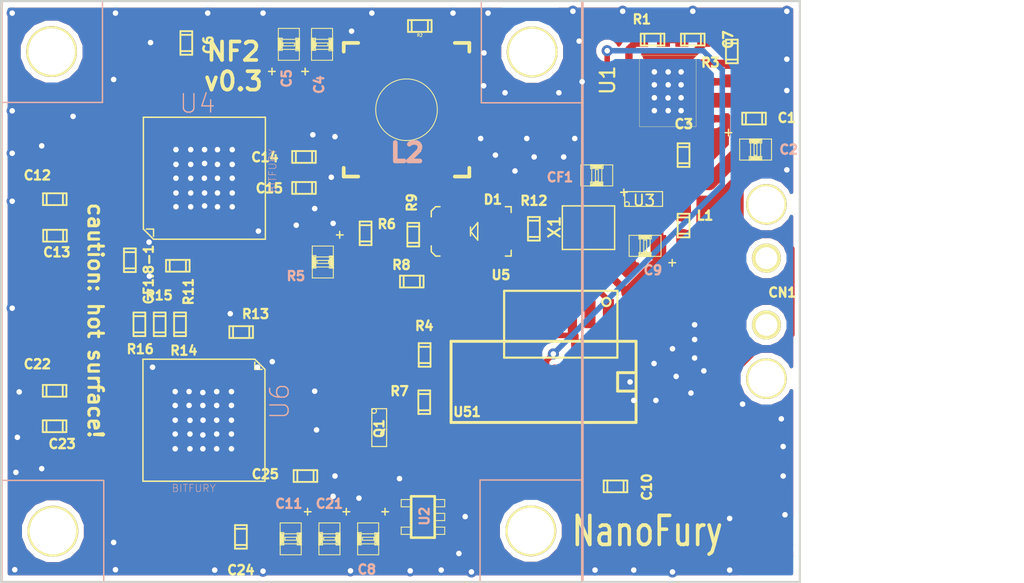
<source format=kicad_pcb>
(kicad_pcb (version 3) (host pcbnew "(2013-07-07 BZR 4022)-stable")
  (title_block (title "NanoFury NF1") (rev 0.5))
  (layers (15 F.Cu mixed) (0 B.Cu mixed) (19 F.Paste user) (20 B.SilkS user) (21 F.SilkS user) (22 B.Mask user) (23 F.Mask user) (28 Edge.Cuts user))
  (net 0 "")
  (net 1 /LED)
  (net 2 /MISO)
  (net 3 /MOSI)
  (net 4 /OMISO2)
  (net 5 /OMOSI2)
  (net 6 /OSC1)
  (net 7 /OSC2)
  (net 8 /OSCK2)
  (net 9 /SCK)
  (net 10 /SCK_OVR)
  (net 11 0V8)
  (net 12 1.8V)
  (net 13 3.3V)
  (net 14 GND)
  (net 15 INMISO)
  (net 16 INMOSI)
  (net 17 INSCK)
  (net 18 N-0000010)
  (net 19 N-0000011)
  (net 20 N-0000014)
  (net 21 N-0000015)
  (net 22 N-0000016)
  (net 23 N-000002)
  (net 24 N-0000025)
  (net 25 N-0000027)
  (net 26 N-000003)
  (net 27 N-000004)
  (net 28 N-000009)
  (net 29 OUTMISO1)
  (net 30 OUTMOSI1)
  (net 31 OUTSCK1)
  (net 32 USB_5V)
  (net 33 USB_DM)
  (net 34 USB_DP)
  (net 35 V_EN)
  (module SSOP-20 (layer F.Cu) (at 128.9623 86.151 180)
    (fp_text reference U5 (at 7.0423 -0.209 180) (layer F.SilkS) (effects (font (size 0.635 0.635) (thickness 0.15875))))
    (fp_text value MCP2210-I/SS hide)
    (pad 7 smd rect (at 3.9 0 180) (size 0.4064 1.651) (layers F.Cu F.Paste F.Mask))
    (pad 8 smd rect (at 4.55 0 180) (size 0.4064 1.651) (layers F.Cu F.Paste F.Mask))
    (pad 9 smd rect (at 5.2 0 180) (size 0.4064 1.651) (layers F.Cu F.Paste F.Mask) (net 3 /MOSI))
    (pad 10 smd rect (at 5.85 0 180) (size 0.4064 1.651) (layers F.Cu F.Paste F.Mask))
    (pad 17 smd rect (at 1.95 -7.2 180) (size 0.4064 1.651) (layers F.Cu F.Paste F.Mask) (net 13 3.3V))
    (pad 4 smd rect (at 1.95 0 180) (size 0.4064 1.651) (layers F.Cu F.Paste F.Mask) (net 13 3.3V))
    (pad 5 smd rect (at 2.6 0 180) (size 0.4064 1.651) (layers F.Cu F.Paste F.Mask) (net 1 /LED))
    (pad 6 smd rect (at 3.25 0 180) (size 0.4064 1.651) (layers F.Cu F.Paste F.Mask))
    (pad 11 smd rect (at 5.85 -7.2 180) (size 0.4064 1.651) (layers F.Cu F.Paste F.Mask) (net 9 /SCK))
    (pad 12 smd rect (at 5.2 -7.2 180) (size 0.4064 1.651) (layers F.Cu F.Paste F.Mask) (net 10 /SCK_OVR))
    (pad 13 smd rect (at 4.55 -7.2 180) (size 0.4064 1.651) (layers F.Cu F.Paste F.Mask) (net 2 /MISO))
    (pad 14 smd rect (at 3.9 -7.2 180) (size 0.4064 1.651) (layers F.Cu F.Paste F.Mask) (net 35 V_EN))
    (pad 15 smd rect (at 3.25 -7.2 180) (size 0.4064 1.651) (layers F.Cu F.Paste F.Mask))
    (pad 16 smd rect (at 2.6 -7.2 180) (size 0.4064 1.651) (layers F.Cu F.Paste F.Mask))
    (pad 18 smd rect (at 1.3 -7.2 180) (size 0.4064 1.651) (layers F.Cu F.Paste F.Mask) (net 33 USB_DM))
    (pad 19 smd rect (at 0.65 -7.2 180) (size 0.4064 1.651) (layers F.Cu F.Paste F.Mask) (net 34 USB_DP))
    (pad 20 smd rect (at 0 -7.2 180) (size 0.4064 1.651) (layers F.Cu F.Paste F.Mask) (net 14 GND))
    (pad 1 smd rect (at 0 0 180) (size 0.4064 1.651) (layers F.Cu F.Paste F.Mask) (net 13 3.3V))
    (pad 2 smd rect (at 0.65 0 180) (size 0.4064 1.651) (layers F.Cu F.Paste F.Mask) (net 6 /OSC1))
    (pad 3 smd rect (at 1.3 0 180) (size 0.4064 1.651) (layers F.Cu F.Paste F.Mask) (net 7 /OSC2))
  )
  (module SOT23-5 (layer F.Cu) (at 116.5479 103.0224 90)
    (fp_text reference U2 (at 0.05428 0.10602 90) (layer B.SilkS) (effects (font (size 0.635 0.635) (thickness 0.1524))))
    (fp_text value "LDO - 1.8V" hide)
    (pad 1 smd rect (at -0.94996 1.29794 90) (size 0.54864 1.19888) (layers F.Cu F.Paste F.Mask) (net 13 3.3V))
    (pad 2 smd rect (at 0 1.29794 90) (size 0.54864 1.19888) (layers F.Cu F.Paste F.Mask) (net 14 GND))
    (pad 3 smd rect (at 0.94996 1.29794 90) (size 0.54864 1.19888) (layers F.Cu F.Paste F.Mask) (net 35 V_EN))
    (pad 4 smd rect (at 0.94996 -1.29794 90) (size 0.54864 1.19888) (layers F.Cu F.Paste F.Mask) (net 14 GND))
    (pad 5 smd rect (at -0.94996 -1.29794 90) (size 0.54864 1.19888) (layers F.Cu F.Paste F.Mask) (net 12 1.8V))
  )
  (module CSTCE_G15C (layer F.Cu) (at 127.9463 83.103 180)
    (fp_text reference X1 (at 2.3433 0.045 270) (layer F.SilkS) (effects (font (size 0.8 0.8))))
    (fp_text value 12MHz hide)
    (pad 3 smd rect (at 1.2 0 180) (size 0.635 2) (layers F.Cu F.Paste F.Mask) (net 7 /OSC2))
    (pad 1 smd rect (at -1.2 0 180) (size 0.635 2) (layers F.Cu F.Paste F.Mask) (net 6 /OSC1))
    (pad 2 smd rect (at 0 0 180) (size 0.635 2) (layers F.Cu F.Paste F.Mask) (net 14 GND))
  )
  (module TP (layer F.Cu) (at 101.8504 90.898)
    (fp_text reference P1 hide)
    (fp_text value TST hide)
    (pad 1 smd rect (at 0 0) (size 0.635 0.635) (layers F.Cu F.Paste F.Mask) (net 8 /OSCK2))
  )
  (module TP (layer F.Cu) (at 101.8504 89.882)
    (fp_text reference P2 hide)
    (fp_text value TST hide)
    (pad 1 smd rect (at 0 0) (size 0.635 0.635) (layers F.Cu F.Paste F.Mask) (net 5 /OMOSI2))
  )
  (module TP (layer F.Cu) (at 101.8504 88.866)
    (fp_text reference P3 hide)
    (fp_text value TST hide)
    (pad 1 smd rect (at 0 0) (size 0.635 0.635) (layers F.Cu F.Paste F.Mask) (net 4 /OMISO2))
  )
  (module 0805 (layer F.Cu) (at 109.601 70.485 90)
    (fp_text reference C4 (at -2.7672 -0.202 90) (layer B.SilkS) (effects (font (size 0.635 0.635) (thickness 0.15875))))
    (fp_text value 22uF hide)
    (pad 1 smd rect (at -0.89916 0 90) (size 1.09982 1.4986) (layers F.Cu F.Paste F.Mask) (net 11 0V8))
    (pad 2 smd rect (at 0.89916 0 90) (size 1.09982 1.4986) (layers F.Cu F.Paste F.Mask) (net 14 GND))
  )
  (module 0805 (layer F.Cu) (at 109.6518 85.4583 270)
    (fp_text reference R5 (at 0.9779 1.8542 360) (layer B.SilkS) (effects (font (size 0.635 0.635) (thickness 0.15875))))
    (fp_text value 2k hide)
    (pad 1 smd rect (at -0.89916 0 270) (size 1.09982 1.4986) (layers F.Cu F.Paste F.Mask) (net 17 INSCK))
    (pad 2 smd rect (at 0.89916 0 270) (size 1.09982 1.4986) (layers F.Cu F.Paste F.Mask) (net 10 /SCK_OVR))
  )
  (module 2PLCC (layer F.Cu) (at 120.0215 83.357)
    (fp_text reference D1 (at 1.3416 -2.1908) (layer F.SilkS) (effects (font (size 0.635 0.635) (thickness 0.15875))))
    (fp_text value LED hide)
    (pad 1 smd rect (at 1.5 0) (size 1.5 2.6) (layers F.Cu F.Paste F.Mask) (net 25 N-0000027))
    (pad 2 smd rect (at -1.5 0) (size 1.5 2.6) (layers F.Cu F.Paste F.Mask) (net 14 GND))
  )
  (module 0603 (layer F.Cu) (at 124.1871 83.1792 90)
    (fp_text reference R12 (at 1.9304 0 180) (layer F.SilkS) (effects (font (size 0.635 0.635) (thickness 0.15875))))
    (fp_text value 1k hide)
    (pad 1 smd rect (at 0.75184 0 90) (size 0.89916 1.00076) (layers F.Cu F.Paste F.Mask) (net 25 N-0000027))
    (pad 2 smd rect (at -0.75184 0 90) (size 0.89916 1.00076) (layers F.Cu F.Paste F.Mask) (net 1 /LED))
  )
  (module 0603 (layer F.Cu) (at 129.8067 100.9142 180)
    (fp_text reference C10 (at -2.159 -0.0508 270) (layer F.SilkS) (effects (font (size 0.635 0.635) (thickness 0.15875))))
    (fp_text value 100n hide)
    (pad 1 smd rect (at 0.75184 0 180) (size 0.89916 1.00076) (layers F.Cu F.Paste F.Mask) (net 13 3.3V))
    (pad 2 smd rect (at -0.75184 0 180) (size 0.89916 1.00076) (layers F.Cu F.Paste F.Mask) (net 14 GND))
  )
  (module 0603 (layer F.Cu) (at 112.5982 83.4898 90)
    (fp_text reference R6 (at 0.6288 1.458 180) (layer F.SilkS) (effects (font (size 0.635 0.635) (thickness 0.15875))))
    (fp_text value 2k hide)
    (pad 1 smd rect (at 0.75184 0 90) (size 0.89916 1.00076) (layers F.Cu F.Paste F.Mask) (net 14 GND))
    (pad 2 smd rect (at -0.75184 0 90) (size 0.89916 1.00076) (layers F.Cu F.Paste F.Mask) (net 17 INSCK))
  )
  (module 0603 (layer F.Cu) (at 115.8813 83.5856 90)
    (fp_text reference R9 (at 2.2098 -0.1016 90) (layer F.SilkS) (effects (font (size 0.635 0.635) (thickness 0.15875))))
    (fp_text value 2k hide)
    (pad 1 smd rect (at 0.75184 0 90) (size 0.89916 1.00076) (layers F.Cu F.Paste F.Mask) (net 14 GND))
    (pad 2 smd rect (at -0.75184 0 90) (size 0.89916 1.00076) (layers F.Cu F.Paste F.Mask) (net 16 INMOSI))
  )
  (module 0603 (layer F.Cu) (at 115.7797 86.8114)
    (fp_text reference R8 (at -0.7166 -1.1452) (layer F.SilkS) (effects (font (size 0.635 0.635) (thickness 0.15875))))
    (fp_text value 2K hide)
    (pad 1 smd rect (at 0.75184 0) (size 0.89916 1.00076) (layers F.Cu F.Paste F.Mask) (net 3 /MOSI))
    (pad 2 smd rect (at -0.75184 0) (size 0.89916 1.00076) (layers F.Cu F.Paste F.Mask) (net 16 INMOSI))
  )
  (module 0603 (layer F.Cu) (at 139.3444 75.5904)
    (fp_text reference C1 (at 2.2606 -0.0508) (layer F.SilkS) (effects (font (size 0.635 0.635) (thickness 0.15875))))
    (fp_text value 100nF hide)
    (pad 1 smd rect (at 0.75184 0) (size 0.89916 1.00076) (layers F.Cu F.Paste F.Mask) (net 14 GND))
    (pad 2 smd rect (at -0.75184 0) (size 0.89916 1.00076) (layers F.Cu F.Paste F.Mask) (net 32 USB_5V))
  )
  (module 0603 (layer F.Cu) (at 116.6631 91.8662 270)
    (fp_text reference R4 (at -1.9967 0.0246 360) (layer F.SilkS) (effects (font (size 0.635 0.635) (thickness 0.15875))))
    (fp_text value 2k hide)
    (pad 1 smd rect (at 0.75184 0 270) (size 0.89916 1.00076) (layers F.Cu F.Paste F.Mask) (net 2 /MISO))
    (pad 2 smd rect (at -0.75184 0 270) (size 0.89916 1.00076) (layers F.Cu F.Paste F.Mask) (net 13 3.3V))
  )
  (module 0603 (layer F.Cu) (at 137.8204 70.9676 90)
    (fp_text reference R3 (at -0.7687 -1.4827 180) (layer F.SilkS) (effects (font (size 0.635 0.635) (thickness 0.15875))))
    (fp_text value 2.4k hide)
    (pad 1 smd rect (at 0.75184 0 90) (size 0.89916 1.00076) (layers F.Cu F.Paste F.Mask) (net 14 GND))
    (pad 2 smd rect (at -0.75184 0 90) (size 0.89916 1.00076) (layers F.Cu F.Paste F.Mask) (net 23 N-000002))
  )
  (module 0603 (layer F.Cu) (at 132.3599 70.1485)
    (fp_text reference R1 (at -0.7421 -1.3891) (layer F.SilkS) (effects (font (size 0.635 0.635) (thickness 0.1524))))
    (fp_text value 5.6k hide)
    (pad 1 smd rect (at 0.75184 0) (size 0.89916 1.00076) (layers F.Cu F.Paste F.Mask) (net 18 N-0000010))
    (pad 2 smd rect (at -0.75184 0) (size 0.89916 1.00076) (layers F.Cu F.Paste F.Mask) (net 28 N-000009))
  )
  (module 0603 (layer F.Cu) (at 108.458 100.203 180)
    (fp_text reference C25 (at 2.7632 0.1284 180) (layer F.SilkS) (effects (font (size 0.635 0.635) (thickness 0.15875))))
    (fp_text value 100nF hide)
    (pad 1 smd rect (at 0.75184 0 180) (size 0.89916 1.00076) (layers F.Cu F.Paste F.Mask) (net 11 0V8))
    (pad 2 smd rect (at -0.75184 0 180) (size 0.89916 1.00076) (layers F.Cu F.Paste F.Mask) (net 14 GND))
  )
  (module 0603 (layer F.Cu) (at 104.013 104.394 90)
    (fp_text reference C24 (at -2.286 0 180) (layer F.SilkS) (effects (font (size 0.635 0.635) (thickness 0.15875))))
    (fp_text value 100nF hide)
    (pad 1 smd rect (at 0.75184 0 90) (size 0.89916 1.00076) (layers F.Cu F.Paste F.Mask) (net 11 0V8))
    (pad 2 smd rect (at -0.75184 0 90) (size 0.89916 1.00076) (layers F.Cu F.Paste F.Mask) (net 14 GND))
  )
  (module 0603 (layer F.Cu) (at 91.186 96.774)
    (fp_text reference C23 (at 0.518 1.2212) (layer F.SilkS) (effects (font (size 0.635 0.635) (thickness 0.15875))))
    (fp_text value 100nF hide)
    (pad 1 smd rect (at 0.75184 0) (size 0.89916 1.00076) (layers F.Cu F.Paste F.Mask) (net 11 0V8))
    (pad 2 smd rect (at -0.75184 0) (size 0.89916 1.00076) (layers F.Cu F.Paste F.Mask) (net 14 GND))
  )
  (module 0603 (layer F.Cu) (at 91.186 94.3356)
    (fp_text reference C22 (at -1.186 -1.8356) (layer F.SilkS) (effects (font (size 0.635 0.635) (thickness 0.15875))))
    (fp_text value 100nF hide)
    (pad 1 smd rect (at 0.75184 0) (size 0.89916 1.00076) (layers F.Cu F.Paste F.Mask) (net 11 0V8))
    (pad 2 smd rect (at -0.75184 0) (size 0.89916 1.00076) (layers F.Cu F.Paste F.Mask) (net 14 GND))
  )
  (module 0603 (layer F.Cu) (at 108.3564 80.3656 180)
    (fp_text reference C15 (at 2.384 -0.026 180) (layer F.SilkS) (effects (font (size 0.635 0.635) (thickness 0.15875))))
    (fp_text value 100nF hide)
    (pad 1 smd rect (at 0.75184 0 180) (size 0.89916 1.00076) (layers F.Cu F.Paste F.Mask) (net 11 0V8))
    (pad 2 smd rect (at -0.75184 0 180) (size 0.89916 1.00076) (layers F.Cu F.Paste F.Mask) (net 14 GND))
  )
  (module 0603 (layer F.Cu) (at 108.3564 78.232 180)
    (fp_text reference C14 (at 2.691 -0.019 180) (layer F.SilkS) (effects (font (size 0.635 0.635) (thickness 0.15875))))
    (fp_text value 100nF hide)
    (pad 1 smd rect (at 0.75184 0 180) (size 0.89916 1.00076) (layers F.Cu F.Paste F.Mask) (net 11 0V8))
    (pad 2 smd rect (at -0.75184 0 180) (size 0.89916 1.00076) (layers F.Cu F.Paste F.Mask) (net 14 GND))
  )
  (module 0603 (layer F.Cu) (at 91.2114 83.6549)
    (fp_text reference C13 (at 0.127 1.143) (layer F.SilkS) (effects (font (size 0.635 0.635) (thickness 0.15875))))
    (fp_text value 100nF hide)
    (pad 1 smd rect (at 0.75184 0) (size 0.89916 1.00076) (layers F.Cu F.Paste F.Mask) (net 11 0V8))
    (pad 2 smd rect (at -0.75184 0) (size 0.89916 1.00076) (layers F.Cu F.Paste F.Mask) (net 14 GND))
  )
  (module 0603 (layer F.Cu) (at 91.1987 81.1403)
    (fp_text reference C12 (at -1.1987 -1.6403) (layer F.SilkS) (effects (font (size 0.635 0.635) (thickness 0.15875))))
    (fp_text value 100nF hide)
    (pad 1 smd rect (at 0.75184 0) (size 0.89916 1.00076) (layers F.Cu F.Paste F.Mask) (net 11 0V8))
    (pad 2 smd rect (at -0.75184 0) (size 0.89916 1.00076) (layers F.Cu F.Paste F.Mask) (net 14 GND))
  )
  (module 0603 (layer F.Cu) (at 135.1285 70.1485 180)
    (fp_text reference C7 (at -2.4379 -0.0063 270) (layer F.SilkS) (effects (font (size 0.635 0.635) (thickness 0.15875))))
    (fp_text value 1.1n hide)
    (pad 1 smd rect (at 0.75184 0 180) (size 0.89916 1.00076) (layers F.Cu F.Paste F.Mask) (net 18 N-0000010))
    (pad 2 smd rect (at -0.75184 0 180) (size 0.89916 1.00076) (layers F.Cu F.Paste F.Mask) (net 14 GND))
  )
  (module 0603 (layer F.Cu) (at 100.2538 70.3834 270)
    (fp_text reference C6 (at 0.127 -1.524 270) (layer F.SilkS) (effects (font (size 0.635 0.635) (thickness 0.15875))))
    (fp_text value 100nF hide)
    (pad 1 smd rect (at 0.75184 0 270) (size 0.89916 1.00076) (layers F.Cu F.Paste F.Mask) (net 11 0V8))
    (pad 2 smd rect (at -0.75184 0 270) (size 0.89916 1.00076) (layers F.Cu F.Paste F.Mask) (net 14 GND))
  )
  (module 0603 (layer F.Cu) (at 134.493 78.105 270)
    (fp_text reference C3 (at -2.1365 -0.0173 360) (layer F.SilkS) (effects (font (size 0.635 0.635) (thickness 0.15875))))
    (fp_text value 100nF hide)
    (pad 1 smd rect (at 0.75184 0 270) (size 0.89916 1.00076) (layers F.Cu F.Paste F.Mask) (net 32 USB_5V))
    (pad 2 smd rect (at -0.75184 0 270) (size 0.89916 1.00076) (layers F.Cu F.Paste F.Mask) (net 14 GND))
  )
  (module 0603 (layer F.Cu) (at 116.6381 95.1162 90)
    (fp_text reference R7 (at 0.7552 -1.7031 180) (layer F.SilkS) (effects (font (size 0.635 0.635) (thickness 0.15875))))
    (fp_text value 1k hide)
    (pad 1 smd rect (at 0.75184 0 90) (size 0.89916 1.00076) (layers F.Cu F.Paste F.Mask) (net 10 /SCK_OVR))
    (pad 2 smd rect (at -0.75184 0 90) (size 0.89916 1.00076) (layers F.Cu F.Paste F.Mask) (net 9 /SCK))
  )
  (module 0603 (layer F.Cu) (at 99.6696 85.725)
    (fp_text reference R11 (at 0.738 1.7842 90) (layer F.SilkS) (effects (font (size 0.635 0.635) (thickness 0.15875))))
    (fp_text value 1k hide)
    (pad 1 smd rect (at 0.75184 0) (size 0.89916 1.00076) (layers F.Cu F.Paste F.Mask) (net 24 N-0000025))
    (pad 2 smd rect (at -0.75184 0) (size 0.89916 1.00076) (layers F.Cu F.Paste F.Mask) (net 14 GND))
  )
  (module SOT23 (layer F.Cu) (at 113.538 96.901 270)
    (fp_text reference Q1 (at 0.0336 -0.002 270) (layer F.SilkS) (effects (font (size 0.635 0.635) (thickness 0.15875))))
    (fp_text value BSS138L hide)
    (pad 3 smd rect (at 0 -1.09982 270) (size 0.8001 1.00076) (layers F.Cu F.Paste F.Mask) (net 2 /MISO))
    (pad 2 smd rect (at 0.9525 1.09982 270) (size 0.8001 1.00076) (layers F.Cu F.Paste F.Mask) (net 15 INMISO))
    (pad 1 smd rect (at -0.9525 1.09982 270) (size 0.8001 1.00076) (layers F.Cu F.Paste F.Mask) (net 12 1.8V))
  )
  (module 0805 (layer F.Cu) (at 110.109 104.521 270)
    (fp_text reference C21 (at -2.413 0 360) (layer B.SilkS) (effects (font (size 0.635 0.635) (thickness 0.15875))))
    (fp_text value 22uF hide)
    (pad 1 smd rect (at -0.89916 0 270) (size 1.09982 1.4986) (layers F.Cu F.Paste F.Mask) (net 11 0V8))
    (pad 2 smd rect (at 0.89916 0 270) (size 1.09982 1.4986) (layers F.Cu F.Paste F.Mask) (net 14 GND))
  )
  (module 0805 (layer F.Cu) (at 107.442 104.521 270)
    (fp_text reference C11 (at -2.413 0.127 360) (layer B.SilkS) (effects (font (size 0.635 0.635) (thickness 0.15875))))
    (fp_text value 22uF hide)
    (pad 1 smd rect (at -0.89916 0 270) (size 1.09982 1.4986) (layers F.Cu F.Paste F.Mask) (net 11 0V8))
    (pad 2 smd rect (at 0.89916 0 270) (size 1.09982 1.4986) (layers F.Cu F.Paste F.Mask) (net 14 GND))
  )
  (module 0805 (layer F.Cu) (at 107.315 70.485 90)
    (fp_text reference C5 (at -2.3388 -0.1576 90) (layer B.SilkS) (effects (font (size 0.635 0.635) (thickness 0.15875))))
    (fp_text value 22uF hide)
    (pad 1 smd rect (at -0.89916 0 90) (size 1.09982 1.4986) (layers F.Cu F.Paste F.Mask) (net 11 0V8))
    (pad 2 smd rect (at 0.89916 0 90) (size 1.09982 1.4986) (layers F.Cu F.Paste F.Mask) (net 14 GND))
  )
  (module 0805 (layer F.Cu) (at 139.446 77.724)
    (fp_text reference C2 (at 2.286 0) (layer B.SilkS) (effects (font (size 0.635 0.635) (thickness 0.15875))))
    (fp_text value 22uF/6.3V hide)
    (pad 1 smd rect (at -0.89916 0) (size 1.09982 1.4986) (layers F.Cu F.Paste F.Mask) (net 32 USB_5V))
    (pad 2 smd rect (at 0.89916 0) (size 1.09982 1.4986) (layers F.Cu F.Paste F.Mask) (net 14 GND))
  )
  (module 0805 (layer F.Cu) (at 128.524 79.502 180)
    (fp_text reference CF1 (at 2.54 -0.127 180) (layer B.SilkS) (effects (font (size 0.635 0.635) (thickness 0.15875))))
    (fp_text value 22uF/6.3V hide)
    (pad 1 smd rect (at -0.89916 0 180) (size 1.09982 1.4986) (layers F.Cu F.Paste F.Mask) (net 32 USB_5V))
    (pad 2 smd rect (at 0.89916 0 180) (size 1.09982 1.4986) (layers F.Cu F.Paste F.Mask) (net 14 GND))
  )
  (module 0805 (layer F.Cu) (at 112.776 104.521 270)
    (fp_text reference C8 (at 2.1154 0.0938 360) (layer B.SilkS) (effects (font (size 0.635 0.635) (thickness 0.15875))))
    (fp_text value 4.7uF/4V hide)
    (pad 1 smd rect (at -0.89916 0 270) (size 1.09982 1.4986) (layers F.Cu F.Paste F.Mask) (net 12 1.8V))
    (pad 2 smd rect (at 0.89916 0 270) (size 1.09982 1.4986) (layers F.Cu F.Paste F.Mask) (net 14 GND))
  )
  (module 0805 (layer F.Cu) (at 131.8514 84.3534 180)
    (fp_text reference C9 (at -0.5284 -1.6805 180) (layer B.SilkS) (effects (font (size 0.635 0.635) (thickness 0.15875))))
    (fp_text value 10uF/4V hide)
    (pad 1 smd rect (at -0.89916 0 180) (size 1.09982 1.4986) (layers F.Cu F.Paste F.Mask) (net 13 3.3V))
    (pad 2 smd rect (at 0.89916 0 180) (size 1.09982 1.4986) (layers F.Cu F.Paste F.Mask) (net 14 GND))
  )
  (module CNC-1001-011-01101 (layer F.Cu) (at 140.2 87.5 270)
    (fp_text reference CN1 (at 0.0665 -1.1002 360) (layer F.SilkS) (effects (font (size 0.635 0.635) (thickness 0.15875))))
    (fp_text value USB-A hide)
    (pad 5 smd rect (at 3.5 2.8 270) (size 1.1 2.3) (layers F.Cu F.Paste F.Mask) (net 14 GND))
    (pad 3 smd rect (at 1 2.8 270) (size 1.1 2.3) (layers F.Cu F.Paste F.Mask) (net 34 USB_DP))
    (pad 1 smd rect (at -3.5 2.8 270) (size 1.1 2.3) (layers F.Cu F.Paste F.Mask) (net 27 N-000004))
    (pad "" thru_hole circle (at -6 0 270) (size 2.8 2.8) (drill 2.5) (layers *.Cu *.Mask F.SilkS))
    (pad "" thru_hole circle (at 6 0 270) (size 2.8 2.8) (drill 2.5) (layers *.Cu *.Mask F.SilkS))
    (pad "" thru_hole circle (at -2.3 0 270) (size 2 2) (drill 1.5) (layers *.Cu *.Mask F.SilkS))
    (pad "" thru_hole circle (at 2.3 0 270) (size 2 2) (drill 1.5) (layers *.Cu *.Mask F.SilkS))
    (pad 2 smd rect (at -1 2.8 270) (size 1.1 2.3) (layers F.Cu F.Paste F.Mask) (net 33 USB_DM))
  )
  (module SOT23 (layer F.Cu) (at 131.7752 81.1276)
    (fp_text reference U3 (at 0 0.1016) (layer F.SilkS) (effects (font (size 0.762 0.762) (thickness 0.11938))))
    (fp_text value "LDO - 3.3V" hide)
    (pad 3 smd rect (at 0 -1.09982) (size 0.8001 1.00076) (layers F.Cu F.Paste F.Mask) (net 32 USB_5V))
    (pad 2 smd rect (at 0.9525 1.09982) (size 0.8001 1.00076) (layers F.Cu F.Paste F.Mask) (net 13 3.3V))
    (pad 1 smd rect (at -0.9525 1.09982) (size 0.8001 1.00076) (layers F.Cu F.Paste F.Mask) (net 14 GND))
  )
  (module SOIC20 (layer F.Cu) (at 124.8729 93.7202 180)
    (fp_text reference U51 (at 5.2848 -2.071 180) (layer F.SilkS) (effects (font (size 0.635 0.635) (thickness 0.15875))))
    (fp_text value MCP2210-I/SO hide)
    (pad 1 smd rect (at -5.715 4.7 180) (size 0.762 2) (layers F.Cu F.Paste F.Mask) (net 13 3.3V))
    (pad 2 smd rect (at -4.445 4.7 180) (size 0.762 2) (layers F.Cu F.Paste F.Mask) (net 6 /OSC1))
    (pad 3 smd rect (at -3.175 4.7 180) (size 0.762 2) (layers F.Cu F.Paste F.Mask) (net 7 /OSC2))
    (pad 4 smd rect (at -1.905 4.7 180) (size 0.762 2) (layers F.Cu F.Paste F.Mask) (net 13 3.3V))
    (pad 5 smd rect (at -0.635 4.7 180) (size 0.762 2) (layers F.Cu F.Paste F.Mask) (net 1 /LED))
    (pad 6 smd rect (at 0.635 4.7 180) (size 0.762 2) (layers F.Cu F.Paste F.Mask))
    (pad 7 smd rect (at 1.905 4.7 180) (size 0.762 2) (layers F.Cu F.Paste F.Mask))
    (pad 8 smd rect (at 3.175 4.7 180) (size 0.762 2) (layers F.Cu F.Paste F.Mask))
    (pad 9 smd rect (at 4.445 4.7 180) (size 0.762 2) (layers F.Cu F.Paste F.Mask) (net 3 /MOSI))
    (pad 10 smd rect (at 5.715 4.7 180) (size 0.762 2) (layers F.Cu F.Paste F.Mask))
    (pad 20 smd rect (at -5.715 -4.7 180) (size 0.762 2) (layers F.Cu F.Paste F.Mask) (net 14 GND))
    (pad 19 smd rect (at -4.445 -4.7 180) (size 0.762 2) (layers F.Cu F.Paste F.Mask) (net 34 USB_DP))
    (pad 18 smd rect (at -3.175 -4.7 180) (size 0.762 2) (layers F.Cu F.Paste F.Mask) (net 33 USB_DM))
    (pad 17 smd rect (at -1.905 -4.7 180) (size 0.762 2) (layers F.Cu F.Paste F.Mask) (net 13 3.3V))
    (pad 16 smd rect (at -0.635 -4.7 180) (size 0.762 2) (layers F.Cu F.Paste F.Mask))
    (pad 15 smd rect (at 0.635 -4.7 180) (size 0.762 2) (layers F.Cu F.Paste F.Mask))
    (pad 14 smd rect (at 1.905 -4.7 180) (size 0.762 2) (layers F.Cu F.Paste F.Mask) (net 35 V_EN))
    (pad 13 smd rect (at 3.175 -4.7 180) (size 0.762 2) (layers F.Cu F.Paste F.Mask) (net 2 /MISO))
    (pad 12 smd rect (at 4.445 -4.7 180) (size 0.762 2) (layers F.Cu F.Paste F.Mask) (net 10 /SCK_OVR))
    (pad 11 smd rect (at 5.715 -4.7 180) (size 0.762 2) (layers F.Cu F.Paste F.Mask) (net 9 /SCK))
  )
  (module 0603 (layer F.Cu) (at 104.0302 90.292 180)
    (fp_text reference R13 (at -0.99 1.245 180) (layer F.SilkS) (effects (font (size 0.635 0.635) (thickness 0.1524))))
    (fp_text value 1k hide)
    (pad 1 smd rect (at 0.75184 0 180) (size 0.89916 1.00076) (layers F.Cu F.Paste F.Mask) (net 19 N-0000011))
    (pad 2 smd rect (at -0.75184 0 180) (size 0.89916 1.00076) (layers F.Cu F.Paste F.Mask) (net 14 GND))
  )
  (module 0603 (layer F.Cu) (at 99.8184 89.755 90)
    (fp_text reference R14 (at -1.812 0.2618 180) (layer F.SilkS) (effects (font (size 0.635 0.635) (thickness 0.1524))))
    (fp_text value 0R hide)
    (pad 1 smd rect (at 0.75184 0 90) (size 0.89916 1.00076) (layers F.Cu F.Paste F.Mask) (net 29 OUTMISO1))
    (pad 2 smd rect (at -0.75184 0 90) (size 0.89916 1.00076) (layers F.Cu F.Paste F.Mask) (net 20 N-0000014))
  )
  (module 0603 (layer F.Cu) (at 98.4214 89.755 90)
    (fp_text reference R15 (at 1.988 -0.0412 180) (layer F.SilkS) (effects (font (size 0.635 0.635) (thickness 0.1524))))
    (fp_text value 0R hide)
    (pad 1 smd rect (at 0.75184 0 90) (size 0.89916 1.00076) (layers F.Cu F.Paste F.Mask) (net 30 OUTMOSI1))
    (pad 2 smd rect (at -0.75184 0 90) (size 0.89916 1.00076) (layers F.Cu F.Paste F.Mask) (net 21 N-0000015))
  )
  (module 0603 (layer F.Cu) (at 97.0244 89.755 90)
    (fp_text reference R16 (at -1.712 0.0558 180) (layer F.SilkS) (effects (font (size 0.635 0.635) (thickness 0.1524))))
    (fp_text value 0R hide)
    (pad 1 smd rect (at 0.75184 0 90) (size 0.89916 1.00076) (layers F.Cu F.Paste F.Mask) (net 31 OUTSCK1))
    (pad 2 smd rect (at -0.75184 0 90) (size 0.89916 1.00076) (layers F.Cu F.Paste F.Mask) (net 22 N-0000016))
  )
  (module SRN8040 (layer F.Cu) (at 115.4176 74.9808 270)
    (fp_text reference L2 (at 2.956 -0.043 360) (layer B.SilkS) (effects (font (size 1.27 1.27) (thickness 0.3175))))
    (fp_text value 1.0uH hide)
    (pad 1 smd rect (at 0 -2.85 270) (size 8 2.2) (layers F.Cu F.Paste F.Mask) (net 26 N-000003))
    (pad 2 smd rect (at 0 2.85 270) (size 8 2.2) (layers F.Cu F.Paste F.Mask) (net 11 0V8))
  )
  (module 0603 (layer F.Cu) (at 96.3676 85.344 270)
    (fp_text reference CF1.8-1 (at 0.988 -1.2934 270) (layer F.SilkS) (effects (font (size 0.635 0.635) (thickness 0.1524))))
    (fp_text value 100n hide)
    (pad 1 smd rect (at 0.75184 0 270) (size 0.89916 1.00076) (layers F.Cu F.Paste F.Mask) (net 12 1.8V))
    (pad 2 smd rect (at -0.75184 0 270) (size 0.89916 1.00076) (layers F.Cu F.Paste F.Mask) (net 14 GND))
  )
  (module QFN48 (layer F.Cu) (at 101.498 79.697 90)
    (fp_text reference U4 (at 5.138 -0.4778 180) (layer B.SilkS) (effects (font (size 1.27 1.27) (thickness 0.0889))))
    (fp_text value BITFURY (at 0.508 4.699 90) (layer B.SilkS) (effects (font (size 0.508 0.508) (thickness 0.0381))))
    (pad 13 smd rect (at -2.75 3.55 90) (size 0.2794 1) (layers F.Cu F.Paste F.Mask) (net 11 0V8))
    (pad 25 smd rect (at 3.55 2.75 90) (size 1 0.3) (layers F.Cu F.Paste F.Mask) (net 11 0V8))
    (pad 26 smd rect (at 3.55 2.25 90) (size 1 0.3) (layers F.Cu F.Paste F.Mask) (net 11 0V8))
    (pad 28 smd rect (at 3.55 1.25 90) (size 1 0.3) (layers F.Cu F.Paste F.Mask) (net 11 0V8))
    (pad 27 smd rect (at 3.55 1.75 90) (size 1 0.3) (layers F.Cu F.Paste F.Mask) (net 11 0V8))
    (pad 29 smd rect (at 3.55 0.75 90) (size 1 0.3) (layers F.Cu F.Paste F.Mask) (net 11 0V8))
    (pad 30 smd rect (at 3.55 0.25 90) (size 1 0.3) (layers F.Cu F.Paste F.Mask) (net 11 0V8))
    (pad 36 smd rect (at 3.55 -2.75 90) (size 1 0.3) (layers F.Cu F.Paste F.Mask) (net 11 0V8))
    (pad 35 smd rect (at 3.55 -2.25 90) (size 1 0.3) (layers F.Cu F.Paste F.Mask) (net 11 0V8))
    (pad 33 smd rect (at 3.55 -1.25 90) (size 1 0.3) (layers F.Cu F.Paste F.Mask) (net 11 0V8))
    (pad 34 smd rect (at 3.55 -1.75 90) (size 1 0.3) (layers F.Cu F.Paste F.Mask) (net 11 0V8))
    (pad 32 smd rect (at 3.55 -0.75 90) (size 1 0.3) (layers F.Cu F.Paste F.Mask) (net 11 0V8))
    (pad 31 smd rect (at 3.55 -0.25 90) (size 1 0.3) (layers F.Cu F.Paste F.Mask) (net 11 0V8))
    (pad 1 smd rect (at -3.55 -2.75 90) (size 1 0.3) (layers F.Cu F.Paste F.Mask) (net 14 GND))
    (pad 3 smd rect (at -3.55 -1.748 90) (size 1 0.3) (layers F.Cu F.Paste F.Mask) (net 14 GND))
    (pad 2 smd rect (at -3.55 -2.25 90) (size 1 0.3) (layers F.Cu F.Paste F.Mask) (net 14 GND))
    (pad 5 smd rect (at -3.55 -0.75 90) (size 1 0.3) (layers F.Cu F.Paste F.Mask) (net 24 N-0000025))
    (pad 6 smd rect (at -3.55 -0.25 90) (size 1 0.3) (layers F.Cu F.Paste F.Mask) (net 31 OUTSCK1))
    (pad 4 smd rect (at -3.55 -1.25 90) (size 1 0.3) (layers F.Cu F.Paste F.Mask) (net 12 1.8V))
    (pad 10 smd rect (at -3.55 1.75 90) (size 1 0.3) (layers F.Cu F.Paste F.Mask) (net 16 INMOSI))
    (pad 12 smd rect (at -3.55 2.75 90) (size 1 0.3) (layers F.Cu F.Paste F.Mask) (net 14 GND))
    (pad 11 smd rect (at -3.55 2.25 90) (size 1 0.3) (layers F.Cu F.Paste F.Mask) (net 17 INSCK))
    (pad 8 smd rect (at -3.55 0.75 90) (size 1 0.3) (layers F.Cu F.Paste F.Mask) (net 29 OUTMISO1))
    (pad 9 smd rect (at -3.55 1.25 90) (size 1 0.3) (layers F.Cu F.Paste F.Mask) (net 15 INMISO))
    (pad 7 smd rect (at -3.55 0.25 90) (size 1 0.3) (layers F.Cu F.Paste F.Mask) (net 30 OUTMOSI1))
    (pad 49 smd rect (at 0 0 90) (size 5 5) (layers F.Cu F.Mask) (net 14 GND))
    (pad 47 smd rect (at -2.25 -3.55 90) (size 0.3 1) (layers F.Cu F.Paste F.Mask) (net 11 0V8))
    (pad 48 smd rect (at -2.75 -3.55 90) (size 0.2794 1) (layers F.Cu F.Paste F.Mask) (net 11 0V8))
    (pad 45 smd rect (at -1.25 -3.55 90) (size 0.3 1) (layers F.Cu F.Paste F.Mask) (net 11 0V8))
    (pad 44 smd rect (at -0.75 -3.55 90) (size 0.3 1) (layers F.Cu F.Paste F.Mask) (net 11 0V8))
    (pad 46 smd rect (at -1.75 -3.55 90) (size 0.3 1) (layers F.Cu F.Paste F.Mask) (net 11 0V8))
    (pad 39 smd rect (at 1.75 -3.55 90) (size 0.3 1) (layers F.Cu F.Paste F.Mask) (net 11 0V8))
    (pad 37 smd rect (at 2.75 -3.55 90) (size 0.3 1) (layers F.Cu F.Paste F.Mask) (net 11 0V8))
    (pad 38 smd rect (at 2.25 -3.55 90) (size 0.3 1) (layers F.Cu F.Paste F.Mask) (net 11 0V8))
    (pad 41 smd rect (at 0.75 -3.55 90) (size 0.3 1) (layers F.Cu F.Paste F.Mask) (net 11 0V8))
    (pad 40 smd rect (at 1.25 -3.55 90) (size 0.3 1) (layers F.Cu F.Paste F.Mask) (net 11 0V8))
    (pad 42 smd rect (at 0.25 -3.55 90) (size 0.3 1) (layers F.Cu F.Paste F.Mask) (net 11 0V8))
    (pad 43 smd rect (at -0.25 -3.55 90) (size 0.3 1) (layers F.Cu F.Paste F.Mask) (net 11 0V8))
    (pad 14 smd rect (at -2.25 3.55 90) (size 0.3 1) (layers F.Cu F.Paste F.Mask) (net 11 0V8))
    (pad 16 smd rect (at -1.25 3.55 90) (size 0.3 1) (layers F.Cu F.Paste F.Mask) (net 11 0V8))
    (pad 17 smd rect (at -0.75 3.55 90) (size 0.3 1) (layers F.Cu F.Paste F.Mask) (net 11 0V8))
    (pad 15 smd rect (at -1.75 3.55 90) (size 0.3 1) (layers F.Cu F.Paste F.Mask) (net 11 0V8))
    (pad 22 smd rect (at 1.75 3.55 90) (size 0.3 1) (layers F.Cu F.Paste F.Mask) (net 11 0V8))
    (pad 24 smd rect (at 2.75 3.55 90) (size 0.3 1) (layers F.Cu F.Paste F.Mask) (net 11 0V8))
    (pad 23 smd rect (at 2.25 3.55 90) (size 0.3 1) (layers F.Cu F.Paste F.Mask) (net 11 0V8))
    (pad 20 smd rect (at 0.75 3.55 90) (size 0.3 1) (layers F.Cu F.Paste F.Mask) (net 11 0V8))
    (pad 21 smd rect (at 1.25 3.55 90) (size 0.3 1) (layers F.Cu F.Paste F.Mask) (net 11 0V8))
    (pad 19 smd rect (at 0.25 3.55 90) (size 0.3 1) (layers F.Cu F.Paste F.Mask) (net 11 0V8))
    (pad 18 smd rect (at -0.25 3.55 90) (size 0.3 1) (layers F.Cu F.Paste F.Mask) (net 11 0V8))
    (pad 49 smd rect (at -1.125 -1.125 90) (size 2 2) (layers F.Cu F.Paste F.Mask) (net 14 GND))
    (pad 49 smd rect (at -1.125 1.125 90) (size 2 2) (layers F.Cu F.Paste F.Mask) (net 14 GND))
    (pad 49 smd rect (at 1.125 -1.125 90) (size 2 2) (layers F.Cu F.Paste F.Mask) (net 14 GND))
    (pad 49 smd rect (at 1.125 1.125 90) (size 2 2) (layers F.Cu F.Paste F.Mask) (net 14 GND))
  )
  (module QFN48 (layer F.Cu) (at 101.4694 96.359 270)
    (fp_text reference U6 (at -1.292 -5.2108 270) (layer B.SilkS) (effects (font (size 1.27 1.27) (thickness 0.0889))))
    (fp_text value BITFURY (at 4.688 0.6992 360) (layer B.SilkS) (effects (font (size 0.508 0.508) (thickness 0.0381))))
    (pad 13 smd rect (at -2.75 3.55 270) (size 0.2794 1) (layers F.Cu F.Paste F.Mask) (net 11 0V8))
    (pad 25 smd rect (at 3.55 2.75 270) (size 1 0.3) (layers F.Cu F.Paste F.Mask) (net 11 0V8))
    (pad 26 smd rect (at 3.55 2.25 270) (size 1 0.3) (layers F.Cu F.Paste F.Mask) (net 11 0V8))
    (pad 28 smd rect (at 3.55 1.25 270) (size 1 0.3) (layers F.Cu F.Paste F.Mask) (net 11 0V8))
    (pad 27 smd rect (at 3.55 1.75 270) (size 1 0.3) (layers F.Cu F.Paste F.Mask) (net 11 0V8))
    (pad 29 smd rect (at 3.55 0.75 270) (size 1 0.3) (layers F.Cu F.Paste F.Mask) (net 11 0V8))
    (pad 30 smd rect (at 3.55 0.25 270) (size 1 0.3) (layers F.Cu F.Paste F.Mask) (net 11 0V8))
    (pad 36 smd rect (at 3.55 -2.75 270) (size 1 0.3) (layers F.Cu F.Paste F.Mask) (net 11 0V8))
    (pad 35 smd rect (at 3.55 -2.25 270) (size 1 0.3) (layers F.Cu F.Paste F.Mask) (net 11 0V8))
    (pad 33 smd rect (at 3.55 -1.25 270) (size 1 0.3) (layers F.Cu F.Paste F.Mask) (net 11 0V8))
    (pad 34 smd rect (at 3.55 -1.75 270) (size 1 0.3) (layers F.Cu F.Paste F.Mask) (net 11 0V8))
    (pad 32 smd rect (at 3.55 -0.75 270) (size 1 0.3) (layers F.Cu F.Paste F.Mask) (net 11 0V8))
    (pad 31 smd rect (at 3.55 -0.25 270) (size 1 0.3) (layers F.Cu F.Paste F.Mask) (net 11 0V8))
    (pad 1 smd rect (at -3.55 -2.75 270) (size 1 0.3) (layers F.Cu F.Paste F.Mask) (net 14 GND))
    (pad 3 smd rect (at -3.55 -1.748 270) (size 1 0.3) (layers F.Cu F.Paste F.Mask) (net 14 GND))
    (pad 2 smd rect (at -3.55 -2.25 270) (size 1 0.3) (layers F.Cu F.Paste F.Mask) (net 14 GND))
    (pad 5 smd rect (at -3.55 -0.75 270) (size 1 0.3) (layers F.Cu F.Paste F.Mask) (net 19 N-0000011))
    (pad 6 smd rect (at -3.55 -0.25 270) (size 1 0.3) (layers F.Cu F.Paste F.Mask) (net 8 /OSCK2))
    (pad 4 smd rect (at -3.55 -1.25 270) (size 1 0.3) (layers F.Cu F.Paste F.Mask) (net 12 1.8V))
    (pad 10 smd rect (at -3.55 1.75 270) (size 1 0.3) (layers F.Cu F.Paste F.Mask) (net 21 N-0000015))
    (pad 12 smd rect (at -3.55 2.75 270) (size 1 0.3) (layers F.Cu F.Paste F.Mask) (net 14 GND))
    (pad 11 smd rect (at -3.55 2.25 270) (size 1 0.3) (layers F.Cu F.Paste F.Mask) (net 22 N-0000016))
    (pad 8 smd rect (at -3.55 0.75 270) (size 1 0.3) (layers F.Cu F.Paste F.Mask) (net 4 /OMISO2))
    (pad 9 smd rect (at -3.55 1.25 270) (size 1 0.3) (layers F.Cu F.Paste F.Mask) (net 20 N-0000014))
    (pad 7 smd rect (at -3.55 0.25 270) (size 1 0.3) (layers F.Cu F.Paste F.Mask) (net 5 /OMOSI2))
    (pad 49 smd rect (at 0 0 270) (size 5 5) (layers F.Cu F.Mask) (net 14 GND))
    (pad 47 smd rect (at -2.25 -3.55 270) (size 0.3 1) (layers F.Cu F.Paste F.Mask) (net 11 0V8))
    (pad 48 smd rect (at -2.75 -3.55 270) (size 0.2794 1) (layers F.Cu F.Paste F.Mask) (net 11 0V8))
    (pad 45 smd rect (at -1.25 -3.55 270) (size 0.3 1) (layers F.Cu F.Paste F.Mask) (net 11 0V8))
    (pad 44 smd rect (at -0.75 -3.55 270) (size 0.3 1) (layers F.Cu F.Paste F.Mask) (net 11 0V8))
    (pad 46 smd rect (at -1.75 -3.55 270) (size 0.3 1) (layers F.Cu F.Paste F.Mask) (net 11 0V8))
    (pad 39 smd rect (at 1.75 -3.55 270) (size 0.3 1) (layers F.Cu F.Paste F.Mask) (net 11 0V8))
    (pad 37 smd rect (at 2.75 -3.55 270) (size 0.3 1) (layers F.Cu F.Paste F.Mask) (net 11 0V8))
    (pad 38 smd rect (at 2.25 -3.55 270) (size 0.3 1) (layers F.Cu F.Paste F.Mask) (net 11 0V8))
    (pad 41 smd rect (at 0.75 -3.55 270) (size 0.3 1) (layers F.Cu F.Paste F.Mask) (net 11 0V8))
    (pad 40 smd rect (at 1.25 -3.55 270) (size 0.3 1) (layers F.Cu F.Paste F.Mask) (net 11 0V8))
    (pad 42 smd rect (at 0.25 -3.55 270) (size 0.3 1) (layers F.Cu F.Paste F.Mask) (net 11 0V8))
    (pad 43 smd rect (at -0.25 -3.55 270) (size 0.3 1) (layers F.Cu F.Paste F.Mask) (net 11 0V8))
    (pad 14 smd rect (at -2.25 3.55 270) (size 0.3 1) (layers F.Cu F.Paste F.Mask) (net 11 0V8))
    (pad 16 smd rect (at -1.25 3.55 270) (size 0.3 1) (layers F.Cu F.Paste F.Mask) (net 11 0V8))
    (pad 17 smd rect (at -0.75 3.55 270) (size 0.3 1) (layers F.Cu F.Paste F.Mask) (net 11 0V8))
    (pad 15 smd rect (at -1.75 3.55 270) (size 0.3 1) (layers F.Cu F.Paste F.Mask) (net 11 0V8))
    (pad 22 smd rect (at 1.75 3.55 270) (size 0.3 1) (layers F.Cu F.Paste F.Mask) (net 11 0V8))
    (pad 24 smd rect (at 2.75 3.55 270) (size 0.3 1) (layers F.Cu F.Paste F.Mask) (net 11 0V8))
    (pad 23 smd rect (at 2.25 3.55 270) (size 0.3 1) (layers F.Cu F.Paste F.Mask) (net 11 0V8))
    (pad 20 smd rect (at 0.75 3.55 270) (size 0.3 1) (layers F.Cu F.Paste F.Mask) (net 11 0V8))
    (pad 21 smd rect (at 1.25 3.55 270) (size 0.3 1) (layers F.Cu F.Paste F.Mask) (net 11 0V8))
    (pad 19 smd rect (at 0.25 3.55 270) (size 0.3 1) (layers F.Cu F.Paste F.Mask) (net 11 0V8))
    (pad 18 smd rect (at -0.25 3.55 270) (size 0.3 1) (layers F.Cu F.Paste F.Mask) (net 11 0V8))
    (pad 49 smd rect (at -1.125 -1.125 270) (size 2 2) (layers F.Cu F.Paste F.Mask) (net 14 GND))
    (pad 49 smd rect (at -1.125 1.125 270) (size 2 2) (layers F.Cu F.Paste F.Mask) (net 14 GND))
    (pad 49 smd rect (at 1.125 -1.125 270) (size 2 2) (layers F.Cu F.Paste F.Mask) (net 14 GND))
    (pad 49 smd rect (at 1.125 1.125 270) (size 2 2) (layers F.Cu F.Paste F.Mask) (net 14 GND))
  )
  (module HTSOP-J8 (layer F.Cu) (at 135.3571 76.1429 90)
    (fp_text reference U1 (at 3.1952 -6.0972 90) (layer F.SilkS))
    (fp_text value BD9C601FJ hide)
    (pad 4 smd rect (at 4.355 0.725 90) (size 0.55 1.2) (layers F.Cu F.Paste F.Mask) (net 23 N-000002))
    (pad 1 smd rect (at 0.545 0.725 90) (size 0.55 1.2) (layers F.Cu F.Paste F.Mask) (net 14 GND))
    (pad 2 smd rect (at 1.815 0.725 90) (size 0.55 1.2) (layers F.Cu F.Paste F.Mask) (net 32 USB_5V))
    (pad 3 smd rect (at 3.085 0.725 90) (size 0.55 1.2) (layers F.Cu F.Paste F.Mask) (net 14 GND))
    (pad 6 smd rect (at 3.085 -4.625 90) (size 0.55 1.2) (layers F.Cu F.Paste F.Mask) (net 35 V_EN))
    (pad 7 smd rect (at 1.815 -4.625 90) (size 0.55 1.2) (layers F.Cu F.Paste F.Mask) (net 26 N-000003))
    (pad 8 smd rect (at 0.545 -4.625 90) (size 0.55 1.2) (layers F.Cu F.Paste F.Mask) (net 26 N-000003))
    (pad 5 smd rect (at 4.355 -4.625 90) (size 0.55 1.2) (layers F.Cu F.Paste F.Mask) (net 28 N-000009))
    (pad 9 smd rect (at 2.45 -1.95 90) (size 3.6 2.8) (layers F.Cu F.Paste F.Mask) (net 14 GND))
  )
  (module 0603 (layer F.Cu) (at 134.493 82.9564 270)
    (fp_text reference L1 (at -0.6858 -1.4732 360) (layer F.SilkS) (effects (font (size 0.635 0.635) (thickness 0.15875))))
    (fp_text value 10R@100MHz hide)
    (pad 1 smd rect (at 0.75184 0 270) (size 0.89916 1.00076) (layers F.Cu F.Paste F.Mask) (net 27 N-000004))
    (pad 2 smd rect (at -0.75184 0 270) (size 0.89916 1.00076) (layers F.Cu F.Paste F.Mask) (net 32 USB_5V))
  )
  (module 0603 (layer F.Cu) (at 116.332 69.215 180)
    (fp_text reference R2 (at 0 -0.635 180) (layer F.SilkS) (effects (font (size 0.20066 0.20066) (thickness 0.04064))))
    (fp_text value 180 hide)
    (pad 1 smd rect (at 0.75184 0 180) (size 0.89916 1.00076) (layers F.Cu F.Paste F.Mask) (net 11 0V8))
    (pad 2 smd rect (at -0.75184 0 180) (size 0.89916 1.00076) (layers F.Cu F.Paste F.Mask) (net 23 N-000002))
  )
  (module HEATSINK_LCBM40_40x40 (layer F.Cu) (at 107.4801 87.4776)
    (fp_text reference HEATSINK_LCBM40_40x40 hide)
    (fp_text value VAL** hide)
    (pad 0 thru_hole circle (at 16.5 16.5) (size 3.5 3.5) (drill 3.2) (layers *.Cu *.Mask F.SilkS))
    (pad 0 thru_hole circle (at -16.5 -16.5) (size 3.5 3.5) (drill 3.2) (layers *.Cu *.Mask F.SilkS))
  )
  (module HEATSINK_LCBH40_40x40 (layer F.Cu) (at 107.569 87.503)
    (fp_text reference HEATSINK_LCBH40_40x40 hide)
    (fp_text value VAL** hide)
    (pad 0 thru_hole circle (at -16.5 16.5) (size 3.5 3.5) (drill 3.2) (layers *.Cu *.Mask F.SilkS))
    (pad 0 thru_hole circle (at 16.5 -16.5) (size 3.5 3.5) (drill 3.2) (layers *.Cu *.Mask F.SilkS))
  )
  (gr_text "caution: hot surface!" (at 94 89.5 270) (layer F.SilkS) (effects (font (size 1.016 1.016) (thickness 0.2032))))
  (gr_text "NF2\nV0.3" (at 140.462 104.648) (layer F.Cu) (effects (font (size 1.016 1.016) (thickness 0.254))))
  (gr_text NanoFury (at 132 104) (layer F.SilkS) (effects (font (size 2 1.5) (thickness 0.25))))
  (gr_text "NF2\nv0.3" (at 103.5 72) (layer F.SilkS) (effects (font (size 1.27 1.27) (thickness 0.254))))
  (gr_line (start 142.5 67.5) (end 87.5 67.5) (angle 90) (layer Edge.Cuts) (width 0.15))
  (gr_line (start 87.5 107.5) (end 87.5 67.5) (angle 90) (layer Edge.Cuts) (width 0.15))
  (gr_line (start 142.5 67.5) (end 142.5 107.5) (angle 90) (layer Edge.Cuts) (width 0.15))
  (gr_line (start 142.5 107.5) (end 87.5 107.5) (angle 90) (layer Edge.Cuts) (width 0.15))
  (segment (start 126.3623 86.151) (end 126.3623 84.9353) (width 0.381) (layer F.Cu) (net 1))
  (segment (start 124.95926 84.7032) (end 124.1871 83.93104) (width 0.381) (layer F.Cu) (net 1))
  (segment (start 126.1302 84.7032) (end 124.95926 84.7032) (width 0.381) (layer F.Cu) (net 1))
  (segment (start 126.3623 84.9353) (end 126.1302 84.7032) (width 0.381) (layer F.Cu) (net 1))
  (segment (start 125.5079 89.0202) (end 125.5079 88.1322) (width 0.381) (layer F.Cu) (net 1))
  (segment (start 126.3623 87.2778) (end 126.3623 86.151) (width 0.381) (layer F.Cu) (net 1))
  (segment (start 125.5079 88.1322) (end 126.3623 87.2778) (width 0.381) (layer F.Cu) (net 1))
  (segment (start 114.63782 96.901) (end 114.63782 98.25482) (width 0.508) (layer F.Cu) (net 2))
  (segment (start 121.6979 99.7901) (end 121.6979 98.4202) (width 0.508) (layer F.Cu) (net 2))
  (segment (start 121.031 100.457) (end 121.6979 99.7901) (width 0.508) (layer F.Cu) (net 2))
  (segment (start 116.84 100.457) (end 121.031 100.457) (width 0.508) (layer F.Cu) (net 2))
  (segment (start 114.63782 98.25482) (end 116.84 100.457) (width 0.508) (layer F.Cu) (net 2))
  (segment (start 116.6631 92.61804) (end 121.02206 92.61804) (width 0.381) (layer F.Cu) (net 2))
  (segment (start 124.4123 92.251256) (end 123.747642 91.586598) (width 0.381) (layer F.Cu) (net 2))
  (segment (start 123.747642 91.586598) (end 122.053502 91.586598) (width 0.381) (layer F.Cu) (net 2))
  (segment (start 124.4123 92.251256) (end 124.4123 93.351) (width 0.381) (layer F.Cu) (net 2))
  (segment (start 121.02206 92.61804) (end 122.053502 91.586598) (width 0.381) (layer F.Cu) (net 2))
  (segment (start 121.6979 98.4202) (end 121.6979 97.4794) (width 0.381) (layer F.Cu) (net 2))
  (segment (start 121.6979 97.4794) (end 124.4123 94.765) (width 0.381) (layer F.Cu) (net 2))
  (segment (start 124.4123 94.765) (end 124.4123 93.351) (width 0.381) (layer F.Cu) (net 2))
  (segment (start 120.8851 87.5226) (end 120.1739 86.8114) (width 0.508) (layer F.Cu) (net 3))
  (segment (start 120.1739 86.8114) (end 116.53154 86.8114) (width 0.508) (layer F.Cu) (net 3))
  (segment (start 123.7623 86.151) (end 123.7623 87.2108) (width 0.381) (layer F.Cu) (net 3))
  (segment (start 120.4279 87.9798) (end 120.4279 89.0202) (width 0.381) (layer F.Cu) (net 3))
  (segment (start 120.8851 87.5226) (end 120.4279 87.9798) (width 0.381) (layer F.Cu) (net 3))
  (segment (start 123.4505 87.5226) (end 120.8851 87.5226) (width 0.381) (layer F.Cu) (net 3))
  (segment (start 123.7623 87.2108) (end 123.4505 87.5226) (width 0.381) (layer F.Cu) (net 3))
  (segment (start 100.7194 92.809) (end 100.7194 90.2002) (width 0.254) (layer F.Cu) (net 4))
  (segment (start 101.5964 88.866) (end 101.8504 88.866) (width 0.254) (layer F.Cu) (net 4))
  (segment (start 101.2408 89.2216) (end 101.5964 88.866) (width 0.254) (layer F.Cu) (net 4))
  (segment (start 101.2408 89.6788) (end 101.2408 89.2216) (width 0.254) (layer F.Cu) (net 4))
  (segment (start 100.7194 90.2002) (end 101.2408 89.6788) (width 0.254) (layer F.Cu) (net 4))
  (segment (start 101.8504 89.882) (end 101.7488 89.882) (width 0.254) (layer F.Cu) (net 5))
  (segment (start 101.2194 91.9942) (end 101.2194 92.809) (width 0.254) (layer F.Cu) (net 5))
  (segment (start 101.125802 91.900602) (end 101.2194 91.9942) (width 0.254) (layer F.Cu) (net 5))
  (segment (start 101.125802 90.504998) (end 101.125802 91.900602) (width 0.254) (layer F.Cu) (net 5))
  (segment (start 101.7488 89.882) (end 101.125802 90.504998) (width 0.254) (layer F.Cu) (net 5))
  (segment (start 128.3123 86.151) (end 128.3123 85.0992) (width 0.381) (layer F.Cu) (net 6))
  (segment (start 129.1463 84.2652) (end 129.1463 83.103) (width 0.381) (layer F.Cu) (net 6))
  (segment (start 128.3123 85.0992) (end 129.1463 84.2652) (width 0.381) (layer F.Cu) (net 6))
  (segment (start 128.3123 86.151) (end 128.3123 87.1012) (width 0.381) (layer F.Cu) (net 6))
  (segment (start 129.3179 88.1068) (end 129.3179 89.0202) (width 0.381) (layer F.Cu) (net 6))
  (segment (start 128.3123 87.1012) (end 129.3179 88.1068) (width 0.381) (layer F.Cu) (net 6))
  (segment (start 127.6623 86.151) (end 127.6623 85.1558) (width 0.381) (layer F.Cu) (net 7))
  (segment (start 126.7463 84.2398) (end 126.7463 83.103) (width 0.381) (layer F.Cu) (net 7))
  (segment (start 127.6623 85.1558) (end 126.7463 84.2398) (width 0.381) (layer F.Cu) (net 7))
  (segment (start 128.0479 89.0202) (end 128.0479 87.8274) (width 0.381) (layer F.Cu) (net 7))
  (segment (start 127.6623 87.4418) (end 127.6623 86.151) (width 0.381) (layer F.Cu) (net 7))
  (segment (start 128.0479 87.8274) (end 127.6623 87.4418) (width 0.381) (layer F.Cu) (net 7))
  (segment (start 101.7194 92.809) (end 101.7194 91.029) (width 0.254) (layer F.Cu) (net 8))
  (segment (start 101.7194 91.029) (end 101.8504 90.898) (width 0.254) (layer F.Cu) (net 8))
  (segment (start 116.6381 95.86804) (end 117.82594 95.86804) (width 0.381) (layer F.Cu) (net 9))
  (segment (start 117.82594 95.86804) (end 119.1579 97.2) (width 0.381) (layer F.Cu) (net 9))
  (segment (start 123.1123 93.351) (end 123.1123 94.2108) (width 0.381) (layer F.Cu) (net 9))
  (segment (start 119.1579 97.2) (end 119.1579 98.4202) (width 0.381) (layer F.Cu) (net 9))
  (segment (start 119.6913 96.6666) (end 119.1579 97.2) (width 0.381) (layer F.Cu) (net 9))
  (segment (start 120.6565 96.6666) (end 119.6913 96.6666) (width 0.381) (layer F.Cu) (net 9))
  (segment (start 123.1123 94.2108) (end 120.6565 96.6666) (width 0.381) (layer F.Cu) (net 9))
  (segment (start 116.6381 94.36436) (end 115.31936 94.36436) (width 0.508) (layer F.Cu) (net 10))
  (segment (start 109.6518 88.6968) (end 109.6518 86.35746) (width 0.508) (layer F.Cu) (net 10))
  (segment (start 115.31936 94.36436) (end 109.6518 88.6968) (width 0.508) (layer F.Cu) (net 10))
  (segment (start 122.5107 92.12) (end 120.26634 94.36436) (width 0.381) (layer F.Cu) (net 10))
  (segment (start 122.5107 92.12) (end 123.5267 92.12) (width 0.381) (layer F.Cu) (net 10))
  (segment (start 123.5267 92.12) (end 123.7623 92.3556) (width 0.381) (layer F.Cu) (net 10))
  (segment (start 123.7623 93.351) (end 123.7623 92.3556) (width 0.381) (layer F.Cu) (net 10))
  (segment (start 120.26634 94.36436) (end 116.6381 94.36436) (width 0.381) (layer F.Cu) (net 10))
  (segment (start 120.4279 98.4202) (end 120.4279 97.7842) (width 0.381) (layer F.Cu) (net 10))
  (segment (start 123.7623 94.4498) (end 123.7623 93.351) (width 0.381) (layer F.Cu) (net 10))
  (segment (start 120.4279 97.7842) (end 123.7623 94.4498) (width 0.381) (layer F.Cu) (net 10))
  (segment (start 95.1992 82.677) (end 96.1898 82.677) (width 0.762) (layer F.Cu) (net 11))
  (segment (start 96.7994 76.5048) (end 96.7994 74.9046) (width 0.762) (layer F.Cu) (net 11))
  (segment (start 96.7994 82.0674) (end 96.7994 76.5048) (width 0.762) (layer F.Cu) (net 11))
  (segment (start 96.1898 82.677) (end 96.7994 82.0674) (width 0.762) (layer F.Cu) (net 11))
  (segment (start 112.5676 74.9808) (end 112.5676 77.8712) (width 0.762) (layer F.Cu) (net 11))
  (segment (start 113.1824 71.4502) (end 112.5676 74.9808) (width 0.762) (layer F.Cu) (net 11))
  (segment (start 113.6142 71.0184) (end 113.1824 71.4502) (width 0.762) (layer F.Cu) (net 11))
  (segment (start 113.919 71.0184) (end 113.6142 71.0184) (width 0.762) (layer F.Cu) (net 11))
  (segment (start 113.8936 71.0438) (end 113.919 71.0184) (width 0.762) (layer F.Cu) (net 11))
  (segment (start 113.8936 79.1972) (end 113.8936 71.0438) (width 0.762) (layer F.Cu) (net 11))
  (segment (start 112.5676 77.8712) (end 113.8936 79.1972) (width 0.762) (layer F.Cu) (net 11))
  (segment (start 96.6702 95.3516) (end 96.6702 93.673) (width 1.016) (layer F.Cu) (net 11))
  (segment (start 96.6702 95.4786) (end 96.6702 95.3516) (width 0.762) (layer F.Cu) (net 11))
  (segment (start 96.6702 93.673) (end 95.9612 92.964) (width 0.762) (layer F.Cu) (net 11))
  (segment (start 94.564199 84.556599) (end 94.564199 82.803999) (width 0.762) (layer F.Cu) (net 11))
  (segment (start 93.1164 81.3562) (end 93.1164 80.4926) (width 0.762) (layer F.Cu) (net 11))
  (segment (start 94.564199 82.803999) (end 93.1164 81.3562) (width 0.762) (layer F.Cu) (net 11))
  (segment (start 95.1992 82.5754) (end 95.1992 83.921598) (width 0.762) (layer F.Cu) (net 11))
  (segment (start 95.1992 83.921598) (end 94.564199 84.556599) (width 0.762) (layer F.Cu) (net 11))
  (segment (start 94.564199 84.556599) (end 94.564198 84.5566) (width 0.762) (layer F.Cu) (net 11))
  (segment (start 94.742 91.8464) (end 94.564198 91.668598) (width 0.762) (layer F.Cu) (net 11))
  (segment (start 94.564198 91.668598) (end 94.564198 84.5566) (width 0.762) (layer F.Cu) (net 11))
  (segment (start 95.9612 92.964) (end 94.8436 91.8464) (width 1.016) (layer F.Cu) (net 11))
  (segment (start 94.8436 91.8464) (end 94.742 91.8464) (width 0.762) (layer F.Cu) (net 11))
  (segment (start 91.95054 79.75346) (end 91.95054 78.61046) (width 1.016) (layer F.Cu) (net 11))
  (segment (start 95.1738 75.3872) (end 96.3168 75.3872) (width 1.016) (layer F.Cu) (net 11))
  (segment (start 91.95054 78.61046) (end 95.1738 75.3872) (width 1.016) (layer F.Cu) (net 11))
  (segment (start 95.1992 76.5048) (end 91.95054 79.75346) (width 0.762) (layer F.Cu) (net 11))
  (segment (start 98.64852 103.48468) (end 98.5012 103.632) (width 1.016) (layer F.Cu) (net 11))
  (segment (start 92.2782 97.917) (end 92.76842 97.42678) (width 1.016) (layer F.Cu) (net 11))
  (segment (start 92.1766 97.917) (end 92.2782 97.917) (width 1.016) (layer F.Cu) (net 11))
  (segment (start 97.8662 103.6066) (end 92.1766 97.917) (width 1.016) (layer F.Cu) (net 11))
  (segment (start 97.8662 103.632) (end 97.8662 103.6066) (width 1.016) (layer F.Cu) (net 11))
  (segment (start 98.5012 103.632) (end 97.8662 103.632) (width 1.016) (layer F.Cu) (net 11))
  (segment (start 107.2186 100.1268) (end 105.7454 101.6) (width 1.016) (layer F.Cu) (net 11))
  (segment (start 98.3032 101.6) (end 98.3032 102.1132) (width 1.016) (layer F.Cu) (net 11))
  (segment (start 105.7454 101.6) (end 98.3032 101.6) (width 1.016) (layer F.Cu) (net 11))
  (segment (start 110.109 103.62184) (end 109.40796 102.9208) (width 1.016) (layer F.Cu) (net 11))
  (segment (start 107.2186 94.9962) (end 106.3208 94.0984) (width 1.016) (layer F.Cu) (net 11))
  (segment (start 107.2186 101.529) (end 107.2186 100.1268) (width 1.016) (layer F.Cu) (net 11))
  (segment (start 107.2186 100.1268) (end 107.2186 94.9962) (width 1.016) (layer F.Cu) (net 11))
  (segment (start 107.5488 101.529) (end 107.2186 101.529) (width 1.016) (layer F.Cu) (net 11))
  (segment (start 107.6504 101.529) (end 107.5488 101.529) (width 1.016) (layer F.Cu) (net 11))
  (segment (start 107.6504 101.91) (end 107.6504 101.529) (width 1.016) (layer F.Cu) (net 11))
  (segment (start 99.624 101.91) (end 107.6504 101.91) (width 1.016) (layer F.Cu) (net 11))
  (segment (start 99.624 102.9208) (end 99.624 101.91) (width 1.016) (layer F.Cu) (net 11))
  (segment (start 109.40796 102.9208) (end 99.624 102.9208) (width 1.016) (layer F.Cu) (net 11))
  (segment (start 105.0502 101.097) (end 105.1722 101.219) (width 1.016) (layer F.Cu) (net 11))
  (segment (start 105.1722 101.219) (end 107.70616 101.219) (width 1.016) (layer F.Cu) (net 11))
  (segment (start 96.6702 99.967) (end 97.6884 100.9852) (width 1.016) (layer F.Cu) (net 11))
  (segment (start 97.6884 100.9852) (end 97.6884 101.6762) (width 1.016) (layer F.Cu) (net 11))
  (segment (start 97.6884 101.6762) (end 97.8662 101.6762) (width 1.016) (layer F.Cu) (net 11))
  (segment (start 97.8662 101.6762) (end 98.3032 102.1132) (width 1.016) (layer F.Cu) (net 11))
  (segment (start 98.3032 102.1132) (end 99.83216 103.64216) (width 1.016) (layer F.Cu) (net 11))
  (segment (start 96.26084 101.097) (end 98.64852 103.48468) (width 1.016) (layer F.Cu) (net 11))
  (segment (start 98.64852 103.48468) (end 98.806 103.64216) (width 1.016) (layer F.Cu) (net 11))
  (segment (start 98.806 103.64216) (end 99.83216 103.64216) (width 1.016) (layer F.Cu) (net 11))
  (segment (start 99.83216 103.64216) (end 100.34536 103.64216) (width 1.016) (layer F.Cu) (net 11))
  (segment (start 92.76842 97.60458) (end 92.76842 97.42678) (width 0.762) (layer F.Cu) (net 11))
  (segment (start 92.76842 97.42678) (end 93.4212 96.774) (width 0.762) (layer F.Cu) (net 11))
  (segment (start 91.93784 96.774) (end 93.4212 96.774) (width 0.762) (layer F.Cu) (net 11))
  (segment (start 93.4212 96.774) (end 94.4118 97.7646) (width 0.762) (layer F.Cu) (net 11))
  (segment (start 93.1164 87.4776) (end 93.1164 92.1512) (width 2.54) (layer F.Cu) (net 11))
  (segment (start 93.1164 92.1512) (end 94.4118 93.4466) (width 2.54) (layer F.Cu) (net 11))
  (segment (start 94.4118 93.4466) (end 94.4118 97.7646) (width 2.54) (layer F.Cu) (net 11))
  (segment (start 94.4118 97.7646) (end 95.7072 99.06) (width 2.54) (layer F.Cu) (net 11))
  (segment (start 97.8002 101.097) (end 97.0838 101.097) (width 0.762) (layer F.Cu) (net 11))
  (segment (start 93.1164 80.4926) (end 93.1164 80.4926) (width 2.54) (layer F.Cu) (net 11))
  (segment (start 93.1164 80.4926) (end 95.1992 78.4098) (width 2.54) (layer F.Cu) (net 11))
  (segment (start 93.1164 95.504) (end 93.1164 87.4776) (width 2.54) (layer F.Cu) (net 11))
  (segment (start 93.1164 87.4776) (end 93.1164 80.4926) (width 2.54) (layer F.Cu) (net 11))
  (segment (start 93.472 95.8596) (end 93.1164 95.504) (width 2.54) (layer F.Cu) (net 11))
  (segment (start 93.472 97.4852) (end 93.472 95.8596) (width 0.508) (layer F.Cu) (net 11))
  (segment (start 97.0838 101.097) (end 93.472 97.4852) (width 0.762) (layer F.Cu) (net 11))
  (segment (start 99.187 71.13524) (end 99.187 71.6788) (width 0.762) (layer F.Cu) (net 11))
  (segment (start 98.9838 73.4568) (end 98.9838 72.7202) (width 0.762) (layer F.Cu) (net 11))
  (segment (start 98.9838 71.882) (end 98.9838 73.4568) (width 0.762) (layer F.Cu) (net 11))
  (segment (start 99.187 71.6788) (end 98.9838 71.882) (width 0.762) (layer F.Cu) (net 11))
  (segment (start 101.8286 71.5772) (end 101.8286 73.1774) (width 0.762) (layer F.Cu) (net 11))
  (segment (start 101.8286 73.1774) (end 101.5492 73.4568) (width 0.762) (layer F.Cu) (net 11))
  (segment (start 101.4476 71.5772) (end 101.4476 73.4568) (width 0.762) (layer F.Cu) (net 11))
  (segment (start 101.4476 73.4568) (end 101.5492 73.4568) (width 0.762) (layer F.Cu) (net 11))
  (segment (start 101.4476 71.5772) (end 101.8286 71.5772) (width 0.762) (layer F.Cu) (net 11))
  (segment (start 101.8286 71.5772) (end 102.1842 71.9328) (width 0.762) (layer F.Cu) (net 11))
  (segment (start 102.1842 71.9328) (end 105.791 71.9328) (width 0.762) (layer F.Cu) (net 11))
  (segment (start 105.791 71.9328) (end 104.267 73.4568) (width 0.762) (layer F.Cu) (net 11))
  (segment (start 101.4476 71.13524) (end 101.4476 71.5772) (width 0.762) (layer F.Cu) (net 11))
  (segment (start 104.267 73.4568) (end 104.1654 73.4568) (width 0.762) (layer F.Cu) (net 11))
  (segment (start 107.2896 73.4568) (end 107.2896 76.9366) (width 0.762) (layer F.Cu) (net 11))
  (segment (start 107.2388 76.9874) (end 106.7308 76.9874) (width 0.762) (layer F.Cu) (net 11))
  (segment (start 107.2896 76.9366) (end 107.2388 76.9874) (width 0.762) (layer F.Cu) (net 11))
  (segment (start 105.4862 74.9808) (end 106.1974 74.9808) (width 0.762) (layer F.Cu) (net 11))
  (segment (start 106.1974 74.9808) (end 106.7308 75.5142) (width 0.762) (layer F.Cu) (net 11))
  (segment (start 106.7308 75.5142) (end 106.7308 76.9874) (width 0.762) (layer F.Cu) (net 11))
  (segment (start 106.621 81.7544) (end 106.2224 81.7544) (width 0.762) (layer F.Cu) (net 11))
  (segment (start 106.7308 76.9874) (end 106.7308 81.8642) (width 0.762) (layer F.Cu) (net 11))
  (segment (start 106.7308 81.8642) (end 106.621 81.7544) (width 0.762) (layer F.Cu) (net 11))
  (segment (start 107.60456 80.3656) (end 106.1212 80.3656) (width 0.762) (layer F.Cu) (net 11))
  (segment (start 106.1212 80.3656) (end 106.0398 80.447) (width 0.762) (layer F.Cu) (net 11))
  (segment (start 107.60456 78.232) (end 106.3748 78.232) (width 0.762) (layer F.Cu) (net 11))
  (segment (start 106.3748 78.232) (end 106.2224 78.3844) (width 0.762) (layer F.Cu) (net 11))
  (segment (start 100.2538 71.13524) (end 99.187 71.13524) (width 0.762) (layer F.Cu) (net 11))
  (segment (start 99.187 71.13524) (end 99.17176 71.13524) (width 0.762) (layer F.Cu) (net 11))
  (segment (start 99.17176 71.13524) (end 98.2472 72.0598) (width 0.762) (layer F.Cu) (net 11))
  (segment (start 98.2472 72.0598) (end 98.2472 72.1868) (width 0.762) (layer F.Cu) (net 11))
  (segment (start 98.2472 72.1868) (end 96.3168 74.1172) (width 0.762) (layer F.Cu) (net 11))
  (segment (start 96.3168 74.1172) (end 96.3168 75.3872) (width 0.762) (layer F.Cu) (net 11))
  (segment (start 100.2538 71.13524) (end 101.4476 71.13524) (width 0.762) (layer F.Cu) (net 11))
  (segment (start 101.4476 71.13524) (end 102.44836 71.13524) (width 0.762) (layer F.Cu) (net 11))
  (segment (start 102.69728 71.38416) (end 107.315 71.38416) (width 0.762) (layer F.Cu) (net 11))
  (segment (start 102.44836 71.13524) (end 102.69728 71.38416) (width 0.762) (layer F.Cu) (net 11))
  (segment (start 100.2538 71.13524) (end 100.3046 71.18604) (width 0.762) (layer F.Cu) (net 11))
  (segment (start 100.3046 71.18604) (end 100.3046 73.4568) (width 0.762) (layer F.Cu) (net 11))
  (segment (start 109.601 71.38416) (end 109.5756 71.40956) (width 0.762) (layer F.Cu) (net 11))
  (segment (start 109.5756 71.40956) (end 109.5756 73.4568) (width 0.762) (layer F.Cu) (net 11))
  (segment (start 107.315 71.38416) (end 107.2896 71.40956) (width 0.762) (layer F.Cu) (net 11))
  (segment (start 107.2896 71.40956) (end 107.2896 73.4568) (width 0.762) (layer F.Cu) (net 11))
  (segment (start 112.5676 74.9808) (end 112.5676 74.5184) (width 0.508) (layer F.Cu) (net 11))
  (segment (start 111.506 73.4568) (end 109.5756 73.4568) (width 2.54) (layer F.Cu) (net 11))
  (segment (start 112.5676 74.5184) (end 111.506 73.4568) (width 2.54) (layer F.Cu) (net 11))
  (segment (start 109.5756 73.4568) (end 107.2896 73.4568) (width 2.54) (layer F.Cu) (net 11))
  (segment (start 98.2472 73.4568) (end 98.9838 72.7202) (width 2.54) (layer F.Cu) (net 11))
  (segment (start 101.5492 73.4568) (end 99.695 73.4568) (width 2.54) (layer F.Cu) (net 11))
  (segment (start 99.695 73.4568) (end 98.2472 73.4568) (width 2.54) (layer F.Cu) (net 11))
  (segment (start 98.9838 72.7202) (end 96.7994 74.9046) (width 2.54) (layer F.Cu) (net 11))
  (segment (start 96.7994 74.9046) (end 96.3168 75.3872) (width 2.54) (layer F.Cu) (net 11))
  (segment (start 100.3046 73.4568) (end 101.5492 73.4568) (width 2.54) (layer F.Cu) (net 11))
  (segment (start 96.3168 75.3872) (end 95.1992 76.5048) (width 2.54) (layer F.Cu) (net 11))
  (segment (start 107.2896 73.4568) (end 104.1654 73.4568) (width 2.54) (layer F.Cu) (net 11))
  (segment (start 104.1654 73.4568) (end 100.3046 73.4568) (width 2.54) (layer F.Cu) (net 11))
  (segment (start 91.95054 81.1403) (end 95.1103 81.1403) (width 0.254) (layer F.Cu) (net 11))
  (segment (start 95.1103 81.1403) (end 95.1992 81.0514) (width 0.254) (layer F.Cu) (net 11))
  (segment (start 109.601 71.38416) (end 110.70336 71.38416) (width 0.508) (layer F.Cu) (net 11))
  (segment (start 112.5676 73.2484) (end 112.5676 74.9808) (width 0.508) (layer F.Cu) (net 11))
  (segment (start 110.70336 71.38416) (end 112.5676 73.2484) (width 0.508) (layer F.Cu) (net 11))
  (segment (start 107.60456 78.232) (end 107.60456 75.27036) (width 0.508) (layer F.Cu) (net 11))
  (segment (start 107.60456 75.27036) (end 107.315 74.9808) (width 0.508) (layer F.Cu) (net 11))
  (segment (start 106.2224 82.2452) (end 107.061 82.2452) (width 0.508) (layer F.Cu) (net 11))
  (segment (start 107.60456 81.70164) (end 107.60456 78.232) (width 0.508) (layer F.Cu) (net 11))
  (segment (start 107.061 82.2452) (end 107.60456 81.70164) (width 0.508) (layer F.Cu) (net 11))
  (segment (start 94.8436 82.931) (end 95.1992 82.5754) (width 1.016) (layer F.Cu) (net 11))
  (segment (start 107.70616 100.203) (end 107.70616 94.95036) (width 1.016) (layer F.Cu) (net 11))
  (segment (start 107.70616 94.95036) (end 106.3208 93.565) (width 1.016) (layer F.Cu) (net 11))
  (segment (start 110.109 103.62184) (end 107.70616 101.219) (width 1.016) (layer F.Cu) (net 11))
  (segment (start 107.70616 101.219) (end 107.70616 100.203) (width 1.016) (layer F.Cu) (net 11))
  (segment (start 110.109 103.62184) (end 107.442 103.62184) (width 1.016) (layer F.Cu) (net 11))
  (segment (start 104.013 103.64216) (end 104.03332 103.62184) (width 1.016) (layer F.Cu) (net 11))
  (segment (start 104.03332 103.62184) (end 107.442 103.62184) (width 1.016) (layer F.Cu) (net 11))
  (segment (start 97.8002 101.097) (end 100.34536 103.64216) (width 1.016) (layer F.Cu) (net 11))
  (segment (start 100.34536 103.64216) (end 104.013 103.64216) (width 1.016) (layer F.Cu) (net 11))
  (segment (start 91.93784 96.774) (end 92.76842 97.60458) (width 1.016) (layer F.Cu) (net 11))
  (segment (start 92.76842 97.60458) (end 96.26084 101.097) (width 1.016) (layer F.Cu) (net 11))
  (segment (start 96.26084 101.097) (end 97.8002 101.097) (width 1.016) (layer F.Cu) (net 11))
  (segment (start 91.93784 94.3356) (end 91.93784 96.774) (width 0.762) (layer F.Cu) (net 11))
  (segment (start 91.96324 83.6549) (end 91.93784 83.6803) (width 0.762) (layer F.Cu) (net 11))
  (segment (start 91.93784 83.6803) (end 91.93784 94.3356) (width 0.762) (layer F.Cu) (net 11))
  (segment (start 91.95054 79.75346) (end 91.95054 83.6422) (width 0.762) (layer F.Cu) (net 11))
  (segment (start 91.95054 83.6422) (end 91.96324 83.6549) (width 0.762) (layer F.Cu) (net 11))
  (segment (start 95.1992 76.5048) (end 95.1992 76.9874) (width 1.016) (layer F.Cu) (net 11))
  (segment (start 109.601 71.38416) (end 107.315 71.38416) (width 1.016) (layer F.Cu) (net 11))
  (segment (start 112.5676 74.9808) (end 107.315 74.9808) (width 1.016) (layer F.Cu) (net 11))
  (segment (start 107.315 74.9808) (end 105.4862 74.9808) (width 1.016) (layer F.Cu) (net 11))
  (segment (start 105.4862 74.9808) (end 104.962 74.9808) (width 1.016) (layer F.Cu) (net 11))
  (segment (start 104.962 74.9808) (end 104.9302 74.949) (width 1.016) (layer F.Cu) (net 11))
  (segment (start 115.58016 69.215) (end 113.919 69.215) (width 0.508) (layer F.Cu) (net 11))
  (segment (start 113.919 69.215) (end 112.5676 70.5664) (width 0.508) (layer F.Cu) (net 11))
  (segment (start 112.5676 70.5664) (end 112.5676 74.9808) (width 0.508) (layer F.Cu) (net 11))
  (segment (start 105.048 80.447) (end 106.0398 80.447) (width 0.254) (layer F.Cu) (net 11))
  (segment (start 106.0398 80.447) (end 106.2224 80.2644) (width 0.254) (layer F.Cu) (net 11))
  (segment (start 105.048 79.947) (end 106.0836 79.947) (width 0.254) (layer F.Cu) (net 11))
  (segment (start 106.0836 79.947) (end 106.2224 80.0858) (width 0.254) (layer F.Cu) (net 11))
  (segment (start 105.048 79.447) (end 106.2224 79.447) (width 0.254) (layer F.Cu) (net 11))
  (segment (start 106.2224 79.447) (end 106.2224 79.4258) (width 0.254) (layer F.Cu) (net 11))
  (segment (start 105.048 78.947) (end 106.2224 78.947) (width 0.254) (layer F.Cu) (net 11))
  (segment (start 105.048 78.447) (end 106.2224 78.447) (width 0.254) (layer F.Cu) (net 11))
  (segment (start 106.2224 78.447) (end 106.1974 78.422) (width 0.254) (layer F.Cu) (net 11))
  (segment (start 106.1974 78.422) (end 106.1974 78.3844) (width 0.254) (layer F.Cu) (net 11))
  (segment (start 106.1974 78.3844) (end 106.2224 78.3844) (width 0.254) (layer F.Cu) (net 11))
  (segment (start 105.048 77.947) (end 105.95808 77.947) (width 0.254) (layer F.Cu) (net 11))
  (segment (start 105.95808 77.947) (end 106.2224 77.68268) (width 0.254) (layer F.Cu) (net 11))
  (segment (start 97.948 79.447) (end 95.1992 79.447) (width 0.254) (layer F.Cu) (net 11))
  (segment (start 95.1992 79.447) (end 95.1992 79.4512) (width 0.254) (layer F.Cu) (net 11))
  (segment (start 97.948 78.947) (end 95.1992 78.947) (width 0.254) (layer F.Cu) (net 11))
  (segment (start 95.1992 78.947) (end 95.1992 78.9432) (width 0.254) (layer F.Cu) (net 11))
  (segment (start 97.9194 95.609) (end 96.6702 95.609) (width 0.254) (layer F.Cu) (net 11))
  (segment (start 96.6702 95.609) (end 96.6702 95.631) (width 0.254) (layer F.Cu) (net 11))
  (segment (start 104.267 74.949) (end 104.248 74.968) (width 0.254) (layer F.Cu) (net 11))
  (segment (start 104.248 74.968) (end 104.248 76.147) (width 0.254) (layer F.Cu) (net 11))
  (segment (start 103.759 74.949) (end 103.748 74.96) (width 0.254) (layer F.Cu) (net 11))
  (segment (start 103.748 74.96) (end 103.748 76.147) (width 0.254) (layer F.Cu) (net 11))
  (segment (start 103.251 74.949) (end 103.248 74.952) (width 0.254) (layer F.Cu) (net 11))
  (segment (start 103.248 74.952) (end 103.248 76.147) (width 0.254) (layer F.Cu) (net 11))
  (segment (start 102.7938 74.949) (end 102.748 74.9948) (width 0.254) (layer F.Cu) (net 11))
  (segment (start 102.748 74.9948) (end 102.748 76.147) (width 0.254) (layer F.Cu) (net 11))
  (segment (start 102.2858 74.949) (end 102.248 74.9868) (width 0.254) (layer F.Cu) (net 11))
  (segment (start 102.248 74.9868) (end 102.248 76.147) (width 0.254) (layer F.Cu) (net 11))
  (segment (start 101.7778 74.949) (end 101.748 74.9788) (width 0.254) (layer F.Cu) (net 11))
  (segment (start 101.748 74.9788) (end 101.748 76.147) (width 0.254) (layer F.Cu) (net 11))
  (segment (start 101.219 74.949) (end 101.248 74.978) (width 0.254) (layer F.Cu) (net 11))
  (segment (start 101.248 74.978) (end 101.248 76.147) (width 0.254) (layer F.Cu) (net 11))
  (segment (start 100.711 74.422) (end 100.748 74.459) (width 0.254) (layer F.Cu) (net 11))
  (segment (start 100.748 74.459) (end 100.748 76.147) (width 0.254) (layer F.Cu) (net 11))
  (segment (start 100.2538 74.422) (end 100.248 74.4278) (width 0.254) (layer F.Cu) (net 11))
  (segment (start 100.248 74.4278) (end 100.248 76.147) (width 0.254) (layer F.Cu) (net 11))
  (segment (start 99.695 74.422) (end 99.748 74.475) (width 0.254) (layer F.Cu) (net 11))
  (segment (start 99.748 74.475) (end 99.748 76.147) (width 0.254) (layer F.Cu) (net 11))
  (segment (start 99.2378 74.422) (end 99.248 74.4322) (width 0.254) (layer F.Cu) (net 11))
  (segment (start 99.248 74.4322) (end 99.248 76.147) (width 0.254) (layer F.Cu) (net 11))
  (segment (start 98.7298 74.422) (end 98.748 74.4402) (width 0.254) (layer F.Cu) (net 11))
  (segment (start 98.748 74.4402) (end 98.748 76.147) (width 0.254) (layer F.Cu) (net 11))
  (segment (start 95.1992 76.9874) (end 95.2396 76.947) (width 0.254) (layer F.Cu) (net 11))
  (segment (start 95.2396 76.947) (end 97.948 76.947) (width 0.254) (layer F.Cu) (net 11))
  (segment (start 95.1992 78.4098) (end 96.162 77.447) (width 0.254) (layer F.Cu) (net 11))
  (segment (start 96.162 77.447) (end 97.948 77.447) (width 0.254) (layer F.Cu) (net 11))
  (segment (start 95.1992 78.4098) (end 95.662 77.947) (width 0.254) (layer F.Cu) (net 11))
  (segment (start 95.662 77.947) (end 97.948 77.947) (width 0.254) (layer F.Cu) (net 11))
  (segment (start 95.1992 78.4098) (end 95.2364 78.447) (width 0.254) (layer F.Cu) (net 11))
  (segment (start 95.2364 78.447) (end 97.948 78.447) (width 0.254) (layer F.Cu) (net 11))
  (segment (start 97.948 79.947) (end 96.3036 79.947) (width 0.254) (layer F.Cu) (net 11))
  (segment (start 96.3036 79.947) (end 95.1992 81.0514) (width 0.254) (layer F.Cu) (net 11))
  (segment (start 97.948 80.447) (end 95.8036 80.447) (width 0.254) (layer F.Cu) (net 11))
  (segment (start 95.8036 80.447) (end 95.1992 81.0514) (width 0.254) (layer F.Cu) (net 11))
  (segment (start 97.948 80.947) (end 95.1992 80.947) (width 0.254) (layer F.Cu) (net 11))
  (segment (start 95.1992 80.947) (end 95.1992 81.0514) (width 0.254) (layer F.Cu) (net 11))
  (segment (start 97.948 81.447) (end 96.3276 81.447) (width 0.254) (layer F.Cu) (net 11))
  (segment (start 96.3276 81.447) (end 95.1992 82.5754) (width 0.254) (layer F.Cu) (net 11))
  (segment (start 97.948 81.947) (end 95.8276 81.947) (width 0.254) (layer F.Cu) (net 11))
  (segment (start 95.8276 81.947) (end 95.1992 82.5754) (width 0.254) (layer F.Cu) (net 11))
  (segment (start 97.948 82.447) (end 95.3276 82.447) (width 0.254) (layer F.Cu) (net 11))
  (segment (start 95.3276 82.447) (end 95.1992 82.5754) (width 0.254) (layer F.Cu) (net 11))
  (segment (start 95.377 93.5482) (end 95.4378 93.609) (width 0.254) (layer F.Cu) (net 11))
  (segment (start 95.9612 92.964) (end 95.377 93.5482) (width 1.016) (layer F.Cu) (net 11))
  (segment (start 95.4378 93.609) (end 97.9194 93.609) (width 0.254) (layer F.Cu) (net 11))
  (segment (start 95.9612 94.107) (end 95.9632 94.109) (width 0.254) (layer F.Cu) (net 11))
  (segment (start 95.9632 94.109) (end 97.9194 94.109) (width 0.254) (layer F.Cu) (net 11))
  (segment (start 95.9612 94.615) (end 95.9672 94.609) (width 0.254) (layer F.Cu) (net 11))
  (segment (start 95.9672 94.609) (end 97.9194 94.609) (width 0.254) (layer F.Cu) (net 11))
  (segment (start 95.9612 95.123) (end 95.9752 95.109) (width 0.254) (layer F.Cu) (net 11))
  (segment (start 95.9752 95.109) (end 97.9194 95.109) (width 0.254) (layer F.Cu) (net 11))
  (segment (start 96.6702 96.5454) (end 97.1066 96.109) (width 0.254) (layer F.Cu) (net 11))
  (segment (start 97.1066 96.109) (end 97.9194 96.109) (width 0.254) (layer F.Cu) (net 11))
  (segment (start 96.6702 96.5454) (end 96.7338 96.609) (width 0.254) (layer F.Cu) (net 11))
  (segment (start 96.7338 96.609) (end 97.9194 96.609) (width 0.254) (layer F.Cu) (net 11))
  (segment (start 96.6702 97.0534) (end 96.7258 97.109) (width 0.254) (layer F.Cu) (net 11))
  (segment (start 96.7258 97.109) (end 97.9194 97.109) (width 0.254) (layer F.Cu) (net 11))
  (segment (start 96.6702 97.5614) (end 96.7178 97.609) (width 0.254) (layer F.Cu) (net 11))
  (segment (start 96.7178 97.609) (end 97.9194 97.609) (width 0.254) (layer F.Cu) (net 11))
  (segment (start 96.6702 98.0694) (end 96.7098 98.109) (width 0.254) (layer F.Cu) (net 11))
  (segment (start 96.7098 98.109) (end 97.9194 98.109) (width 0.254) (layer F.Cu) (net 11))
  (segment (start 96.6702 98.5774) (end 96.7018 98.609) (width 0.254) (layer F.Cu) (net 11))
  (segment (start 96.7018 98.609) (end 97.9194 98.609) (width 0.254) (layer F.Cu) (net 11))
  (segment (start 96.6702 99.0854) (end 96.6938 99.109) (width 0.254) (layer F.Cu) (net 11))
  (segment (start 96.6938 99.109) (end 97.9194 99.109) (width 0.254) (layer F.Cu) (net 11))
  (segment (start 98.679 101.097) (end 98.7194 101.0566) (width 0.254) (layer F.Cu) (net 11))
  (segment (start 98.7194 101.0566) (end 98.7194 99.909) (width 0.254) (layer F.Cu) (net 11))
  (segment (start 99.187 101.097) (end 99.2194 101.0646) (width 0.254) (layer F.Cu) (net 11))
  (segment (start 99.2194 101.0646) (end 99.2194 99.909) (width 0.254) (layer F.Cu) (net 11))
  (segment (start 99.695 101.097) (end 99.7194 101.0726) (width 0.254) (layer F.Cu) (net 11))
  (segment (start 99.7194 101.0726) (end 99.7194 99.909) (width 0.254) (layer F.Cu) (net 11))
  (segment (start 100.2194 99.909) (end 100.2194 101.097) (width 0.254) (layer F.Cu) (net 11))
  (segment (start 100.2194 101.097) (end 100.203 101.097) (width 0.254) (layer F.Cu) (net 11))
  (segment (start 100.7194 99.909) (end 100.7194 101.097) (width 0.254) (layer F.Cu) (net 11))
  (segment (start 100.7194 101.097) (end 100.711 101.097) (width 0.254) (layer F.Cu) (net 11))
  (segment (start 101.2194 99.909) (end 101.2194 101.097) (width 0.254) (layer F.Cu) (net 11))
  (segment (start 101.7194 99.909) (end 101.7194 101.097) (width 0.254) (layer F.Cu) (net 11))
  (segment (start 101.7194 101.097) (end 101.6762 101.097) (width 0.254) (layer F.Cu) (net 11))
  (segment (start 102.2194 99.909) (end 102.2194 101.097) (width 0.254) (layer F.Cu) (net 11))
  (segment (start 102.0572 101.092) (end 102.0572 101.097) (width 0.254) (layer F.Cu) (net 11))
  (segment (start 102.2144 101.092) (end 102.0572 101.092) (width 0.254) (layer F.Cu) (net 11))
  (segment (start 102.2194 101.097) (end 102.2144 101.092) (width 0.254) (layer F.Cu) (net 11))
  (segment (start 102.7194 99.909) (end 102.7194 101.097) (width 0.254) (layer F.Cu) (net 11))
  (segment (start 103.2194 99.909) (end 103.2194 101.097) (width 0.254) (layer F.Cu) (net 11))
  (segment (start 103.7194 99.909) (end 103.7194 101.097) (width 0.254) (layer F.Cu) (net 11))
  (segment (start 104.2194 99.909) (end 104.2194 101.097) (width 0.254) (layer F.Cu) (net 11))
  (segment (start 96.2787 75.3745) (end 96.2787 75.8975) (width 1.016) (layer F.Cu) (net 11))
  (segment (start 96.2787 75.8975) (end 96.7302 76.349) (width 1.016) (layer F.Cu) (net 11))
  (segment (start 97.2312 74.422) (end 96.2787 75.3745) (width 1.016) (layer F.Cu) (net 11))
  (segment (start 96.2787 75.3745) (end 96.2152 75.438) (width 1.016) (layer F.Cu) (net 11))
  (segment (start 100.711 74.422) (end 100.2538 74.422) (width 1.016) (layer F.Cu) (net 11))
  (segment (start 100.2538 74.422) (end 99.695 74.422) (width 1.016) (layer F.Cu) (net 11))
  (segment (start 99.695 74.422) (end 99.2378 74.422) (width 1.016) (layer F.Cu) (net 11))
  (segment (start 99.2378 74.422) (end 98.7298 74.422) (width 1.016) (layer F.Cu) (net 11))
  (segment (start 98.7298 74.422) (end 97.2312 74.422) (width 1.016) (layer F.Cu) (net 11))
  (segment (start 96.6702 99.967) (end 96.6702 99.0854) (width 1.016) (layer F.Cu) (net 11))
  (segment (start 96.6702 99.0854) (end 96.6702 98.5774) (width 1.016) (layer F.Cu) (net 11))
  (segment (start 96.6702 98.5774) (end 96.6702 98.0694) (width 1.016) (layer F.Cu) (net 11))
  (segment (start 96.6702 98.0694) (end 96.6702 97.5614) (width 1.016) (layer F.Cu) (net 11))
  (segment (start 96.6702 97.5614) (end 96.6702 97.0534) (width 1.016) (layer F.Cu) (net 11))
  (segment (start 96.6702 97.0534) (end 96.6702 96.5454) (width 1.016) (layer F.Cu) (net 11))
  (segment (start 96.6702 96.5454) (end 96.6702 95.4786) (width 1.016) (layer F.Cu) (net 11))
  (segment (start 96.6702 95.4786) (end 96.6702 95.631) (width 1.016) (layer F.Cu) (net 11))
  (segment (start 96.5607 99.8575) (end 96.5607 98.8975) (width 1.016) (layer F.Cu) (net 11))
  (segment (start 95.9612 98.298) (end 95.9612 95.123) (width 1.016) (layer F.Cu) (net 11))
  (segment (start 95.9612 95.123) (end 95.9612 94.615) (width 1.016) (layer F.Cu) (net 11))
  (segment (start 95.9612 94.615) (end 95.9612 94.107) (width 1.016) (layer F.Cu) (net 11))
  (segment (start 95.9612 94.107) (end 95.9612 92.964) (width 1.016) (layer F.Cu) (net 11))
  (segment (start 96.5607 98.8975) (end 95.9612 98.298) (width 1.016) (layer F.Cu) (net 11))
  (segment (start 95.1992 82.5754) (end 95.1992 82.677) (width 2.54) (layer F.Cu) (net 11))
  (segment (start 95.1992 82.677) (end 95.1992 79.4512) (width 2.54) (layer F.Cu) (net 11))
  (segment (start 95.1992 79.4512) (end 95.1992 80.518) (width 2.54) (layer F.Cu) (net 11))
  (segment (start 95.1992 80.518) (end 95.1992 81.0514) (width 2.54) (layer F.Cu) (net 11))
  (segment (start 95.1992 81.0514) (end 95.1992 78.9432) (width 2.54) (layer F.Cu) (net 11))
  (segment (start 95.1992 78.9432) (end 95.1992 78.4098) (width 2.54) (layer F.Cu) (net 11))
  (segment (start 95.1992 78.4098) (end 95.1992 76.9874) (width 2.54) (layer F.Cu) (net 11))
  (segment (start 96.5607 99.8575) (end 96.6702 99.967) (width 1.016) (layer F.Cu) (net 11))
  (segment (start 98.1302 74.949) (end 97.6412 75.438) (width 1.016) (layer F.Cu) (net 11))
  (segment (start 97.6412 75.438) (end 96.2152 75.438) (width 1.016) (layer F.Cu) (net 11))
  (segment (start 106.2224 77.68268) (end 106.2224 76.2412) (width 1.016) (layer F.Cu) (net 11))
  (segment (start 106.2224 76.2412) (end 104.9302 74.949) (width 1.016) (layer F.Cu) (net 11))
  (segment (start 98.1302 74.949) (end 96.7302 76.349) (width 1.016) (layer F.Cu) (net 11))
  (segment (start 104.9302 74.949) (end 104.267 74.949) (width 1.016) (layer F.Cu) (net 11))
  (segment (start 104.267 74.949) (end 103.759 74.949) (width 1.016) (layer F.Cu) (net 11))
  (segment (start 103.759 74.949) (end 103.251 74.949) (width 1.016) (layer F.Cu) (net 11))
  (segment (start 103.251 74.949) (end 102.7938 74.949) (width 1.016) (layer F.Cu) (net 11))
  (segment (start 102.7938 74.949) (end 102.2858 74.949) (width 1.016) (layer F.Cu) (net 11))
  (segment (start 102.2858 74.949) (end 101.7778 74.949) (width 1.016) (layer F.Cu) (net 11))
  (segment (start 101.7778 74.949) (end 101.219 74.949) (width 1.016) (layer F.Cu) (net 11))
  (segment (start 101.219 74.949) (end 98.1302 74.949) (width 1.016) (layer F.Cu) (net 11))
  (segment (start 106.3208 99.0641) (end 106.3208 99.8264) (width 1.016) (layer F.Cu) (net 11))
  (segment (start 106.3208 99.8264) (end 105.0502 101.097) (width 1.016) (layer F.Cu) (net 11))
  (segment (start 105.0502 101.097) (end 102.7194 101.097) (width 1.016) (layer F.Cu) (net 11))
  (segment (start 102.7194 101.097) (end 103.2194 101.097) (width 1.016) (layer F.Cu) (net 11))
  (segment (start 103.2194 101.097) (end 103.7194 101.097) (width 1.016) (layer F.Cu) (net 11))
  (segment (start 103.7194 101.097) (end 104.2194 101.097) (width 1.016) (layer F.Cu) (net 11))
  (segment (start 104.2194 101.097) (end 101.2194 101.097) (width 1.016) (layer F.Cu) (net 11))
  (segment (start 101.2194 101.097) (end 101.6762 101.097) (width 1.016) (layer F.Cu) (net 11))
  (segment (start 101.6762 101.097) (end 102.0572 101.097) (width 1.016) (layer F.Cu) (net 11))
  (segment (start 102.0572 101.097) (end 98.679 101.097) (width 1.016) (layer F.Cu) (net 11))
  (segment (start 98.679 101.097) (end 99.187 101.097) (width 1.016) (layer F.Cu) (net 11))
  (segment (start 99.187 101.097) (end 99.695 101.097) (width 1.016) (layer F.Cu) (net 11))
  (segment (start 99.695 101.097) (end 100.203 101.097) (width 1.016) (layer F.Cu) (net 11))
  (segment (start 100.203 101.097) (end 100.711 101.097) (width 1.016) (layer F.Cu) (net 11))
  (segment (start 100.711 101.097) (end 97.8002 101.097) (width 1.016) (layer F.Cu) (net 11))
  (segment (start 97.8002 101.097) (end 96.6702 99.967) (width 1.016) (layer F.Cu) (net 11))
  (segment (start 106.3208 93.565) (end 106.2768 93.609) (width 0.254) (layer F.Cu) (net 11))
  (segment (start 106.2768 93.609) (end 105.0194 93.609) (width 0.254) (layer F.Cu) (net 11))
  (segment (start 106.3208 94.0984) (end 106.3102 94.109) (width 0.254) (layer F.Cu) (net 11))
  (segment (start 106.3102 94.109) (end 105.0194 94.109) (width 0.254) (layer F.Cu) (net 11))
  (segment (start 106.3208 94.6572) (end 106.2726 94.609) (width 0.254) (layer F.Cu) (net 11))
  (segment (start 106.2726 94.609) (end 105.0194 94.609) (width 0.254) (layer F.Cu) (net 11))
  (segment (start 106.3208 95.0509) (end 106.2627 95.109) (width 0.254) (layer F.Cu) (net 11))
  (segment (start 106.2627 95.109) (end 105.0194 95.109) (width 0.254) (layer F.Cu) (net 11))
  (segment (start 106.3208 95.6097) (end 106.3201 95.609) (width 0.254) (layer F.Cu) (net 11))
  (segment (start 106.3201 95.609) (end 105.0194 95.609) (width 0.254) (layer F.Cu) (net 11))
  (segment (start 106.3208 96.1177) (end 106.3121 96.109) (width 0.254) (layer F.Cu) (net 11))
  (segment (start 106.3121 96.109) (end 105.0194 96.109) (width 0.254) (layer F.Cu) (net 11))
  (segment (start 106.3208 96.6384) (end 106.2914 96.609) (width 0.254) (layer F.Cu) (net 11))
  (segment (start 106.2914 96.609) (end 105.0194 96.609) (width 0.254) (layer F.Cu) (net 11))
  (segment (start 106.3208 97.1083) (end 105.0201 97.1083) (width 0.254) (layer F.Cu) (net 11))
  (segment (start 105.0201 97.1083) (end 105.0194 97.109) (width 0.254) (layer F.Cu) (net 11))
  (segment (start 106.3208 97.6036) (end 105.0248 97.6036) (width 0.254) (layer F.Cu) (net 11))
  (segment (start 105.0248 97.6036) (end 105.0194 97.609) (width 0.254) (layer F.Cu) (net 11))
  (segment (start 106.3208 98.1116) (end 105.022 98.1116) (width 0.254) (layer F.Cu) (net 11))
  (segment (start 105.022 98.1116) (end 105.0194 98.109) (width 0.254) (layer F.Cu) (net 11))
  (segment (start 105.0194 98.609) (end 105.8657 98.609) (width 0.254) (layer F.Cu) (net 11))
  (segment (start 105.8657 98.609) (end 106.3208 99.0641) (width 0.254) (layer F.Cu) (net 11))
  (segment (start 105.0194 99.109) (end 106.2759 99.109) (width 0.254) (layer F.Cu) (net 11))
  (segment (start 106.2759 99.109) (end 106.3208 99.0641) (width 0.254) (layer F.Cu) (net 11))
  (segment (start 105.048 76.947) (end 106.2224 76.947) (width 0.254) (layer F.Cu) (net 11))
  (segment (start 106.5399 78.00018) (end 106.38286 78.00018) (width 0.254) (layer F.Cu) (net 11))
  (segment (start 106.5399 77.2645) (end 106.5399 78.00018) (width 0.254) (layer F.Cu) (net 11))
  (segment (start 106.2224 76.947) (end 106.5399 77.2645) (width 0.254) (layer F.Cu) (net 11))
  (segment (start 105.048 77.447) (end 105.82968 77.447) (width 0.254) (layer F.Cu) (net 11))
  (segment (start 105.82968 77.447) (end 106.38286 78.00018) (width 0.254) (layer F.Cu) (net 11))
  (segment (start 105.048 80.947) (end 106.2224 80.947) (width 0.254) (layer F.Cu) (net 11))
  (segment (start 106.2605 81.0305) (end 106.2224 81.0305) (width 0.254) (layer F.Cu) (net 11))
  (segment (start 106.2605 80.9851) (end 106.2605 81.0305) (width 0.254) (layer F.Cu) (net 11))
  (segment (start 106.2224 80.947) (end 106.2605 80.9851) (width 0.254) (layer F.Cu) (net 11))
  (segment (start 105.048 81.447) (end 105.915 81.447) (width 0.254) (layer F.Cu) (net 11))
  (segment (start 105.915 81.447) (end 106.2224 81.7544) (width 0.254) (layer F.Cu) (net 11))
  (segment (start 105.048 81.947) (end 105.9832 81.947) (width 0.254) (layer F.Cu) (net 11))
  (segment (start 105.9832 81.947) (end 106.2224 82.1862) (width 0.254) (layer F.Cu) (net 11))
  (segment (start 105.048 82.447) (end 105.9616 82.447) (width 0.254) (layer F.Cu) (net 11))
  (segment (start 105.9616 82.447) (end 106.2224 82.1862) (width 0.254) (layer F.Cu) (net 11))
  (segment (start 106.3208 93.565) (end 106.3208 94.0984) (width 1.016) (layer F.Cu) (net 11))
  (segment (start 106.3208 94.0984) (end 106.3208 94.6572) (width 1.016) (layer F.Cu) (net 11))
  (segment (start 106.3208 94.6572) (end 106.3208 95.0509) (width 1.016) (layer F.Cu) (net 11))
  (segment (start 106.3208 95.0509) (end 106.3208 95.6097) (width 1.016) (layer F.Cu) (net 11))
  (segment (start 106.3208 95.6097) (end 106.3208 96.1177) (width 1.016) (layer F.Cu) (net 11))
  (segment (start 106.3208 96.1177) (end 106.3208 96.6384) (width 1.016) (layer F.Cu) (net 11))
  (segment (start 106.3208 96.6384) (end 106.3208 97.1083) (width 1.016) (layer F.Cu) (net 11))
  (segment (start 106.3208 97.1083) (end 106.3208 97.6036) (width 1.016) (layer F.Cu) (net 11))
  (segment (start 106.3208 97.6036) (end 106.3208 98.1116) (width 1.016) (layer F.Cu) (net 11))
  (segment (start 106.3208 98.1116) (end 106.3208 99.0641) (width 1.016) (layer F.Cu) (net 11))
  (segment (start 106.2224 81.7544) (end 106.2224 82.2452) (width 1.016) (layer F.Cu) (net 11))
  (segment (start 106.2224 82.2452) (end 106.2224 82.1862) (width 1.016) (layer F.Cu) (net 11))
  (segment (start 106.2224 82.1862) (end 106.2224 81.0305) (width 1.016) (layer F.Cu) (net 11))
  (segment (start 106.2224 81.0305) (end 106.2224 80.2644) (width 1.016) (layer F.Cu) (net 11))
  (segment (start 106.2224 80.2644) (end 106.2224 80.0858) (width 1.016) (layer F.Cu) (net 11))
  (segment (start 106.2224 80.0858) (end 106.2224 79.4258) (width 1.016) (layer F.Cu) (net 11))
  (segment (start 106.2224 79.4258) (end 106.2224 78.947) (width 1.016) (layer F.Cu) (net 11))
  (segment (start 106.2224 78.947) (end 106.2224 78.3844) (width 1.016) (layer F.Cu) (net 11))
  (segment (start 106.2224 78.3844) (end 106.2224 77.68268) (width 1.016) (layer F.Cu) (net 11))
  (segment (start 105.6052 91.167) (end 107.55 91.167) (width 0.508) (layer F.Cu) (net 12))
  (segment (start 111.252 99.06) (end 113.538 99.06) (width 0.508) (layer F.Cu) (net 12))
  (segment (start 110.236 98.044) (end 111.252 99.06) (width 0.508) (layer F.Cu) (net 12))
  (segment (start 110.236 93.853) (end 110.236 98.044) (width 0.508) (layer F.Cu) (net 12))
  (segment (start 107.55 91.167) (end 110.236 93.853) (width 0.508) (layer F.Cu) (net 12))
  (segment (start 112.43818 95.9485) (end 113.538 97.04832) (width 0.508) (layer F.Cu) (net 12))
  (segment (start 113.538 97.04832) (end 113.538 99.06) (width 0.508) (layer F.Cu) (net 12))
  (segment (start 112.776 102.489) (end 112.776 103.62184) (width 0.508) (layer F.Cu) (net 12))
  (segment (start 113.538 99.06) (end 113.538 101.727) (width 0.508) (layer F.Cu) (net 12))
  (segment (start 113.538 101.727) (end 112.776 102.489) (width 0.508) (layer F.Cu) (net 12))
  (segment (start 115.24996 103.97236) (end 114.25936 103.97236) (width 0.508) (layer F.Cu) (net 12))
  (segment (start 113.90884 103.62184) (end 112.776 103.62184) (width 0.508) (layer F.Cu) (net 12))
  (segment (start 114.25936 103.97236) (end 113.90884 103.62184) (width 0.508) (layer F.Cu) (net 12))
  (segment (start 100.248 83.247) (end 100.248 84.032198) (width 0.254) (layer F.Cu) (net 12))
  (segment (start 96.86036 86.09584) (end 96.3676 86.09584) (width 0.254) (layer F.Cu) (net 12))
  (segment (start 98.204598 84.751602) (end 96.86036 86.09584) (width 0.254) (layer F.Cu) (net 12))
  (segment (start 99.528596 84.751602) (end 98.204598 84.751602) (width 0.254) (layer F.Cu) (net 12))
  (segment (start 100.248 84.032198) (end 99.528596 84.751602) (width 0.254) (layer F.Cu) (net 12))
  (segment (start 96.1898 89.757) (end 96.012 89.5792) (width 0.381) (layer F.Cu) (net 12))
  (segment (start 96.3676 86.7918) (end 96.3676 86.09584) (width 0.381) (layer F.Cu) (net 12))
  (segment (start 96.012 87.1474) (end 96.3676 86.7918) (width 0.381) (layer F.Cu) (net 12))
  (segment (start 96.012 89.5792) (end 96.012 87.1474) (width 0.381) (layer F.Cu) (net 12))
  (segment (start 105.2138 91.5584) (end 105.6052 91.167) (width 0.381) (layer F.Cu) (net 12))
  (segment (start 105.6052 91.167) (end 105.6052 89.667) (width 0.381) (layer F.Cu) (net 12))
  (segment (start 105.6052 89.667) (end 104.1052 88.167) (width 0.381) (layer F.Cu) (net 12))
  (segment (start 104.1052 88.167) (end 101.3802 88.167) (width 0.381) (layer F.Cu) (net 12))
  (segment (start 103.1712 91.5584) (end 105.2138 91.5584) (width 0.381) (layer F.Cu) (net 12))
  (segment (start 103.1712 91.5584) (end 103.0442 91.6854) (width 0.381) (layer F.Cu) (net 12))
  (segment (start 100.498058 89.757) (end 96.1898 89.757) (width 0.254) (layer F.Cu) (net 12))
  (segment (start 96.1898 89.757) (end 96.1802 89.757) (width 0.254) (layer F.Cu) (net 12))
  (segment (start 100.770898 89.48416) (end 100.498058 89.757) (width 0.254) (layer F.Cu) (net 12))
  (segment (start 100.770898 88.776302) (end 100.770898 89.48416) (width 0.381) (layer F.Cu) (net 12))
  (segment (start 101.3802 88.167) (end 100.770898 88.776302) (width 0.381) (layer F.Cu) (net 12))
  (segment (start 102.7194 92.809) (end 102.7194 92.0102) (width 0.254) (layer F.Cu) (net 12))
  (segment (start 102.7194 92.0102) (end 103.0442 91.6854) (width 0.254) (layer F.Cu) (net 12))
  (segment (start 126.7779 99.5999) (end 125.1588 101.219) (width 0.508) (layer F.Cu) (net 13))
  (segment (start 120.05564 103.97236) (end 117.84584 103.97236) (width 0.508) (layer F.Cu) (net 13))
  (segment (start 122.809 101.219) (end 120.05564 103.97236) (width 0.508) (layer F.Cu) (net 13))
  (segment (start 125.1588 101.219) (end 122.809 101.219) (width 0.508) (layer F.Cu) (net 13))
  (segment (start 126.7779 98.4202) (end 126.7779 99.5999) (width 0.508) (layer F.Cu) (net 13))
  (segment (start 128.0922 100.9142) (end 129.05486 100.9142) (width 0.508) (layer F.Cu) (net 13))
  (segment (start 126.7779 99.5999) (end 128.0922 100.9142) (width 0.508) (layer F.Cu) (net 13))
  (segment (start 132.7277 82.22742) (end 132.7277 84.33054) (width 0.762) (layer F.Cu) (net 13))
  (segment (start 132.4737 85.7123) (end 130.5879 87.5981) (width 0.762) (layer F.Cu) (net 13))
  (segment (start 132.7277 85.7123) (end 132.4737 85.7123) (width 0.762) (layer F.Cu) (net 13))
  (segment (start 132.7277 85.2043) (end 132.7277 85.7123) (width 0.762) (layer F.Cu) (net 13))
  (segment (start 132.7277 84.33054) (end 132.7277 85.2043) (width 0.762) (layer F.Cu) (net 13))
  (segment (start 128.9623 86.151) (end 129.1909 86.151) (width 0.381) (layer F.Cu) (net 13))
  (segment (start 129.1909 86.151) (end 129.2602 86.2203) (width 0.381) (layer F.Cu) (net 13))
  (segment (start 116.6631 91.11436) (end 120.460596 91.11436) (width 0.381) (layer F.Cu) (net 13))
  (segment (start 126.981094 90.519794) (end 127.0123 90.551) (width 0.381) (layer F.Cu) (net 13))
  (segment (start 121.055162 90.519794) (end 126.981094 90.519794) (width 0.381) (layer F.Cu) (net 13))
  (segment (start 120.460596 91.11436) (end 121.055162 90.519794) (width 0.381) (layer F.Cu) (net 13))
  (segment (start 126.7779 98.4202) (end 126.7779 95.4728) (width 0.762) (layer F.Cu) (net 13))
  (segment (start 130.5879 89.0202) (end 130.5879 87.5981) (width 0.508) (layer F.Cu) (net 13))
  (segment (start 130.5879 87.5981) (end 130.5879 87.548) (width 0.508) (layer F.Cu) (net 13))
  (segment (start 130.5879 87.548) (end 129.2602 86.2203) (width 0.508) (layer F.Cu) (net 13))
  (segment (start 130.5879 89.0202) (end 130.5879 90.342) (width 0.508) (layer F.Cu) (net 13))
  (segment (start 127.6161 91.0532) (end 127.0123 91.0532) (width 0.508) (layer F.Cu) (net 13))
  (segment (start 127.9717 90.6976) (end 127.6161 91.0532) (width 0.508) (layer F.Cu) (net 13))
  (segment (start 130.2323 90.6976) (end 127.9717 90.6976) (width 0.508) (layer F.Cu) (net 13))
  (segment (start 130.5879 90.342) (end 130.2323 90.6976) (width 0.508) (layer F.Cu) (net 13))
  (segment (start 127.0123 93.351) (end 127.0123 91.0532) (width 0.508) (layer F.Cu) (net 13))
  (segment (start 127.0123 91.0532) (end 127.0123 90.551) (width 0.508) (layer F.Cu) (net 13))
  (segment (start 126.7779 90.3166) (end 126.7779 89.0202) (width 0.508) (layer F.Cu) (net 13))
  (segment (start 127.0123 90.551) (end 126.7779 90.3166) (width 0.508) (layer F.Cu) (net 13))
  (segment (start 126.7779 89.0202) (end 126.7779 87.8274) (width 0.381) (layer F.Cu) (net 13))
  (segment (start 126.7779 87.8274) (end 127.0123 87.593) (width 0.381) (layer F.Cu) (net 13))
  (segment (start 127.0123 87.593) (end 127.0123 86.151) (width 0.381) (layer F.Cu) (net 13))
  (segment (start 127.0123 95.2384) (end 127.0123 93.351) (width 0.508) (layer F.Cu) (net 13))
  (segment (start 126.7779 95.4728) (end 127.0123 95.2384) (width 0.508) (layer F.Cu) (net 13))
  (segment (start 99.248 83.247) (end 98.748 83.247) (width 0.254) (layer F.Cu) (net 14))
  (segment (start 99.75 83.247) (end 99.248 83.247) (width 0.254) (layer F.Cu) (net 14))
  (segment (start 103.2174 92.809) (end 103.7194 92.809) (width 0.254) (layer F.Cu) (net 14))
  (segment (start 111.633 69.5706) (end 119.253 69.5706) (width 1.016) (layer B.Cu) (net 14))
  (segment (start 126.7968 68.2752) (end 126.873 68.199) (width 0.508) (layer B.Cu) (net 14))
  (segment (start 126.7968 69.7484) (end 126.7968 68.2752) (width 0.508) (layer B.Cu) (net 14))
  (segment (start 127.3048 70.2564) (end 126.7968 69.7484) (width 1.016) (layer B.Cu) (net 14))
  (via (at 127.3048 70.2564) (size 0.762) (layers F.Cu B.Cu) (net 14))
  (segment (start 127.3048 72.8472) (end 127.3048 70.2564) (width 1.016) (layer F.Cu) (net 14))
  (segment (start 127.508 73.0504) (end 127.3048 72.8472) (width 1.016) (layer F.Cu) (net 14))
  (via (at 127.508 73.0504) (size 0.762) (layers F.Cu B.Cu) (net 14))
  (segment (start 126.6698 73.0504) (end 127.508 73.0504) (width 1.016) (layer B.Cu) (net 14))
  (segment (start 125.9078 73.8124) (end 126.6698 73.0504) (width 1.016) (layer B.Cu) (net 14))
  (via (at 125.9078 73.8124) (size 0.762) (layers F.Cu B.Cu) (net 14))
  (segment (start 122.1994 73.8124) (end 125.9078 73.8124) (width 1.016) (layer F.Cu) (net 14))
  (via (at 122.1994 73.8124) (size 0.762) (layers F.Cu B.Cu) (net 14))
  (segment (start 121.2088 73.8124) (end 122.1994 73.8124) (width 1.016) (layer B.Cu) (net 14))
  (segment (start 120.7262 73.3298) (end 121.2088 73.8124) (width 1.016) (layer B.Cu) (net 14))
  (via (at 120.7262 73.3298) (size 0.762) (layers F.Cu B.Cu) (net 14))
  (segment (start 120.7262 71.0946) (end 120.7262 73.3298) (width 1.016) (layer F.Cu) (net 14))
  (segment (start 120.7516 71.0692) (end 120.7262 71.0946) (width 1.016) (layer F.Cu) (net 14))
  (via (at 120.7516 71.0692) (size 0.762) (layers F.Cu B.Cu) (net 14))
  (segment (start 119.253 69.5706) (end 120.7516 71.0692) (width 1.016) (layer B.Cu) (net 14))
  (segment (start 96.3676 84.59216) (end 95.92564 84.59216) (width 0.508) (layer F.Cu) (net 14))
  (segment (start 97.3582 92.71) (end 97.9297 92.71) (width 0.508) (layer F.Cu) (net 14))
  (segment (start 95.3516 90.7034) (end 97.3582 92.71) (width 0.508) (layer F.Cu) (net 14))
  (segment (start 95.3516 85.1662) (end 95.3516 90.7034) (width 0.508) (layer F.Cu) (net 14))
  (segment (start 95.92564 84.59216) (end 95.3516 85.1662) (width 0.508) (layer F.Cu) (net 14))
  (segment (start 117.84584 103.0224) (end 119.4308 103.0224) (width 0.508) (layer F.Cu) (net 14))
  (segment (start 119.0244 103.4288) (end 119.0244 105.537) (width 0.508) (layer B.Cu) (net 14))
  (segment (start 119.4562 102.997) (end 119.0244 103.4288) (width 0.508) (layer B.Cu) (net 14))
  (via (at 119.4562 102.997) (size 0.762) (layers F.Cu B.Cu) (net 14))
  (segment (start 119.4308 103.0224) (end 119.4562 102.997) (width 0.508) (layer F.Cu) (net 14))
  (segment (start 115.24996 102.07244) (end 115.24996 100.69576) (width 0.508) (layer F.Cu) (net 14))
  (segment (start 114.7572 100.203) (end 113.6904 100.203) (width 0.508) (layer B.Cu) (net 14))
  (segment (start 114.935 100.3808) (end 114.7572 100.203) (width 0.508) (layer B.Cu) (net 14))
  (via (at 114.935 100.3808) (size 0.762) (layers F.Cu B.Cu) (net 14))
  (segment (start 115.24996 100.69576) (end 114.935 100.3808) (width 0.508) (layer F.Cu) (net 14))
  (segment (start 130.55854 100.9142) (end 130.55854 98.44956) (width 0.508) (layer F.Cu) (net 14))
  (segment (start 130.55854 98.44956) (end 130.5879 98.4202) (width 0.508) (layer F.Cu) (net 14))
  (segment (start 100.5582 80.713) (end 100.5582 81.2296) (width 0.254) (layer B.Cu) (net 14))
  (segment (start 100.5582 81.2296) (end 97.6884 84.0994) (width 0.254) (layer B.Cu) (net 14))
  (segment (start 98.7548 84.3452) (end 97.9342 84.3452) (width 0.254) (layer F.Cu) (net 14))
  (segment (start 97.9342 84.3452) (end 97.6884 84.0994) (width 0.254) (layer F.Cu) (net 14))
  (segment (start 90.297 77.47) (end 91.059 77.47) (width 0.254) (layer B.Cu) (net 14))
  (segment (start 91.059 77.47) (end 97.6884 84.0994) (width 0.254) (layer B.Cu) (net 14))
  (segment (start 101.498 79.629) (end 101.5111 79.629) (width 0.508) (layer B.Cu) (net 14))
  (segment (start 101.5111 79.629) (end 105.2195 83.3374) (width 0.508) (layer B.Cu) (net 14))
  (segment (start 117.8052 106.68) (end 119.761 106.68) (width 0.508) (layer F.Cu) (net 14))
  (segment (start 134.747 94.742) (end 134.747 96.0628) (width 0.508) (layer F.Cu) (net 14))
  (segment (start 135.001 94.488) (end 134.747 94.742) (width 0.508) (layer F.Cu) (net 14))
  (via (at 135.001 94.488) (size 0.762) (layers F.Cu B.Cu) (net 14))
  (segment (start 135.001 94.361) (end 135.001 94.488) (width 0.508) (layer B.Cu) (net 14))
  (segment (start 133.985 93.345) (end 135.001 94.361) (width 0.508) (layer B.Cu) (net 14))
  (via (at 133.985 93.345) (size 0.762) (layers F.Cu B.Cu) (net 14))
  (segment (start 133.985 93.599) (end 133.985 93.345) (width 0.508) (layer F.Cu) (net 14))
  (segment (start 132.588 94.996) (end 133.985 93.599) (width 0.508) (layer F.Cu) (net 14))
  (via (at 132.588 94.996) (size 0.762) (layers F.Cu B.Cu) (net 14))
  (segment (start 131.064 94.996) (end 132.588 94.996) (width 0.508) (layer B.Cu) (net 14))
  (via (at 131.064 94.996) (size 0.762) (layers F.Cu B.Cu) (net 14))
  (segment (start 131.064 93.98) (end 131.064 94.996) (width 0.508) (layer F.Cu) (net 14))
  (segment (start 130.81 93.726) (end 131.064 93.98) (width 0.508) (layer F.Cu) (net 14))
  (via (at 130.81 93.726) (size 0.762) (layers F.Cu B.Cu) (net 14))
  (segment (start 131.191 93.726) (end 130.81 93.726) (width 0.508) (layer B.Cu) (net 14))
  (segment (start 132.461 92.456) (end 131.191 93.726) (width 0.508) (layer B.Cu) (net 14))
  (via (at 132.461 92.456) (size 0.762) (layers F.Cu B.Cu) (net 14))
  (segment (start 132.715 92.456) (end 132.461 92.456) (width 0.508) (layer F.Cu) (net 14))
  (segment (start 133.731 91.44) (end 132.715 92.456) (width 0.508) (layer F.Cu) (net 14))
  (via (at 133.731 91.44) (size 0.762) (layers F.Cu B.Cu) (net 14))
  (segment (start 133.731 91.313) (end 133.731 91.44) (width 0.508) (layer B.Cu) (net 14))
  (segment (start 135.255 89.789) (end 133.731 91.313) (width 0.508) (layer B.Cu) (net 14))
  (via (at 135.255 89.789) (size 0.762) (layers F.Cu B.Cu) (net 14))
  (segment (start 135.255 90.805) (end 135.255 89.789) (width 0.508) (layer F.Cu) (net 14))
  (via (at 135.255 90.805) (size 0.762) (layers F.Cu B.Cu) (net 14))
  (segment (start 135.255 92.075) (end 135.255 90.805) (width 0.508) (layer B.Cu) (net 14))
  (via (at 135.255 92.075) (size 0.762) (layers F.Cu B.Cu) (net 14))
  (segment (start 135.255 92.329) (end 135.255 92.075) (width 0.508) (layer F.Cu) (net 14))
  (segment (start 135.89 92.964) (end 135.255 92.329) (width 0.508) (layer F.Cu) (net 14))
  (via (at 135.89 92.964) (size 0.762) (layers F.Cu B.Cu) (net 14))
  (segment (start 136.271 92.964) (end 135.89 92.964) (width 0.508) (layer B.Cu) (net 14))
  (segment (start 138.557 95.25) (end 136.271 92.964) (width 0.508) (layer B.Cu) (net 14))
  (via (at 138.557 95.25) (size 0.762) (layers F.Cu B.Cu) (net 14))
  (segment (start 139.192 95.885) (end 138.557 95.25) (width 0.508) (layer F.Cu) (net 14))
  (segment (start 140.843 95.885) (end 139.192 95.885) (width 0.508) (layer F.Cu) (net 14))
  (segment (start 141.224 96.266) (end 140.843 95.885) (width 0.508) (layer F.Cu) (net 14))
  (via (at 141.224 96.266) (size 0.762) (layers F.Cu B.Cu) (net 14))
  (segment (start 141.224 98.044) (end 141.224 96.266) (width 0.508) (layer B.Cu) (net 14))
  (segment (start 141.351 98.171) (end 141.224 98.044) (width 0.508) (layer B.Cu) (net 14))
  (via (at 141.351 98.171) (size 0.762) (layers F.Cu B.Cu) (net 14))
  (segment (start 141.351 100.203) (end 141.351 98.171) (width 0.508) (layer F.Cu) (net 14))
  (via (at 141.351 100.203) (size 0.762) (layers F.Cu B.Cu) (net 14))
  (segment (start 141.351 102.743) (end 141.351 100.203) (width 0.508) (layer B.Cu) (net 14))
  (segment (start 141.478 102.87) (end 141.351 102.743) (width 0.508) (layer B.Cu) (net 14))
  (via (at 141.478 102.87) (size 0.762) (layers F.Cu B.Cu) (net 14))
  (segment (start 137.922 102.87) (end 141.478 102.87) (width 0.508) (layer F.Cu) (net 14))
  (segment (start 137.668 103.124) (end 137.922 102.87) (width 0.508) (layer F.Cu) (net 14))
  (via (at 137.668 103.124) (size 0.762) (layers F.Cu B.Cu) (net 14))
  (segment (start 137.668 106.68) (end 137.668 103.124) (width 0.508) (layer B.Cu) (net 14))
  (via (at 137.668 106.68) (size 0.762) (layers F.Cu B.Cu) (net 14))
  (segment (start 133.858 106.68) (end 137.668 106.68) (width 0.508) (layer F.Cu) (net 14))
  (segment (start 133.731 106.807) (end 133.858 106.68) (width 0.508) (layer F.Cu) (net 14))
  (via (at 133.731 106.807) (size 0.762) (layers F.Cu B.Cu) (net 14))
  (segment (start 131.191 106.807) (end 133.731 106.807) (width 0.508) (layer B.Cu) (net 14))
  (segment (start 131.064 106.68) (end 131.191 106.807) (width 0.508) (layer B.Cu) (net 14))
  (via (at 131.064 106.68) (size 0.762) (layers F.Cu B.Cu) (net 14))
  (segment (start 128.397 106.68) (end 131.064 106.68) (width 0.508) (layer F.Cu) (net 14))
  (via (at 128.397 106.68) (size 0.762) (layers F.Cu B.Cu) (net 14))
  (segment (start 120.015 106.68) (end 128.397 106.68) (width 0.508) (layer B.Cu) (net 14))
  (segment (start 119.888 106.807) (end 120.015 106.68) (width 0.508) (layer B.Cu) (net 14))
  (via (at 119.888 106.807) (size 0.762) (layers F.Cu B.Cu) (net 14))
  (segment (start 119.761 106.68) (end 119.888 106.807) (width 0.508) (layer F.Cu) (net 14))
  (segment (start 95.377 106.6546) (end 95.377 104.902) (width 0.508) (layer F.Cu) (net 14))
  (segment (start 90.297 99.695) (end 91.3384 98.6536) (width 0.508) (layer F.Cu) (net 14))
  (via (at 90.297 99.695) (size 0.762) (layers F.Cu B.Cu) (net 14))
  (segment (start 90.297 99.822) (end 90.297 99.695) (width 0.508) (layer B.Cu) (net 14))
  (segment (start 95.25 104.775) (end 90.297 99.822) (width 0.508) (layer B.Cu) (net 14))
  (via (at 95.25 104.775) (size 0.762) (layers F.Cu B.Cu) (net 14))
  (segment (start 95.377 104.902) (end 95.25 104.775) (width 0.508) (layer F.Cu) (net 14))
  (segment (start 88.265 77.978) (end 89.789 77.978) (width 0.508) (layer F.Cu) (net 14))
  (segment (start 98.51644 69.63156) (end 100.2538 69.63156) (width 0.508) (layer F.Cu) (net 14))
  (segment (start 97.79 70.358) (end 98.51644 69.63156) (width 0.508) (layer F.Cu) (net 14))
  (via (at 97.79 70.358) (size 0.762) (layers F.Cu B.Cu) (net 14))
  (segment (start 95.25 72.898) (end 97.79 70.358) (width 0.508) (layer B.Cu) (net 14))
  (via (at 95.25 72.898) (size 0.762) (layers F.Cu B.Cu) (net 14))
  (segment (start 94.996 72.898) (end 95.25 72.898) (width 0.508) (layer F.Cu) (net 14))
  (segment (start 92.456 75.438) (end 94.996 72.898) (width 0.508) (layer F.Cu) (net 14))
  (via (at 92.456 75.438) (size 0.762) (layers F.Cu B.Cu) (net 14))
  (segment (start 92.329 75.438) (end 92.456 75.438) (width 0.508) (layer B.Cu) (net 14))
  (segment (start 90.297 77.47) (end 92.329 75.438) (width 0.508) (layer B.Cu) (net 14))
  (via (at 90.297 77.47) (size 0.762) (layers F.Cu B.Cu) (net 14))
  (segment (start 89.789 77.978) (end 90.297 77.47) (width 0.508) (layer F.Cu) (net 14))
  (segment (start 109.10824 78.232) (end 109.10824 76.85024) (width 0.508) (layer F.Cu) (net 14))
  (segment (start 111.41456 82.804) (end 110.363 82.804) (width 0.508) (layer F.Cu) (net 14))
  (via (at 110.363 82.804) (size 0.762) (layers F.Cu B.Cu) (net 14))
  (segment (start 110.363 82.804) (end 107.95 82.804) (width 0.508) (layer B.Cu) (net 14))
  (segment (start 107.95 82.804) (end 107.823 82.931) (width 0.508) (layer B.Cu) (net 14))
  (via (at 107.823 82.931) (size 0.762) (layers F.Cu B.Cu) (net 14))
  (segment (start 107.823 82.931) (end 107.95 82.931) (width 0.508) (layer F.Cu) (net 14))
  (segment (start 107.95 82.931) (end 109.093 81.788) (width 0.508) (layer F.Cu) (net 14))
  (via (at 109.093 81.788) (size 0.762) (layers F.Cu B.Cu) (net 14))
  (segment (start 109.093 81.788) (end 109.093 80.772) (width 0.508) (layer B.Cu) (net 14))
  (segment (start 109.093 80.772) (end 110.236 79.629) (width 0.508) (layer B.Cu) (net 14))
  (via (at 110.236 79.629) (size 0.762) (layers F.Cu B.Cu) (net 14))
  (segment (start 110.236 79.629) (end 110.236 77.089) (width 0.508) (layer F.Cu) (net 14))
  (segment (start 110.236 77.089) (end 110.49 76.835) (width 0.508) (layer F.Cu) (net 14))
  (via (at 110.49 76.835) (size 0.762) (layers F.Cu B.Cu) (net 14))
  (segment (start 110.49 76.835) (end 109.093 76.835) (width 0.508) (layer B.Cu) (net 14))
  (segment (start 109.093 76.835) (end 108.966 76.708) (width 0.508) (layer B.Cu) (net 14))
  (via (at 108.966 76.708) (size 0.762) (layers F.Cu B.Cu) (net 14))
  (segment (start 111.41456 82.804) (end 111.4806 82.73796) (width 0.508) (layer F.Cu) (net 14))
  (segment (start 109.10824 76.85024) (end 108.966 76.708) (width 0.508) (layer F.Cu) (net 14))
  (segment (start 108.966 78.08976) (end 109.10824 78.232) (width 0.508) (layer F.Cu) (net 14))
  (segment (start 104.2194 92.809) (end 104.3184 92.71) (width 0.508) (layer F.Cu) (net 14))
  (segment (start 112.014 101.727) (end 110.49 100.203) (width 0.508) (layer F.Cu) (net 14))
  (segment (start 112.141 101.727) (end 112.014 101.727) (width 0.508) (layer F.Cu) (net 14))
  (via (at 112.141 101.727) (size 0.762) (layers F.Cu B.Cu) (net 14))
  (segment (start 112.014 101.6) (end 112.141 101.727) (width 0.508) (layer B.Cu) (net 14))
  (segment (start 110.363 101.6) (end 112.014 101.6) (width 0.508) (layer B.Cu) (net 14))
  (via (at 110.363 101.6) (size 0.762) (layers F.Cu B.Cu) (net 14))
  (segment (start 109.22 100.457) (end 110.363 101.6) (width 0.508) (layer F.Cu) (net 14))
  (segment (start 109.22 100.19284) (end 109.22 100.457) (width 0.508) (layer F.Cu) (net 14))
  (segment (start 109.22 97.028) (end 109.22 100.19284) (width 0.508) (layer F.Cu) (net 14))
  (via (at 109.22 97.028) (size 0.762) (layers F.Cu B.Cu) (net 14))
  (segment (start 109.093 96.901) (end 109.22 97.028) (width 0.508) (layer B.Cu) (net 14))
  (segment (start 109.093 94.361) (end 109.093 96.901) (width 0.508) (layer B.Cu) (net 14))
  (via (at 109.093 94.361) (size 0.762) (layers F.Cu B.Cu) (net 14))
  (segment (start 107.061 92.329) (end 109.093 94.361) (width 0.508) (layer F.Cu) (net 14))
  (segment (start 106.172 92.329) (end 107.061 92.329) (width 0.508) (layer F.Cu) (net 14))
  (via (at 106.172 92.329) (size 0.762) (layers F.Cu B.Cu) (net 14))
  (segment (start 105.791 92.71) (end 106.172 92.329) (width 0.508) (layer B.Cu) (net 14))
  (segment (start 105.156 92.71) (end 105.791 92.71) (width 0.508) (layer B.Cu) (net 14))
  (via (at 105.156 92.71) (size 0.762) (layers F.Cu B.Cu) (net 14))
  (segment (start 104.3184 92.71) (end 105.156 92.71) (width 0.508) (layer F.Cu) (net 14))
  (segment (start 122.8852 79.1972) (end 121.793 78.105) (width 0.508) (layer F.Cu) (net 14))
  (segment (start 127.58928 78.232) (end 127.62484 78.26756) (width 0.508) (layer F.Cu) (net 14))
  (segment (start 126.238 78.232) (end 127.58928 78.232) (width 0.508) (layer F.Cu) (net 14))
  (via (at 126.238 78.232) (size 0.762) (layers F.Cu B.Cu) (net 14))
  (segment (start 124.206 78.232) (end 126.238 78.232) (width 0.508) (layer B.Cu) (net 14))
  (via (at 124.206 78.232) (size 0.762) (layers F.Cu B.Cu) (net 14))
  (segment (start 125.476 76.962) (end 124.206 78.232) (width 0.508) (layer F.Cu) (net 14))
  (segment (start 127 76.962) (end 125.476 76.962) (width 0.508) (layer F.Cu) (net 14))
  (via (at 127 76.962) (size 0.762) (layers F.Cu B.Cu) (net 14))
  (segment (start 123.698 76.962) (end 127 76.962) (width 0.508) (layer B.Cu) (net 14))
  (via (at 123.698 76.962) (size 0.762) (layers F.Cu B.Cu) (net 14))
  (segment (start 120.523 76.962) (end 123.698 76.962) (width 0.508) (layer F.Cu) (net 14))
  (via (at 120.523 76.962) (size 0.762) (layers F.Cu B.Cu) (net 14))
  (segment (start 121.539 77.978) (end 120.523 76.962) (width 0.508) (layer B.Cu) (net 14))
  (segment (start 121.539 78.105) (end 121.539 77.978) (width 0.508) (layer B.Cu) (net 14))
  (via (at 121.539 78.105) (size 0.762) (layers F.Cu B.Cu) (net 14))
  (segment (start 121.793 78.105) (end 121.539 78.105) (width 0.508) (layer F.Cu) (net 14))
  (segment (start 119.0244 105.537) (end 117.8814 106.68) (width 0.508) (layer F.Cu) (net 14))
  (segment (start 117.8814 106.68) (end 117.8052 106.68) (width 0.508) (layer F.Cu) (net 14))
  (segment (start 141.605 78.98384) (end 140.34516 77.724) (width 0.508) (layer F.Cu) (net 14))
  (via (at 126.873 68.199) (size 0.762) (layers F.Cu B.Cu) (net 14))
  (segment (start 126.873 68.199) (end 130.302 68.199) (width 0.508) (layer F.Cu) (net 14))
  (via (at 130.302 68.199) (size 0.762) (layers F.Cu B.Cu) (net 14))
  (segment (start 130.302 68.199) (end 135.128 68.199) (width 0.508) (layer B.Cu) (net 14))
  (via (at 135.128 68.199) (size 0.762) (layers F.Cu B.Cu) (net 14))
  (segment (start 135.128 68.199) (end 141.605 68.199) (width 0.508) (layer F.Cu) (net 14))
  (via (at 141.605 68.199) (size 0.762) (layers F.Cu B.Cu) (net 14))
  (segment (start 141.605 68.199) (end 141.605 71.501) (width 0.508) (layer B.Cu) (net 14))
  (via (at 141.605 71.501) (size 0.762) (layers F.Cu B.Cu) (net 14))
  (segment (start 141.605 71.501) (end 141.605 73.66) (width 0.508) (layer F.Cu) (net 14))
  (via (at 141.605 73.66) (size 0.762) (layers F.Cu B.Cu) (net 14))
  (segment (start 141.605 73.66) (end 141.605 79.121) (width 0.508) (layer B.Cu) (net 14))
  (via (at 141.605 79.121) (size 0.762) (layers F.Cu B.Cu) (net 14))
  (segment (start 141.605 79.121) (end 141.605 78.98384) (width 0.508) (layer F.Cu) (net 14))
  (segment (start 126.746 68.326) (end 126.873 68.199) (width 0.508) (layer B.Cu) (net 14))
  (via (at 88.265 77.978) (size 0.762) (layers F.Cu B.Cu) (net 14))
  (segment (start 88.265 77.978) (end 88.265 75.057) (width 0.508) (layer B.Cu) (net 14))
  (via (at 88.265 75.057) (size 0.762) (layers F.Cu B.Cu) (net 14))
  (segment (start 88.265 75.057) (end 88.265 68.326) (width 0.508) (layer F.Cu) (net 14))
  (via (at 88.265 68.326) (size 0.762) (layers F.Cu B.Cu) (net 14))
  (segment (start 88.265 68.326) (end 95.377 68.326) (width 0.508) (layer B.Cu) (net 14))
  (via (at 95.377 68.326) (size 0.762) (layers F.Cu B.Cu) (net 14))
  (segment (start 95.377 68.326) (end 101.727 68.326) (width 0.508) (layer F.Cu) (net 14))
  (via (at 101.727 68.326) (size 0.762) (layers F.Cu B.Cu) (net 14))
  (segment (start 101.727 68.326) (end 105.537 68.326) (width 0.508) (layer B.Cu) (net 14))
  (via (at 105.537 68.326) (size 0.762) (layers F.Cu B.Cu) (net 14))
  (segment (start 105.537 68.326) (end 113.03 68.326) (width 0.508) (layer F.Cu) (net 14))
  (via (at 113.03 68.326) (size 0.762) (layers F.Cu B.Cu) (net 14))
  (segment (start 113.03 68.326) (end 118.618 68.326) (width 0.508) (layer B.Cu) (net 14))
  (via (at 118.618 68.326) (size 0.762) (layers F.Cu B.Cu) (net 14))
  (segment (start 118.618 68.326) (end 121.031 68.326) (width 0.508) (layer F.Cu) (net 14))
  (via (at 121.031 68.326) (size 0.762) (layers F.Cu B.Cu) (net 14))
  (segment (start 121.031 68.326) (end 126.746 68.326) (width 0.508) (layer B.Cu) (net 14))
  (segment (start 88.265 81.28) (end 88.265 77.978) (width 0.508) (layer F.Cu) (net 14))
  (via (at 88.265 81.28) (size 0.762) (layers F.Cu B.Cu) (net 14))
  (segment (start 88.265 88.646) (end 88.265 81.28) (width 0.508) (layer B.Cu) (net 14))
  (via (at 88.265 88.646) (size 0.762) (layers F.Cu B.Cu) (net 14))
  (segment (start 88.7476 89.1286) (end 88.265 88.646) (width 0.508) (layer F.Cu) (net 14))
  (segment (start 88.7476 94.4118) (end 88.7476 89.1286) (width 0.508) (layer F.Cu) (net 14))
  (via (at 88.7476 94.4118) (size 0.762) (layers F.Cu B.Cu) (net 14))
  (segment (start 88.6206 94.5388) (end 88.7476 94.4118) (width 0.508) (layer B.Cu) (net 14))
  (segment (start 88.6206 97.536) (end 88.6206 94.5388) (width 0.508) (layer B.Cu) (net 14))
  (via (at 88.6206 97.536) (size 0.762) (layers F.Cu B.Cu) (net 14))
  (segment (start 88.519 97.6376) (end 88.6206 97.536) (width 0.508) (layer F.Cu) (net 14))
  (segment (start 88.519 99.949) (end 88.519 97.6376) (width 0.508) (layer F.Cu) (net 14))
  (via (at 88.519 99.949) (size 0.762) (layers F.Cu B.Cu) (net 14))
  (segment (start 88.4428 100.0252) (end 88.519 99.949) (width 0.508) (layer B.Cu) (net 14))
  (segment (start 88.4428 106.6546) (end 88.4428 100.0252) (width 0.508) (layer B.Cu) (net 14))
  (via (at 88.4428 106.6546) (size 0.762) (layers F.Cu B.Cu) (net 14))
  (segment (start 95.377 106.6546) (end 88.4428 106.6546) (width 0.508) (layer F.Cu) (net 14))
  (via (at 95.377 106.6546) (size 0.762) (layers F.Cu B.Cu) (net 14))
  (segment (start 95.4024 106.68) (end 95.377 106.6546) (width 0.508) (layer B.Cu) (net 14))
  (segment (start 102.2096 106.68) (end 95.4024 106.68) (width 0.508) (layer B.Cu) (net 14))
  (via (at 102.2096 106.68) (size 0.762) (layers F.Cu B.Cu) (net 14))
  (segment (start 102.2858 106.7562) (end 102.2096 106.68) (width 0.508) (layer F.Cu) (net 14))
  (segment (start 105.537 106.7562) (end 102.2858 106.7562) (width 0.508) (layer F.Cu) (net 14))
  (via (at 105.537 106.7562) (size 0.762) (layers F.Cu B.Cu) (net 14))
  (segment (start 105.5624 106.7308) (end 105.537 106.7562) (width 0.508) (layer B.Cu) (net 14))
  (segment (start 111.5568 106.7308) (end 105.5624 106.7308) (width 0.508) (layer B.Cu) (net 14))
  (via (at 111.5568 106.7308) (size 0.762) (layers F.Cu B.Cu) (net 14))
  (segment (start 115.6716 106.7308) (end 111.5568 106.7308) (width 0.508) (layer F.Cu) (net 14))
  (via (at 115.6716 106.7308) (size 0.762) (layers F.Cu B.Cu) (net 14))
  (segment (start 115.7224 106.68) (end 115.6716 106.7308) (width 0.508) (layer B.Cu) (net 14))
  (segment (start 117.8052 106.68) (end 115.7224 106.68) (width 0.508) (layer B.Cu) (net 14))
  (via (at 117.8052 106.68) (size 0.762) (layers F.Cu B.Cu) (net 14))
  (segment (start 110.49 100.203) (end 113.6904 100.203) (width 0.508) (layer B.Cu) (net 14))
  (segment (start 113.6904 100.203) (end 119.0244 105.537) (width 0.508) (layer B.Cu) (net 14))
  (via (at 119.0244 105.537) (size 0.762) (layers F.Cu B.Cu) (net 14))
  (segment (start 117.221 105.537) (end 116.5352 104.8512) (width 0.508) (layer F.Cu) (net 14))
  (segment (start 119.0244 105.537) (end 117.221 105.537) (width 0.508) (layer F.Cu) (net 14))
  (segment (start 109.20984 100.203) (end 110.49 100.203) (width 0.508) (layer F.Cu) (net 14))
  (segment (start 106.646 96.359) (end 101.4059 96.359) (width 0.508) (layer B.Cu) (net 14))
  (segment (start 110.49 100.203) (end 106.646 96.359) (width 0.508) (layer B.Cu) (net 14))
  (via (at 110.49 100.203) (size 0.762) (layers F.Cu B.Cu) (net 14))
  (segment (start 140.09624 75.5904) (end 140.09624 76.49464) (width 0.508) (layer F.Cu) (net 14))
  (segment (start 140.09624 76.49464) (end 140.34516 76.74356) (width 0.508) (layer F.Cu) (net 14))
  (segment (start 140.34516 76.74356) (end 140.34516 77.724) (width 0.508) (layer F.Cu) (net 14))
  (segment (start 134.493 77.35316) (end 128.53924 77.35316) (width 0.508) (layer F.Cu) (net 14))
  (segment (start 128.53924 77.35316) (end 127.62484 78.26756) (width 0.508) (layer F.Cu) (net 14))
  (segment (start 127.62484 78.26756) (end 127.62484 79.502) (width 0.508) (layer F.Cu) (net 14))
  (segment (start 136.0821 75.5979) (end 136.0821 76.7953) (width 0.508) (layer F.Cu) (net 14))
  (segment (start 135.52424 77.35316) (end 134.493 77.35316) (width 0.508) (layer F.Cu) (net 14))
  (segment (start 136.0821 76.7953) (end 135.52424 77.35316) (width 0.508) (layer F.Cu) (net 14))
  (segment (start 127.62484 79.502) (end 127.62484 80.73136) (width 0.508) (layer F.Cu) (net 14))
  (segment (start 127.62484 80.73136) (end 127.9398 81.04632) (width 0.508) (layer F.Cu) (net 14))
  (segment (start 109.601 69.58584) (end 111.61776 69.58584) (width 0.508) (layer F.Cu) (net 14))
  (segment (start 111.61776 69.58584) (end 111.633 69.5706) (width 0.508) (layer F.Cu) (net 14))
  (via (at 111.633 69.5706) (size 0.762) (layers F.Cu B.Cu) (net 14))
  (segment (start 111.633 69.5706) (end 121.2596 79.1972) (width 0.508) (layer B.Cu) (net 14))
  (segment (start 121.2596 79.1972) (end 122.8852 79.1972) (width 0.508) (layer B.Cu) (net 14))
  (via (at 122.8852 79.1972) (size 0.762) (layers F.Cu B.Cu) (net 14))
  (segment (start 122.8852 79.1972) (end 123.19 79.502) (width 0.508) (layer F.Cu) (net 14))
  (segment (start 123.19 79.502) (end 127.62484 79.502) (width 0.508) (layer F.Cu) (net 14))
  (segment (start 107.315 69.58584) (end 100.29952 69.58584) (width 0.508) (layer F.Cu) (net 14))
  (segment (start 100.29952 69.58584) (end 100.2538 69.63156) (width 0.508) (layer F.Cu) (net 14))
  (segment (start 109.601 69.58584) (end 107.315 69.58584) (width 0.508) (layer F.Cu) (net 14))
  (segment (start 112.776 105.42016) (end 115.96624 105.42016) (width 0.508) (layer F.Cu) (net 14))
  (segment (start 115.96624 105.42016) (end 116.5352 104.8512) (width 0.508) (layer F.Cu) (net 14))
  (segment (start 116.5352 103.378) (end 116.8908 103.0224) (width 0.508) (layer F.Cu) (net 14))
  (segment (start 116.5352 104.8512) (end 116.5352 103.378) (width 0.508) (layer F.Cu) (net 14))
  (segment (start 107.442 105.42016) (end 105.47096 105.42016) (width 0.508) (layer F.Cu) (net 14))
  (segment (start 105.19664 105.14584) (end 104.013 105.14584) (width 0.508) (layer F.Cu) (net 14))
  (segment (start 105.47096 105.42016) (end 105.19664 105.14584) (width 0.508) (layer F.Cu) (net 14))
  (segment (start 110.109 105.42016) (end 107.442 105.42016) (width 0.508) (layer F.Cu) (net 14))
  (segment (start 112.776 105.42016) (end 110.109 105.42016) (width 0.508) (layer F.Cu) (net 14))
  (segment (start 104.013 105.14584) (end 97.83064 105.14584) (width 0.508) (layer F.Cu) (net 14))
  (segment (start 97.83064 105.14584) (end 91.3384 98.6536) (width 0.508) (layer F.Cu) (net 14))
  (segment (start 91.3384 98.6536) (end 90.43416 97.74936) (width 0.508) (layer F.Cu) (net 14))
  (segment (start 90.43416 97.74936) (end 90.43416 96.774) (width 0.508) (layer F.Cu) (net 14))
  (segment (start 90.43416 94.3356) (end 90.43416 96.774) (width 0.508) (layer F.Cu) (net 14))
  (segment (start 90.45956 83.6549) (end 90.43416 83.6803) (width 0.508) (layer F.Cu) (net 14))
  (segment (start 90.43416 83.6803) (end 90.43416 94.3356) (width 0.508) (layer F.Cu) (net 14))
  (segment (start 90.44686 81.1403) (end 90.45956 81.153) (width 0.508) (layer F.Cu) (net 14))
  (segment (start 90.45956 81.153) (end 90.45956 83.6549) (width 0.508) (layer F.Cu) (net 14))
  (segment (start 137.4 91) (end 137.4 93.5368) (width 0.508) (layer F.Cu) (net 14))
  (segment (start 137.4 93.5368) (end 137.5664 93.3704) (width 0.508) (layer F.Cu) (net 14))
  (segment (start 140.34516 77.724) (end 140.34516 78.09484) (width 0.508) (layer F.Cu) (net 14))
  (segment (start 140.34516 78.09484) (end 138.3792 80.0608) (width 0.508) (layer F.Cu) (net 14))
  (segment (start 138.3792 80.0608) (end 138.3792 82.6008) (width 0.508) (layer F.Cu) (net 14))
  (segment (start 138.3792 82.6008) (end 139.3444 83.566) (width 0.508) (layer F.Cu) (net 14))
  (segment (start 139.3444 83.566) (end 140.8684 83.566) (width 0.508) (layer F.Cu) (net 14))
  (segment (start 140.8684 83.566) (end 141.8844 84.582) (width 0.508) (layer F.Cu) (net 14))
  (segment (start 141.8844 84.582) (end 141.8844 90.424) (width 0.508) (layer F.Cu) (net 14))
  (segment (start 141.8844 90.424) (end 140.8684 91.44) (width 0.508) (layer F.Cu) (net 14))
  (segment (start 140.8684 91.44) (end 139.4968 91.44) (width 0.508) (layer F.Cu) (net 14))
  (segment (start 139.4968 91.44) (end 137.5664 93.3704) (width 0.508) (layer F.Cu) (net 14))
  (segment (start 134.874 96.0628) (end 134.747 96.0628) (width 0.508) (layer F.Cu) (net 14))
  (segment (start 137.5664 93.3704) (end 134.874 96.0628) (width 0.508) (layer F.Cu) (net 14))
  (segment (start 134.747 96.0628) (end 130.5175 96.0628) (width 0.508) (layer F.Cu) (net 14))
  (segment (start 115.28552 81.04632) (end 110.97768 81.04632) (width 0.508) (layer F.Cu) (net 14))
  (segment (start 110.97768 81.04632) (end 110.38332 81.64068) (width 0.508) (layer F.Cu) (net 14))
  (segment (start 109.10824 80.3656) (end 109.10824 78.232) (width 0.508) (layer F.Cu) (net 14))
  (segment (start 112.5982 82.73796) (end 111.4806 82.73796) (width 0.508) (layer F.Cu) (net 14))
  (segment (start 111.4806 82.73796) (end 110.38332 81.64068) (width 0.508) (layer F.Cu) (net 14))
  (segment (start 110.38332 81.64068) (end 109.10824 80.3656) (width 0.508) (layer F.Cu) (net 14))
  (segment (start 117.84584 103.0224) (end 116.8908 103.0224) (width 0.508) (layer F.Cu) (net 14))
  (segment (start 116.8908 103.0224) (end 116.8654 103.0224) (width 0.508) (layer F.Cu) (net 14))
  (segment (start 116.8654 103.0224) (end 115.91544 102.07244) (width 0.508) (layer F.Cu) (net 14))
  (segment (start 115.91544 102.07244) (end 115.24996 102.07244) (width 0.508) (layer F.Cu) (net 14))
  (segment (start 130.8227 82.22742) (end 130.8227 84.22386) (width 1.016) (layer F.Cu) (net 14))
  (segment (start 130.8227 84.22386) (end 130.95224 84.3534) (width 1.016) (layer F.Cu) (net 14))
  (segment (start 130.8227 82.22742) (end 130.8227 82.1817) (width 1.016) (layer F.Cu) (net 14))
  (segment (start 130.8227 82.1817) (end 129.68732 81.04632) (width 1.016) (layer F.Cu) (net 14))
  (segment (start 129.68732 81.04632) (end 127.9398 81.04632) (width 1.016) (layer F.Cu) (net 14))
  (segment (start 101.4694 96.359) (end 101.4644 96.359) (width 0.508) (layer F.Cu) (net 14))
  (segment (start 100.4443 94.3864) (end 101.4694 96.359) (width 0.508) (layer F.Cu) (net 14))
  (via (at 100.4443 94.3864) (size 0.762) (layers F.Cu B.Cu) (net 14))
  (segment (start 100.4443 95.3389) (end 100.4443 94.3864) (width 0.508) (layer B.Cu) (net 14))
  (via (at 100.4443 95.3389) (size 0.762) (layers F.Cu B.Cu) (net 14))
  (segment (start 101.4644 96.359) (end 100.4443 95.3389) (width 0.508) (layer F.Cu) (net 14))
  (segment (start 101.3968 96.359) (end 100.5164 96.359) (width 0.508) (layer B.Cu) (net 14))
  (segment (start 100.5078 96.3676) (end 101.4694 96.359) (width 0.508) (layer F.Cu) (net 14))
  (via (at 100.5078 96.3676) (size 0.762) (layers F.Cu B.Cu) (net 14))
  (segment (start 100.5164 96.359) (end 100.5078 96.3676) (width 0.508) (layer B.Cu) (net 14))
  (segment (start 101.498 79.697) (end 101.498 79.629) (width 0.508) (layer B.Cu) (net 14))
  (segment (start 101.498 79.629) (end 101.498 79.7056) (width 0.508) (layer B.Cu) (net 14))
  (segment (start 101.498 79.7056) (end 101.498 79.697) (width 0.508) (layer F.Cu) (net 14))
  (segment (start 99.5426 81.661) (end 101.498 79.7056) (width 0.508) (layer F.Cu) (net 14))
  (via (at 99.5426 81.661) (size 0.762) (layers F.Cu B.Cu) (net 14))
  (segment (start 101.498 79.7056) (end 99.5426 81.661) (width 0.508) (layer B.Cu) (net 14))
  (segment (start 133.4071 73.6929) (end 133.4071 74.1489) (width 0.508) (layer F.Cu) (net 14))
  (segment (start 133.4262 74.168) (end 133.0198 73.7616) (width 0.508) (layer B.Cu) (net 14))
  (via (at 133.4262 74.168) (size 0.762) (layers F.Cu B.Cu) (net 14))
  (segment (start 133.4071 74.1489) (end 133.4262 74.168) (width 0.508) (layer F.Cu) (net 14))
  (segment (start 135.88034 70.1485) (end 135.88034 70.41846) (width 0.508) (layer F.Cu) (net 14))
  (segment (start 133.4071 72.8917) (end 133.4071 73.6929) (width 0.508) (layer F.Cu) (net 14))
  (segment (start 135.88034 70.41846) (end 133.4071 72.8917) (width 0.508) (layer F.Cu) (net 14))
  (segment (start 137.8204 70.21576) (end 135.9476 70.21576) (width 0.508) (layer F.Cu) (net 14))
  (segment (start 135.9476 70.21576) (end 135.88034 70.1485) (width 0.508) (layer F.Cu) (net 14))
  (segment (start 98.91776 85.725) (end 98.425 85.725) (width 0.254) (layer F.Cu) (net 14))
  (segment (start 98.425 85.725) (end 97.7138 86.4362) (width 0.254) (layer F.Cu) (net 14))
  (via (at 97.7138 86.4362) (size 0.762) (layers F.Cu B.Cu) (net 14))
  (segment (start 97.7138 86.4362) (end 97.6884 86.4108) (width 0.254) (layer B.Cu) (net 14))
  (segment (start 97.6884 86.4108) (end 97.6884 84.0994) (width 0.254) (layer B.Cu) (net 14))
  (via (at 97.6884 84.0994) (size 0.762) (layers F.Cu B.Cu) (net 14))
  (segment (start 97.19564 84.59216) (end 96.3676 84.59216) (width 0.381) (layer F.Cu) (net 14))
  (segment (start 97.6884 84.0994) (end 97.19564 84.59216) (width 0.381) (layer F.Cu) (net 14))
  (via (at 99.5422 79.697) (size 0.762) (layers F.Cu B.Cu) (net 14))
  (via (at 99.5422 80.713) (size 0.762) (layers F.Cu B.Cu) (net 14))
  (via (at 99.5422 77.7285) (size 0.762) (layers F.Cu B.Cu) (net 14))
  (via (at 99.5422 78.7445) (size 0.762) (layers F.Cu B.Cu) (net 14))
  (segment (start 98.7194 92.809) (end 98.0287 92.809) (width 0.254) (layer F.Cu) (net 14))
  (segment (start 98.0287 92.809) (end 97.9297 92.71) (width 0.254) (layer F.Cu) (net 14))
  (segment (start 99.4882 94.2685) (end 99.4882 94.3905) (width 0.254) (layer B.Cu) (net 14))
  (via (at 97.9297 92.71) (size 0.762) (layers F.Cu B.Cu) (net 14))
  (segment (start 97.9297 92.71) (end 99.4882 94.2685) (width 0.254) (layer B.Cu) (net 14))
  (via (at 103.3617 98.3275) (size 0.762) (layers F.Cu B.Cu) (net 14))
  (via (at 103.3617 95.343) (size 0.762) (layers F.Cu B.Cu) (net 14))
  (via (at 103.3617 96.359) (size 0.762) (layers F.Cu B.Cu) (net 14))
  (via (at 103.3617 94.3905) (size 0.762) (layers F.Cu B.Cu) (net 14))
  (via (at 103.3617 97.3115) (size 0.762) (layers F.Cu B.Cu) (net 14))
  (segment (start 104.248 83.247) (end 105.1291 83.247) (width 0.381) (layer F.Cu) (net 14))
  (segment (start 105.1291 83.247) (end 105.2195 83.3374) (width 0.381) (layer F.Cu) (net 14))
  (via (at 105.2195 83.3374) (size 0.762) (layers F.Cu B.Cu) (net 14))
  (segment (start 103.5476 81.6655) (end 103.4157 81.6655) (width 0.381) (layer B.Cu) (net 14))
  (segment (start 105.2195 83.3374) (end 103.5476 81.6655) (width 0.381) (layer B.Cu) (net 14))
  (segment (start 127.9398 81.04632) (end 127.9398 83.0965) (width 0.508) (layer F.Cu) (net 14))
  (segment (start 127.9398 83.0965) (end 127.9463 83.103) (width 0.508) (layer F.Cu) (net 14))
  (segment (start 118.6307 81.04632) (end 118.6307 83.2478) (width 1.016) (layer F.Cu) (net 14))
  (segment (start 118.6307 83.2478) (end 118.5215 83.357) (width 1.016) (layer F.Cu) (net 14))
  (segment (start 115.8813 82.83376) (end 115.8813 81.6421) (width 1.016) (layer F.Cu) (net 14))
  (segment (start 115.8813 81.6421) (end 115.28552 81.04632) (width 1.016) (layer F.Cu) (net 14))
  (segment (start 127.9398 81.04632) (end 127.1905 81.04632) (width 1.016) (layer F.Cu) (net 14))
  (segment (start 120.0785 81.04632) (end 118.6307 81.04632) (width 1.016) (layer F.Cu) (net 14))
  (segment (start 127.1905 81.04632) (end 120.0785 81.04632) (width 1.016) (layer F.Cu) (net 14))
  (segment (start 118.6307 81.04632) (end 115.28552 81.04632) (width 1.016) (layer F.Cu) (net 14))
  (segment (start 104.78204 90.292) (end 104.78204 89.75884) (width 0.381) (layer F.Cu) (net 14))
  (segment (start 103.4694 89.2162) (end 103.4694 94.359) (width 0.381) (layer B.Cu) (net 14))
  (segment (start 103.2802 89.027) (end 103.4694 89.2162) (width 0.381) (layer B.Cu) (net 14))
  (via (at 103.2802 89.027) (size 0.762) (layers F.Cu B.Cu) (net 14))
  (segment (start 104.0502 89.027) (end 103.2802 89.027) (width 0.381) (layer F.Cu) (net 14))
  (segment (start 104.78204 89.75884) (end 104.0502 89.027) (width 0.381) (layer F.Cu) (net 14))
  (segment (start 132.4184 74.6816) (end 133.4071 73.6929) (width 0.762) (layer F.Cu) (net 14))
  (via (at 134.3234 75.0447) (size 0.762) (layers F.Cu B.Cu) (net 14))
  (via (at 134.3234 74.1557) (size 0.762) (layers F.Cu B.Cu) (net 14))
  (via (at 134.3234 73.2667) (size 0.762) (layers F.Cu B.Cu) (net 14))
  (via (at 134.3234 72.3777) (size 0.762) (layers F.Cu B.Cu) (net 14))
  (segment (start 134.3596 74.1195) (end 133.4344 75.0447) (width 0.762) (layer F.Cu) (net 14))
  (via (at 133.4344 75.0447) (size 0.762) (layers F.Cu B.Cu) (net 14))
  (segment (start 133.8606 73.6929) (end 133.4344 73.2667) (width 0.762) (layer F.Cu) (net 14))
  (segment (start 134.3596 73.6929) (end 133.8606 73.6929) (width 0.762) (layer F.Cu) (net 14))
  (via (at 133.4344 73.2667) (size 0.762) (layers F.Cu B.Cu) (net 14))
  (segment (start 134.3596 73.3029) (end 133.4344 72.3777) (width 0.762) (layer F.Cu) (net 14))
  (via (at 133.4344 72.3777) (size 0.762) (layers F.Cu B.Cu) (net 14))
  (via (at 132.4819 72.3777) (size 0.762) (layers F.Cu B.Cu) (net 14))
  (segment (start 133.4071 73.6929) (end 133.4071 73.3029) (width 0.762) (layer F.Cu) (net 14))
  (segment (start 133.4071 73.3029) (end 132.4819 72.3777) (width 0.762) (layer F.Cu) (net 14))
  (via (at 132.4819 73.2667) (size 0.762) (layers F.Cu B.Cu) (net 14))
  (segment (start 133.4071 73.6929) (end 132.9081 73.6929) (width 0.762) (layer F.Cu) (net 14))
  (segment (start 132.9081 73.6929) (end 132.4819 73.2667) (width 0.762) (layer F.Cu) (net 14))
  (via (at 132.4819 74.1557) (size 0.762) (layers F.Cu B.Cu) (net 14))
  (segment (start 133.4071 73.6929) (end 132.9447 73.6929) (width 0.762) (layer F.Cu) (net 14))
  (segment (start 132.9447 73.6929) (end 132.4819 74.1557) (width 0.762) (layer F.Cu) (net 14))
  (via (at 132.4819 75.0447) (size 0.762) (layers F.Cu B.Cu) (net 14))
  (segment (start 133.4071 73.6929) (end 133.4071 74.1195) (width 0.762) (layer F.Cu) (net 14))
  (segment (start 133.4071 74.1195) (end 132.4819 75.0447) (width 0.762) (layer F.Cu) (net 14))
  (segment (start 101.4059 96.359) (end 101.3968 96.359) (width 0.762) (layer B.Cu) (net 14))
  (segment (start 101.3968 96.359) (end 101.3932 96.359) (width 0.762) (layer B.Cu) (net 14))
  (via (at 101.4059 96.359) (size 0.762) (layers F.Cu B.Cu) (net 14))
  (segment (start 99.4882 96.359) (end 99.4882 97.3115) (width 0.762) (layer B.Cu) (net 14))
  (via (at 99.4882 98.3275) (size 0.762) (layers F.Cu B.Cu) (net 14))
  (segment (start 101.4059 96.4098) (end 101.4059 96.359) (width 0.762) (layer F.Cu) (net 14))
  (segment (start 100.4407 96.359) (end 99.4882 97.3115) (width 0.762) (layer B.Cu) (net 14))
  (segment (start 100.4407 96.359) (end 101.4059 96.359) (width 0.762) (layer F.Cu) (net 14))
  (segment (start 99.4882 97.3115) (end 100.4407 96.359) (width 0.762) (layer F.Cu) (net 14))
  (via (at 99.4882 97.3115) (size 0.762) (layers F.Cu B.Cu) (net 14))
  (segment (start 101.4059 96.359) (end 100.4407 96.359) (width 0.762) (layer B.Cu) (net 14))
  (segment (start 101.4059 96.359) (end 99.4882 96.359) (width 0.762) (layer B.Cu) (net 14))
  (segment (start 101.3932 96.359) (end 99.4882 96.359) (width 0.762) (layer B.Cu) (net 14))
  (via (at 99.4882 95.343) (size 0.762) (layers F.Cu B.Cu) (net 14))
  (segment (start 99.4882 95.343) (end 100.4407 94.3905) (width 0.762) (layer F.Cu) (net 14))
  (segment (start 99.4882 95.343) (end 99.4882 96.359) (width 0.762) (layer B.Cu) (net 14))
  (via (at 99.4882 96.359) (size 0.762) (layers F.Cu B.Cu) (net 14))
  (segment (start 99.4882 94.3905) (end 99.4882 95.343) (width 0.762) (layer B.Cu) (net 14))
  (segment (start 99.4882 94.3905) (end 101.4059 96.3082) (width 0.762) (layer F.Cu) (net 14))
  (segment (start 101.4059 96.3082) (end 101.4059 96.359) (width 0.762) (layer F.Cu) (net 14))
  (via (at 99.4882 94.3905) (size 0.762) (layers F.Cu B.Cu) (net 14))
  (via (at 100.5042 97.3115) (size 0.762) (layers F.Cu B.Cu) (net 14))
  (via (at 100.5042 98.3275) (size 0.762) (layers F.Cu B.Cu) (net 14))
  (via (at 102.3457 94.3905) (size 0.762) (layers F.Cu B.Cu) (net 14))
  (via (at 102.3457 96.359) (size 0.762) (layers F.Cu B.Cu) (net 14))
  (segment (start 102.3457 95.343) (end 102.3457 96.359) (width 0.762) (layer B.Cu) (net 14))
  (segment (start 102.3457 95.343) (end 103.2982 94.3905) (width 0.762) (layer F.Cu) (net 14))
  (via (at 102.3457 95.343) (size 0.762) (layers F.Cu B.Cu) (net 14))
  (via (at 102.3457 97.3115) (size 0.762) (layers F.Cu B.Cu) (net 14))
  (segment (start 102.3457 97.3115) (end 103.2982 96.359) (width 0.762) (layer F.Cu) (net 14))
  (via (at 102.3457 98.3275) (size 0.762) (layers F.Cu B.Cu) (net 14))
  (segment (start 102.3457 96.359) (end 102.3457 97.3115) (width 0.762) (layer B.Cu) (net 14))
  (segment (start 101.4059 95.3557) (end 101.3932 95.343) (width 0.762) (layer B.Cu) (net 14))
  (via (at 101.3932 95.343) (size 0.762) (layers F.Cu B.Cu) (net 14))
  (segment (start 101.3932 95.343) (end 101.4059 95.3557) (width 0.762) (layer F.Cu) (net 14))
  (segment (start 101.4059 95.3557) (end 101.4059 96.359) (width 0.762) (layer F.Cu) (net 14))
  (segment (start 101.4059 96.359) (end 101.4059 95.3557) (width 0.762) (layer B.Cu) (net 14))
  (segment (start 101.4059 94.4667) (end 101.3932 94.454) (width 0.762) (layer B.Cu) (net 14))
  (via (at 101.3932 94.454) (size 0.762) (layers F.Cu B.Cu) (net 14))
  (segment (start 101.3932 94.454) (end 101.4059 94.4667) (width 0.762) (layer F.Cu) (net 14))
  (segment (start 101.4059 94.4667) (end 101.4059 96.359) (width 0.762) (layer F.Cu) (net 14))
  (segment (start 101.4059 96.359) (end 101.4059 94.4667) (width 0.762) (layer B.Cu) (net 14))
  (segment (start 101.4059 97.3623) (end 101.3932 97.375) (width 0.762) (layer B.Cu) (net 14))
  (via (at 101.3932 97.375) (size 0.762) (layers F.Cu B.Cu) (net 14))
  (segment (start 101.3932 97.375) (end 101.4059 97.3623) (width 0.762) (layer F.Cu) (net 14))
  (segment (start 101.4059 97.3623) (end 101.4059 96.359) (width 0.762) (layer F.Cu) (net 14))
  (segment (start 101.4059 96.359) (end 101.4059 97.3623) (width 0.762) (layer B.Cu) (net 14))
  (segment (start 101.4059 98.3148) (end 101.3932 98.3275) (width 0.762) (layer B.Cu) (net 14))
  (via (at 101.3932 98.3275) (size 0.762) (layers F.Cu B.Cu) (net 14))
  (segment (start 101.3932 98.3275) (end 101.4059 98.3148) (width 0.762) (layer F.Cu) (net 14))
  (segment (start 101.4059 98.3148) (end 101.4059 96.359) (width 0.762) (layer F.Cu) (net 14))
  (segment (start 101.4059 96.359) (end 101.4059 98.3148) (width 0.762) (layer B.Cu) (net 14))
  (segment (start 101.498 79.697) (end 101.498 77.7412) (width 0.762) (layer B.Cu) (net 14))
  (segment (start 101.498 77.7412) (end 101.498 79.697) (width 0.762) (layer F.Cu) (net 14))
  (segment (start 101.5107 77.7285) (end 101.498 77.7412) (width 0.762) (layer F.Cu) (net 14))
  (via (at 101.5107 77.7285) (size 0.762) (layers F.Cu B.Cu) (net 14))
  (segment (start 101.498 77.7412) (end 101.5107 77.7285) (width 0.762) (layer B.Cu) (net 14))
  (segment (start 101.498 79.697) (end 101.498 78.6937) (width 0.762) (layer B.Cu) (net 14))
  (segment (start 101.498 78.6937) (end 101.498 79.697) (width 0.762) (layer F.Cu) (net 14))
  (segment (start 101.5107 78.681) (end 101.498 78.6937) (width 0.762) (layer F.Cu) (net 14))
  (via (at 101.5107 78.681) (size 0.762) (layers F.Cu B.Cu) (net 14))
  (segment (start 101.498 78.6937) (end 101.5107 78.681) (width 0.762) (layer B.Cu) (net 14))
  (segment (start 101.498 79.697) (end 101.498 81.5893) (width 0.762) (layer B.Cu) (net 14))
  (segment (start 101.498 81.5893) (end 101.498 79.697) (width 0.762) (layer F.Cu) (net 14))
  (segment (start 101.5107 81.602) (end 101.498 81.5893) (width 0.762) (layer F.Cu) (net 14))
  (via (at 101.5107 81.602) (size 0.762) (layers F.Cu B.Cu) (net 14))
  (segment (start 101.498 81.5893) (end 101.5107 81.602) (width 0.762) (layer B.Cu) (net 14))
  (segment (start 101.498 79.697) (end 101.498 80.7003) (width 0.762) (layer B.Cu) (net 14))
  (segment (start 101.498 80.7003) (end 101.498 79.697) (width 0.762) (layer F.Cu) (net 14))
  (segment (start 101.5107 80.713) (end 101.498 80.7003) (width 0.762) (layer F.Cu) (net 14))
  (via (at 101.5107 80.713) (size 0.762) (layers F.Cu B.Cu) (net 14))
  (segment (start 101.498 80.7003) (end 101.5107 80.713) (width 0.762) (layer B.Cu) (net 14))
  (segment (start 100.5582 79.697) (end 100.5582 78.7445) (width 0.762) (layer B.Cu) (net 14))
  (via (at 100.5582 77.7285) (size 0.762) (layers F.Cu B.Cu) (net 14))
  (segment (start 100.5582 78.7445) (end 99.6057 79.697) (width 0.762) (layer F.Cu) (net 14))
  (via (at 100.5582 78.7445) (size 0.762) (layers F.Cu B.Cu) (net 14))
  (via (at 100.5582 80.713) (size 0.762) (layers F.Cu B.Cu) (net 14))
  (segment (start 100.5582 80.713) (end 99.6057 81.6655) (width 0.762) (layer F.Cu) (net 14))
  (segment (start 100.5582 80.713) (end 100.5582 79.697) (width 0.762) (layer B.Cu) (net 14))
  (via (at 100.5582 79.697) (size 0.762) (layers F.Cu B.Cu) (net 14))
  (via (at 100.5582 81.6655) (size 0.762) (layers F.Cu B.Cu) (net 14))
  (via (at 102.3997 78.7445) (size 0.762) (layers F.Cu B.Cu) (net 14))
  (via (at 102.3997 77.7285) (size 0.762) (layers F.Cu B.Cu) (net 14))
  (via (at 102.3997 80.713) (size 0.762) (layers F.Cu B.Cu) (net 14))
  (segment (start 102.3997 79.697) (end 100.482 81.6147) (width 0.762) (layer F.Cu) (net 14))
  (via (at 102.3997 79.697) (size 0.762) (layers F.Cu B.Cu) (net 14))
  (via (at 102.3997 81.6655) (size 0.762) (layers F.Cu B.Cu) (net 14))
  (via (at 103.4157 81.6655) (size 0.762) (layers F.Cu B.Cu) (net 14))
  (segment (start 101.498 79.7478) (end 101.498 79.697) (width 0.762) (layer F.Cu) (net 14))
  (segment (start 103.4157 81.6655) (end 101.498 79.7478) (width 0.762) (layer F.Cu) (net 14))
  (segment (start 103.4157 81.6655) (end 103.4157 80.713) (width 0.762) (layer B.Cu) (net 14))
  (via (at 103.4157 79.697) (size 0.762) (layers F.Cu B.Cu) (net 14))
  (segment (start 103.4157 80.713) (end 103.4157 79.697) (width 0.762) (layer B.Cu) (net 14))
  (segment (start 103.4157 80.713) (end 102.4632 81.6655) (width 0.762) (layer F.Cu) (net 14))
  (via (at 103.4157 80.713) (size 0.762) (layers F.Cu B.Cu) (net 14))
  (segment (start 101.498 79.697) (end 101.5107 79.697) (width 0.762) (layer B.Cu) (net 14))
  (segment (start 101.5107 79.697) (end 103.4157 79.697) (width 0.762) (layer B.Cu) (net 14))
  (segment (start 101.498 79.697) (end 103.4157 79.697) (width 0.762) (layer B.Cu) (net 14))
  (segment (start 101.498 79.697) (end 102.4632 79.697) (width 0.762) (layer B.Cu) (net 14))
  (segment (start 102.4632 79.697) (end 103.4157 78.7445) (width 0.762) (layer B.Cu) (net 14))
  (via (at 103.4157 78.7445) (size 0.762) (layers F.Cu B.Cu) (net 14))
  (segment (start 103.4157 78.7445) (end 102.4632 79.697) (width 0.762) (layer F.Cu) (net 14))
  (segment (start 102.4632 79.697) (end 101.498 79.697) (width 0.762) (layer F.Cu) (net 14))
  (segment (start 101.498 79.6462) (end 101.498 79.697) (width 0.762) (layer F.Cu) (net 14))
  (via (at 103.4157 77.7285) (size 0.762) (layers F.Cu B.Cu) (net 14))
  (segment (start 103.4157 79.697) (end 103.4157 78.7445) (width 0.762) (layer B.Cu) (net 14))
  (via (at 101.498 79.697) (size 0.762) (layers F.Cu B.Cu) (net 14))
  (segment (start 103.4694 98.359) (end 103.4694 96.359) (width 2.54) (layer B.Cu) (net 14))
  (segment (start 103.4694 98.359) (end 103.4694 96.359) (width 0.762) (layer B.Cu) (net 14))
  (segment (start 103.4694 96.359) (end 103.4694 94.359) (width 0.762) (layer B.Cu) (net 14))
  (segment (start 103.4694 94.359) (end 102.4694 94.359) (width 0.762) (layer B.Cu) (net 14))
  (segment (start 102.4694 94.359) (end 102.4694 98.359) (width 0.762) (layer B.Cu) (net 14))
  (segment (start 102.4694 98.359) (end 101.4694 98.359) (width 0.762) (layer B.Cu) (net 14))
  (segment (start 101.4694 98.359) (end 101.4694 96.359) (width 0.762) (layer B.Cu) (net 14))
  (segment (start 103.4694 94.359) (end 101.4694 96.359) (width 0.762) (layer B.Cu) (net 14))
  (segment (start 103.7194 92.809) (end 103.7554 92.845) (width 0.381) (layer F.Cu) (net 14))
  (segment (start 103.7554 94.073) (end 101.4694 96.359) (width 0.381) (layer F.Cu) (net 14))
  (segment (start 103.7194 92.809) (end 104.2194 92.809) (width 0.381) (layer F.Cu) (net 14))
  (segment (start 98.7548 84.3452) (end 98.7548 83.2538) (width 0.254) (layer F.Cu) (net 14))
  (segment (start 98.7548 83.2538) (end 98.748 83.247) (width 0.254) (layer F.Cu) (net 14))
  (segment (start 99.248 83.247) (end 99.248 84.232942) (width 0.254) (layer F.Cu) (net 14))
  (segment (start 99.248 84.232942) (end 99.360258 84.3452) (width 0.254) (layer F.Cu) (net 14))
  (segment (start 99.75 83.247) (end 99.75 83.955458) (width 0.254) (layer F.Cu) (net 14))
  (segment (start 99.360258 84.3452) (end 98.7548 84.3452) (width 0.254) (layer F.Cu) (net 14))
  (segment (start 99.75 83.955458) (end 99.360258 84.3452) (width 0.254) (layer F.Cu) (net 14))
  (segment (start 128.9623 93.351) (end 128.9623 94.5076) (width 0.508) (layer F.Cu) (net 14))
  (segment (start 128.9623 94.5076) (end 130.5175 96.0628) (width 0.508) (layer F.Cu) (net 14))
  (segment (start 130.5175 96.0628) (end 130.5879 96.1332) (width 0.508) (layer F.Cu) (net 14))
  (segment (start 130.5879 96.1332) (end 130.5879 98.4202) (width 0.508) (layer F.Cu) (net 14))
  (segment (start 136.0821 75.5979) (end 135.3121 75.5979) (width 0.508) (layer F.Cu) (net 14))
  (segment (start 135.3121 75.5979) (end 133.4071 73.6929) (width 0.508) (layer F.Cu) (net 14))
  (segment (start 136.0821 73.0579) (end 134.0421 73.0579) (width 0.508) (layer F.Cu) (net 14))
  (segment (start 134.0421 73.0579) (end 133.4071 73.6929) (width 0.508) (layer F.Cu) (net 14))
  (segment (start 102.748 83.247) (end 102.748 84.841) (width 0.254) (layer F.Cu) (net 15))
  (segment (start 111.9505 97.8535) (end 111.379 97.282) (width 0.508) (layer F.Cu) (net 15))
  (segment (start 111.379 97.282) (end 111.379 93.472) (width 0.508) (layer F.Cu) (net 15))
  (segment (start 111.379 93.472) (end 103.759 85.852) (width 0.508) (layer F.Cu) (net 15))
  (segment (start 111.9505 97.8535) (end 112.43818 97.8535) (width 0.508) (layer F.Cu) (net 15))
  (segment (start 102.748 84.841) (end 103.759 85.852) (width 0.254) (layer F.Cu) (net 15))
  (segment (start 103.248 83.247) (end 103.248 84.2488) (width 0.254) (layer F.Cu) (net 16))
  (segment (start 114.3254 85.4202) (end 114.31666 85.4202) (width 0.381) (layer F.Cu) (net 16))
  (segment (start 114.3254 85.46226) (end 114.3254 85.4202) (width 0.381) (layer F.Cu) (net 16))
  (segment (start 114.31666 85.471) (end 114.3254 85.46226) (width 0.381) (layer F.Cu) (net 16))
  (segment (start 111.0996 85.471) (end 114.31666 85.471) (width 0.381) (layer F.Cu) (net 16))
  (segment (start 104.4702 85.471) (end 111.0996 85.471) (width 0.254) (layer F.Cu) (net 16))
  (segment (start 103.248 84.2488) (end 104.4702 85.471) (width 0.254) (layer F.Cu) (net 16))
  (segment (start 114.31666 86.1002) (end 114.31666 85.4202) (width 0.381) (layer F.Cu) (net 16))
  (segment (start 114.31666 85.4202) (end 114.31666 85.12484) (width 0.381) (layer F.Cu) (net 16))
  (segment (start 115.10406 84.33744) (end 115.8813 84.33744) (width 0.381) (layer F.Cu) (net 16))
  (segment (start 114.31666 85.12484) (end 115.10406 84.33744) (width 0.381) (layer F.Cu) (net 16))
  (segment (start 114.31666 86.1002) (end 115.02786 86.8114) (width 0.381) (layer F.Cu) (net 16))
  (segment (start 103.748 83.247) (end 103.748 83.936) (width 0.254) (layer F.Cu) (net 17))
  (segment (start 104.37114 84.55914) (end 109.6518 84.55914) (width 0.254) (layer F.Cu) (net 17))
  (segment (start 103.748 83.936) (end 104.37114 84.55914) (width 0.254) (layer F.Cu) (net 17))
  (segment (start 112.5982 84.24164) (end 111.59236 84.24164) (width 0.508) (layer F.Cu) (net 17))
  (segment (start 111.27486 84.55914) (end 109.6518 84.55914) (width 0.508) (layer F.Cu) (net 17))
  (segment (start 111.59236 84.24164) (end 111.27486 84.55914) (width 0.508) (layer F.Cu) (net 17))
  (segment (start 133.11174 70.1485) (end 134.37666 70.1485) (width 0.508) (layer F.Cu) (net 18))
  (segment (start 102.2194 91.742) (end 103.27836 90.68304) (width 0.254) (layer F.Cu) (net 19))
  (segment (start 103.27836 90.68304) (end 103.27836 90.292) (width 0.254) (layer F.Cu) (net 19))
  (segment (start 102.2194 92.809) (end 102.2194 91.742) (width 0.254) (layer F.Cu) (net 19))
  (segment (start 99.8184 90.50684) (end 99.8184 90.9488) (width 0.254) (layer F.Cu) (net 20))
  (segment (start 100.2194 91.3498) (end 100.2194 92.809) (width 0.254) (layer F.Cu) (net 20))
  (segment (start 99.8184 90.9488) (end 100.2194 91.3498) (width 0.254) (layer F.Cu) (net 20))
  (segment (start 99.7194 92.809) (end 99.7194 91.9166) (width 0.254) (layer F.Cu) (net 21))
  (segment (start 98.4214 90.6186) (end 98.4214 90.50684) (width 0.254) (layer F.Cu) (net 21))
  (segment (start 99.7194 91.9166) (end 98.4214 90.6186) (width 0.254) (layer F.Cu) (net 21))
  (segment (start 99.2194 92.809) (end 99.2194 92.0516) (width 0.254) (layer F.Cu) (net 22))
  (segment (start 97.0244 90.6948) (end 97.0244 90.50684) (width 0.254) (layer F.Cu) (net 22))
  (segment (start 97.8372 91.5076) (end 97.0244 90.6948) (width 0.254) (layer F.Cu) (net 22))
  (segment (start 98.6754 91.5076) (end 97.8372 91.5076) (width 0.254) (layer F.Cu) (net 22))
  (segment (start 99.2194 92.0516) (end 98.6754 91.5076) (width 0.254) (layer F.Cu) (net 22))
  (segment (start 138.811 69.088) (end 138.43 69.088) (width 0.508) (layer F.Cu) (net 23))
  (segment (start 125.349 68.58) (end 125.857 69.088) (width 0.508) (layer F.Cu) (net 23))
  (segment (start 125.857 69.088) (end 138.43 69.088) (width 0.508) (layer F.Cu) (net 23))
  (segment (start 122.555 68.58) (end 125.349 68.58) (width 0.508) (layer F.Cu) (net 23))
  (segment (start 138.97356 71.71944) (end 139.192 71.501) (width 0.508) (layer F.Cu) (net 23))
  (segment (start 139.192 71.501) (end 139.192 69.469) (width 0.508) (layer F.Cu) (net 23))
  (segment (start 139.192 69.469) (end 138.811 69.088) (width 0.508) (layer F.Cu) (net 23))
  (segment (start 138.97356 71.71944) (end 137.8204 71.71944) (width 0.508) (layer F.Cu) (net 23))
  (segment (start 117.08384 69.215) (end 121.92 69.215) (width 0.508) (layer F.Cu) (net 23))
  (segment (start 121.92 69.215) (end 122.555 68.58) (width 0.508) (layer F.Cu) (net 23))
  (segment (start 122.555 68.58) (end 122.428 68.707) (width 0.508) (layer F.Cu) (net 23))
  (segment (start 136.0821 71.7879) (end 137.75194 71.7879) (width 0.508) (layer F.Cu) (net 23))
  (segment (start 137.75194 71.7879) (end 137.8204 71.71944) (width 0.508) (layer F.Cu) (net 23))
  (segment (start 100.748 83.247) (end 100.748 84.5704) (width 0.254) (layer F.Cu) (net 24))
  (segment (start 100.42144 84.89696) (end 100.42144 85.725) (width 0.254) (layer F.Cu) (net 24))
  (segment (start 100.748 84.5704) (end 100.42144 84.89696) (width 0.254) (layer F.Cu) (net 24))
  (segment (start 124.1871 82.42736) (end 122.45114 82.42736) (width 0.508) (layer F.Cu) (net 25))
  (segment (start 122.45114 82.42736) (end 121.5215 83.357) (width 0.508) (layer F.Cu) (net 25))
  (segment (start 116.7892 78.9432) (end 116.7892 71.374) (width 0.762) (layer F.Cu) (net 26))
  (segment (start 118.2624 73.5076) (end 118.2676 74.9808) (width 0.762) (layer F.Cu) (net 26))
  (segment (start 118.2624 72.009) (end 118.2624 73.5076) (width 0.762) (layer F.Cu) (net 26))
  (segment (start 117.602 71.3486) (end 118.2624 72.009) (width 0.762) (layer F.Cu) (net 26))
  (segment (start 116.8146 71.3486) (end 117.602 71.3486) (width 0.762) (layer F.Cu) (net 26))
  (segment (start 116.7892 71.374) (end 116.8146 71.3486) (width 0.762) (layer F.Cu) (net 26))
  (segment (start 116.8146 78.9178) (end 116.7892 78.9432) (width 0.762) (layer F.Cu) (net 26))
  (segment (start 118.2116 73.8378) (end 118.2676 74.9808) (width 0.762) (layer F.Cu) (net 26))
  (segment (start 118.2116 72.6694) (end 118.2116 73.8378) (width 0.762) (layer F.Cu) (net 26))
  (segment (start 130.7321 75.5979) (end 118.8847 75.5979) (width 0.762) (layer F.Cu) (net 26))
  (segment (start 118.8847 75.5979) (end 118.2676 74.9808) (width 0.762) (layer F.Cu) (net 26))
  (segment (start 130.7321 74.3279) (end 129.2531 74.3279) (width 0.762) (layer F.Cu) (net 26))
  (segment (start 129.2531 74.3279) (end 128.6002 74.9808) (width 0.762) (layer F.Cu) (net 26))
  (segment (start 128.6002 74.9808) (end 118.2676 74.9808) (width 0.762) (layer F.Cu) (net 26))
  (segment (start 130.7321 75.5979) (end 130.7321 74.3279) (width 0.508) (layer F.Cu) (net 26))
  (segment (start 137.4 84) (end 134.78476 84) (width 1.016) (layer F.Cu) (net 27))
  (segment (start 134.78476 84) (end 134.493 83.70824) (width 1.016) (layer F.Cu) (net 27))
  (segment (start 137.4 84) (end 137.4 84.156544) (width 0.381) (layer F.Cu) (net 27))
  (segment (start 131.60806 70.1485) (end 131.4005 70.1485) (width 0.508) (layer F.Cu) (net 28))
  (segment (start 130.7321 70.8169) (end 130.7321 71.7879) (width 0.508) (layer F.Cu) (net 28))
  (segment (start 131.4005 70.1485) (end 130.7321 70.8169) (width 0.508) (layer F.Cu) (net 28))
  (segment (start 102.248 84.1502) (end 102.248 86.50588) (width 0.254) (layer F.Cu) (net 29))
  (segment (start 99.8184 88.3702) (end 99.8184 89.00316) (width 0.254) (layer F.Cu) (net 29))
  (segment (start 100.457 87.7316) (end 99.8184 88.3702) (width 0.254) (layer F.Cu) (net 29))
  (segment (start 101.02228 87.7316) (end 100.457 87.7316) (width 0.254) (layer F.Cu) (net 29))
  (segment (start 102.248 86.50588) (end 101.02228 87.7316) (width 0.254) (layer F.Cu) (net 29))
  (segment (start 102.248 83.247) (end 102.248 84.1502) (width 0.254) (layer F.Cu) (net 29))
  (segment (start 102.248 84.1502) (end 102.248 84.1554) (width 0.254) (layer F.Cu) (net 29))
  (segment (start 101.748 84.24906) (end 101.748 86.43114) (width 0.254) (layer F.Cu) (net 30))
  (segment (start 101.748 83.247) (end 101.748 84.24906) (width 0.254) (layer F.Cu) (net 30))
  (segment (start 98.4214 88.167) (end 98.4214 89.00316) (width 0.254) (layer F.Cu) (net 30))
  (segment (start 99.4156 87.1728) (end 98.4214 88.167) (width 0.254) (layer F.Cu) (net 30))
  (segment (start 101.00634 87.1728) (end 99.4156 87.1728) (width 0.254) (layer F.Cu) (net 30))
  (segment (start 101.748 86.43114) (end 101.00634 87.1728) (width 0.254) (layer F.Cu) (net 30))
  (segment (start 101.248 84.3238) (end 101.248 86.3564) (width 0.254) (layer F.Cu) (net 31))
  (segment (start 101.248 83.247) (end 101.248 84.3238) (width 0.254) (layer F.Cu) (net 31))
  (segment (start 97.0244 88.1162) (end 97.0244 89.00316) (width 0.254) (layer F.Cu) (net 31))
  (segment (start 98.6282 86.5124) (end 97.0244 88.1162) (width 0.254) (layer F.Cu) (net 31))
  (segment (start 101.092 86.5124) (end 98.6282 86.5124) (width 0.254) (layer F.Cu) (net 31))
  (segment (start 101.248 86.3564) (end 101.092 86.5124) (width 0.254) (layer F.Cu) (net 31))
  (segment (start 138.54684 77.724) (end 136.26084 80.01) (width 1.016) (layer F.Cu) (net 32))
  (segment (start 136.26084 80.01) (end 134.493 80.01) (width 1.016) (layer F.Cu) (net 32))
  (segment (start 138.59256 75.5904) (end 138.59256 77.67828) (width 1.016) (layer F.Cu) (net 32))
  (segment (start 138.59256 77.67828) (end 138.54684 77.724) (width 1.016) (layer F.Cu) (net 32))
  (segment (start 136.0821 74.3279) (end 137.9549 74.3279) (width 1.016) (layer F.Cu) (net 32))
  (segment (start 138.59256 74.96556) (end 138.59256 75.5904) (width 1.016) (layer F.Cu) (net 32))
  (segment (start 137.9549 74.3279) (end 138.59256 74.96556) (width 1.016) (layer F.Cu) (net 32))
  (segment (start 131.7752 80.02778) (end 131.24942 79.502) (width 1.016) (layer F.Cu) (net 32))
  (segment (start 131.24942 79.502) (end 129.42316 79.502) (width 1.016) (layer F.Cu) (net 32))
  (segment (start 134.493 80.01) (end 131.79298 80.01) (width 1.016) (layer F.Cu) (net 32))
  (segment (start 131.79298 80.01) (end 131.7752 80.02778) (width 1.016) (layer F.Cu) (net 32))
  (segment (start 134.493 82.20456) (end 134.493 80.01) (width 1.016) (layer F.Cu) (net 32))
  (segment (start 134.493 80.01) (end 134.493 78.85684) (width 1.016) (layer F.Cu) (net 32))
  (segment (start 136.0937 74.3395) (end 136.0821 74.3279) (width 0.508) (layer F.Cu) (net 32))
  (segment (start 127.6623 93.351) (end 127.6623 91.902202) (width 0.381) (layer F.Cu) (net 33))
  (segment (start 135.496 86.5) (end 137.4 86.5) (width 0.381) (layer F.Cu) (net 33))
  (segment (start 130.701498 91.294502) (end 135.496 86.5) (width 0.381) (layer F.Cu) (net 33))
  (segment (start 128.27 91.294502) (end 130.701498 91.294502) (width 0.381) (layer F.Cu) (net 33))
  (segment (start 127.6623 91.902202) (end 128.27 91.294502) (width 0.381) (layer F.Cu) (net 33))
  (segment (start 128.0479 98.4202) (end 128.0479 95.7268) (width 0.381) (layer F.Cu) (net 33))
  (segment (start 127.6623 95.3412) (end 127.6623 93.351) (width 0.381) (layer F.Cu) (net 33))
  (segment (start 128.0479 95.7268) (end 127.6623 95.3412) (width 0.381) (layer F.Cu) (net 33))
  (segment (start 128.3123 93.351) (end 128.3123 92.166604) (width 0.381) (layer F.Cu) (net 34))
  (segment (start 134.893 88.5) (end 137.4 88.5) (width 0.381) (layer F.Cu) (net 34))
  (segment (start 131.565096 91.827904) (end 134.893 88.5) (width 0.381) (layer F.Cu) (net 34))
  (segment (start 128.651 91.827904) (end 131.565096 91.827904) (width 0.381) (layer F.Cu) (net 34))
  (segment (start 128.3123 92.166604) (end 128.651 91.827904) (width 0.381) (layer F.Cu) (net 34))
  (segment (start 129.3179 98.4202) (end 129.3179 95.8792) (width 0.381) (layer F.Cu) (net 34))
  (segment (start 128.3123 94.8736) (end 128.3123 93.351) (width 0.381) (layer F.Cu) (net 34))
  (segment (start 129.3179 95.8792) (end 128.3123 94.8736) (width 0.381) (layer F.Cu) (net 34))
  (segment (start 125.0623 93.351) (end 125.0623 92.2601) (width 0.381) (layer F.Cu) (net 35))
  (segment (start 129.6491 73.0579) (end 130.7321 73.0579) (width 0.381) (layer F.Cu) (net 35))
  (segment (start 129.2352 72.644) (end 129.6491 73.0579) (width 0.381) (layer F.Cu) (net 35))
  (segment (start 129.2352 70.9168) (end 129.2352 72.644) (width 0.381) (layer F.Cu) (net 35))
  (via (at 129.2352 70.9168) (size 0.762) (layers F.Cu B.Cu) (net 35))
  (segment (start 135.8392 70.9168) (end 129.2352 70.9168) (width 0.381) (layer B.Cu) (net 35))
  (segment (start 137.16 72.2376) (end 135.8392 70.9168) (width 0.381) (layer B.Cu) (net 35))
  (segment (start 137.16 80.1624) (end 137.16 72.2376) (width 0.381) (layer B.Cu) (net 35))
  (segment (start 125.5268 91.7956) (end 137.16 80.1624) (width 0.381) (layer B.Cu) (net 35))
  (via (at 125.5268 91.7956) (size 0.762) (layers F.Cu B.Cu) (net 35))
  (segment (start 125.0623 92.2601) (end 125.5268 91.7956) (width 0.381) (layer F.Cu) (net 35))
  (segment (start 122.9679 98.4202) (end 122.9679 99.5361) (width 0.508) (layer F.Cu) (net 35))
  (segment (start 120.43156 102.07244) (end 117.84584 102.07244) (width 0.508) (layer F.Cu) (net 35))
  (segment (start 122.9679 99.5361) (end 120.43156 102.07244) (width 0.508) (layer F.Cu) (net 35))
  (segment (start 122.9679 98.4202) (end 122.9679 97.3778) (width 0.381) (layer F.Cu) (net 35))
  (segment (start 125.0623 95.2834) (end 125.0623 93.351) (width 0.381) (layer F.Cu) (net 35))
  (segment (start 122.9679 97.3778) (end 125.0623 95.2834) (width 0.381) (layer F.Cu) (net 35))
  (zone (net 14) (net_name GND) (layer F.Cu) (connect_pads (clearance 0.381)) (min_thickness 0.254) (fill (arc_segments 16) (thermal_gap 0.381) (thermal_bridge_width 0.508))
    (polygon (pts (xy 87.5 67.5) (xy 142.5 67.5) (xy 142.5 107.5) (xy 87.5 107.5)))
  )
  (zone (net 14) (net_name GND) (layer B.Cu) (connect_pads (clearance 0.381)) (min_thickness 0.254) (fill (arc_segments 16) (thermal_gap 0.381) (thermal_bridge_width 0.508))
    (polygon (pts (xy 87.5 67.5) (xy 142.5 67.5) (xy 142.5 107.5) (xy 87.5 107.5)))
  )
)
</source>
